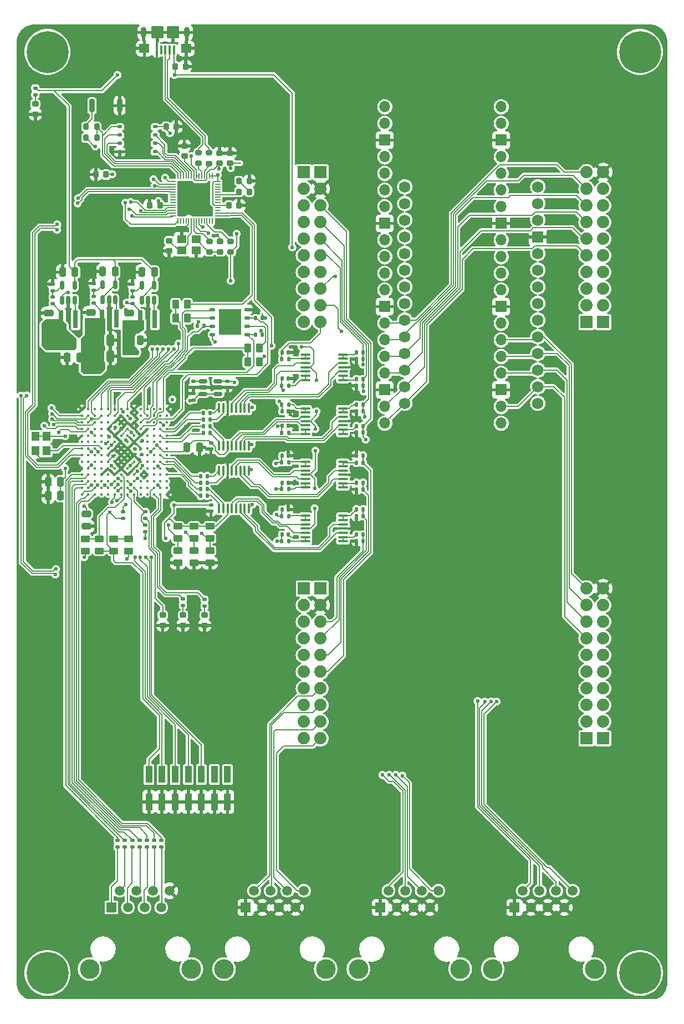
<source format=gbr>
%TF.GenerationSoftware,KiCad,Pcbnew,8.0.5-8.0.5-0~ubuntu22.04.1*%
%TF.CreationDate,2024-09-18T21:07:45+02:00*%
%TF.ProjectId,ohsim_launchpad,6f687369-6d5f-46c6-9175-6e6368706164,rev?*%
%TF.SameCoordinates,Original*%
%TF.FileFunction,Copper,L1,Top*%
%TF.FilePolarity,Positive*%
%FSLAX46Y46*%
G04 Gerber Fmt 4.6, Leading zero omitted, Abs format (unit mm)*
G04 Created by KiCad (PCBNEW 8.0.5-8.0.5-0~ubuntu22.04.1) date 2024-09-18 21:07:45*
%MOMM*%
%LPD*%
G01*
G04 APERTURE LIST*
G04 Aperture macros list*
%AMRoundRect*
0 Rectangle with rounded corners*
0 $1 Rounding radius*
0 $2 $3 $4 $5 $6 $7 $8 $9 X,Y pos of 4 corners*
0 Add a 4 corners polygon primitive as box body*
4,1,4,$2,$3,$4,$5,$6,$7,$8,$9,$2,$3,0*
0 Add four circle primitives for the rounded corners*
1,1,$1+$1,$2,$3*
1,1,$1+$1,$4,$5*
1,1,$1+$1,$6,$7*
1,1,$1+$1,$8,$9*
0 Add four rect primitives between the rounded corners*
20,1,$1+$1,$2,$3,$4,$5,0*
20,1,$1+$1,$4,$5,$6,$7,0*
20,1,$1+$1,$6,$7,$8,$9,0*
20,1,$1+$1,$8,$9,$2,$3,0*%
G04 Aperture macros list end*
%TA.AperFunction,SMDPad,CuDef*%
%ADD10RoundRect,0.135000X0.185000X-0.135000X0.185000X0.135000X-0.185000X0.135000X-0.185000X-0.135000X0*%
%TD*%
%TA.AperFunction,SMDPad,CuDef*%
%ADD11RoundRect,0.218750X0.256250X-0.218750X0.256250X0.218750X-0.256250X0.218750X-0.256250X-0.218750X0*%
%TD*%
%TA.AperFunction,SMDPad,CuDef*%
%ADD12RoundRect,0.150000X0.150000X-0.512500X0.150000X0.512500X-0.150000X0.512500X-0.150000X-0.512500X0*%
%TD*%
%TA.AperFunction,SMDPad,CuDef*%
%ADD13RoundRect,0.135000X0.135000X0.185000X-0.135000X0.185000X-0.135000X-0.185000X0.135000X-0.185000X0*%
%TD*%
%TA.AperFunction,SMDPad,CuDef*%
%ADD14RoundRect,0.135000X-0.185000X0.135000X-0.185000X-0.135000X0.185000X-0.135000X0.185000X0.135000X0*%
%TD*%
%TA.AperFunction,ComponentPad*%
%ADD15C,6.400000*%
%TD*%
%TA.AperFunction,SMDPad,CuDef*%
%ADD16RoundRect,0.250000X-0.475000X0.250000X-0.475000X-0.250000X0.475000X-0.250000X0.475000X0.250000X0*%
%TD*%
%TA.AperFunction,SMDPad,CuDef*%
%ADD17RoundRect,0.135000X-0.135000X-0.185000X0.135000X-0.185000X0.135000X0.185000X-0.135000X0.185000X0*%
%TD*%
%TA.AperFunction,SMDPad,CuDef*%
%ADD18RoundRect,0.250000X-0.325000X-0.650000X0.325000X-0.650000X0.325000X0.650000X-0.325000X0.650000X0*%
%TD*%
%TA.AperFunction,ComponentPad*%
%ADD19C,1.727200*%
%TD*%
%TA.AperFunction,ComponentPad*%
%ADD20R,1.727200X1.727200*%
%TD*%
%TA.AperFunction,SMDPad,CuDef*%
%ADD21RoundRect,0.225000X-0.225000X-0.250000X0.225000X-0.250000X0.225000X0.250000X-0.225000X0.250000X0*%
%TD*%
%TA.AperFunction,SMDPad,CuDef*%
%ADD22RoundRect,0.100000X0.100000X-0.637500X0.100000X0.637500X-0.100000X0.637500X-0.100000X-0.637500X0*%
%TD*%
%TA.AperFunction,SMDPad,CuDef*%
%ADD23RoundRect,0.140000X0.140000X0.170000X-0.140000X0.170000X-0.140000X-0.170000X0.140000X-0.170000X0*%
%TD*%
%TA.AperFunction,SMDPad,CuDef*%
%ADD24RoundRect,0.200000X-0.275000X0.200000X-0.275000X-0.200000X0.275000X-0.200000X0.275000X0.200000X0*%
%TD*%
%TA.AperFunction,SMDPad,CuDef*%
%ADD25RoundRect,0.200000X0.200000X0.275000X-0.200000X0.275000X-0.200000X-0.275000X0.200000X-0.275000X0*%
%TD*%
%TA.AperFunction,SMDPad,CuDef*%
%ADD26RoundRect,0.100000X-0.637500X-0.100000X0.637500X-0.100000X0.637500X0.100000X-0.637500X0.100000X0*%
%TD*%
%TA.AperFunction,SMDPad,CuDef*%
%ADD27R,1.400000X1.200000*%
%TD*%
%TA.AperFunction,SMDPad,CuDef*%
%ADD28RoundRect,0.140000X-0.170000X0.140000X-0.170000X-0.140000X0.170000X-0.140000X0.170000X0.140000X0*%
%TD*%
%TA.AperFunction,SMDPad,CuDef*%
%ADD29RoundRect,0.225000X-0.250000X0.225000X-0.250000X-0.225000X0.250000X-0.225000X0.250000X0.225000X0*%
%TD*%
%TA.AperFunction,SMDPad,CuDef*%
%ADD30RoundRect,0.250000X-0.450000X0.262500X-0.450000X-0.262500X0.450000X-0.262500X0.450000X0.262500X0*%
%TD*%
%TA.AperFunction,SMDPad,CuDef*%
%ADD31R,0.800000X2.700000*%
%TD*%
%TA.AperFunction,SMDPad,CuDef*%
%ADD32RoundRect,0.140000X-0.140000X-0.170000X0.140000X-0.170000X0.140000X0.170000X-0.140000X0.170000X0*%
%TD*%
%TA.AperFunction,SMDPad,CuDef*%
%ADD33RoundRect,0.200000X0.200000X0.800000X-0.200000X0.800000X-0.200000X-0.800000X0.200000X-0.800000X0*%
%TD*%
%TA.AperFunction,SMDPad,CuDef*%
%ADD34RoundRect,0.250000X0.475000X-0.250000X0.475000X0.250000X-0.475000X0.250000X-0.475000X-0.250000X0*%
%TD*%
%TA.AperFunction,SMDPad,CuDef*%
%ADD35RoundRect,0.225000X0.225000X0.250000X-0.225000X0.250000X-0.225000X-0.250000X0.225000X-0.250000X0*%
%TD*%
%TA.AperFunction,BGAPad,CuDef*%
%ADD36C,0.400000*%
%TD*%
%TA.AperFunction,SMDPad,CuDef*%
%ADD37R,1.000000X2.580000*%
%TD*%
%TA.AperFunction,SMDPad,CuDef*%
%ADD38RoundRect,0.225000X0.250000X-0.225000X0.250000X0.225000X-0.250000X0.225000X-0.250000X-0.225000X0*%
%TD*%
%TA.AperFunction,ComponentPad*%
%ADD39R,1.500000X1.500000*%
%TD*%
%TA.AperFunction,ComponentPad*%
%ADD40C,1.500000*%
%TD*%
%TA.AperFunction,ComponentPad*%
%ADD41C,3.000000*%
%TD*%
%TA.AperFunction,SMDPad,CuDef*%
%ADD42RoundRect,0.250000X-0.262500X-0.450000X0.262500X-0.450000X0.262500X0.450000X-0.262500X0.450000X0*%
%TD*%
%TA.AperFunction,SMDPad,CuDef*%
%ADD43R,1.200000X1.400000*%
%TD*%
%TA.AperFunction,SMDPad,CuDef*%
%ADD44RoundRect,0.125000X0.262500X0.125000X-0.262500X0.125000X-0.262500X-0.125000X0.262500X-0.125000X0*%
%TD*%
%TA.AperFunction,HeatsinkPad*%
%ADD45R,3.400000X4.000000*%
%TD*%
%TA.AperFunction,SMDPad,CuDef*%
%ADD46RoundRect,0.250000X-0.250000X-0.475000X0.250000X-0.475000X0.250000X0.475000X-0.250000X0.475000X0*%
%TD*%
%TA.AperFunction,SMDPad,CuDef*%
%ADD47RoundRect,0.150000X-0.512500X-0.150000X0.512500X-0.150000X0.512500X0.150000X-0.512500X0.150000X0*%
%TD*%
%TA.AperFunction,SMDPad,CuDef*%
%ADD48RoundRect,0.125000X-0.250000X-0.125000X0.250000X-0.125000X0.250000X0.125000X-0.250000X0.125000X0*%
%TD*%
%TA.AperFunction,HeatsinkPad*%
%ADD49R,3.400000X4.300000*%
%TD*%
%TA.AperFunction,SMDPad,CuDef*%
%ADD50RoundRect,0.250000X0.250000X0.475000X-0.250000X0.475000X-0.250000X-0.475000X0.250000X-0.475000X0*%
%TD*%
%TA.AperFunction,SMDPad,CuDef*%
%ADD51RoundRect,0.200000X0.275000X-0.200000X0.275000X0.200000X-0.275000X0.200000X-0.275000X-0.200000X0*%
%TD*%
%TA.AperFunction,ComponentPad*%
%ADD52R,1.879600X1.879600*%
%TD*%
%TA.AperFunction,ComponentPad*%
%ADD53C,1.879600*%
%TD*%
%TA.AperFunction,SMDPad,CuDef*%
%ADD54RoundRect,0.100000X0.100000X0.575000X-0.100000X0.575000X-0.100000X-0.575000X0.100000X-0.575000X0*%
%TD*%
%TA.AperFunction,ComponentPad*%
%ADD55O,0.900000X1.600000*%
%TD*%
%TA.AperFunction,SMDPad,CuDef*%
%ADD56RoundRect,0.250000X0.550000X0.450000X-0.550000X0.450000X-0.550000X-0.450000X0.550000X-0.450000X0*%
%TD*%
%TA.AperFunction,SMDPad,CuDef*%
%ADD57RoundRect,0.250000X0.700000X0.700000X-0.700000X0.700000X-0.700000X-0.700000X0.700000X-0.700000X0*%
%TD*%
%TA.AperFunction,ComponentPad*%
%ADD58O,1.700000X1.700000*%
%TD*%
%TA.AperFunction,ComponentPad*%
%ADD59R,1.700000X1.700000*%
%TD*%
%TA.AperFunction,SMDPad,CuDef*%
%ADD60RoundRect,0.218750X0.218750X0.256250X-0.218750X0.256250X-0.218750X-0.256250X0.218750X-0.256250X0*%
%TD*%
%TA.AperFunction,SMDPad,CuDef*%
%ADD61RoundRect,0.050000X-0.387500X-0.050000X0.387500X-0.050000X0.387500X0.050000X-0.387500X0.050000X0*%
%TD*%
%TA.AperFunction,SMDPad,CuDef*%
%ADD62RoundRect,0.050000X-0.050000X-0.387500X0.050000X-0.387500X0.050000X0.387500X-0.050000X0.387500X0*%
%TD*%
%TA.AperFunction,HeatsinkPad*%
%ADD63R,3.200000X3.200000*%
%TD*%
%TA.AperFunction,ViaPad*%
%ADD64C,0.600000*%
%TD*%
%TA.AperFunction,Conductor*%
%ADD65C,0.127000*%
%TD*%
%TA.AperFunction,Conductor*%
%ADD66C,0.200000*%
%TD*%
G04 APERTURE END LIST*
D10*
%TO.P,R67,1*%
%TO.N,Net-(D5-A)*%
X204000000Y-149010000D03*
%TO.P,R67,2*%
%TO.N,COMM_LED*%
X204000000Y-147990000D03*
%TD*%
%TO.P,R66,1*%
%TO.N,Net-(D4-A)*%
X200700000Y-148910000D03*
%TO.P,R66,2*%
%TO.N,MODEL_RUNNING*%
X200700000Y-147890000D03*
%TD*%
D11*
%TO.P,D5,1,K*%
%TO.N,GND*%
X204000000Y-151987500D03*
%TO.P,D5,2,A*%
%TO.N,Net-(D5-A)*%
X204000000Y-150412500D03*
%TD*%
%TO.P,D4,1,K*%
%TO.N,GND*%
X200700000Y-151987500D03*
%TO.P,D4,2,A*%
%TO.N,Net-(D4-A)*%
X200700000Y-150412500D03*
%TD*%
D12*
%TO.P,U7,1,EN*%
%TO.N,+1V8*%
X182250000Y-102400000D03*
%TO.P,U7,2,GND*%
%TO.N,GND*%
X183200000Y-102400000D03*
%TO.P,U7,3,SW*%
%TO.N,Net-(U7-SW)*%
X184150000Y-102400000D03*
%TO.P,U7,4,VIN*%
%TO.N,+5V*%
X184150000Y-100125000D03*
%TO.P,U7,5,FB*%
%TO.N,Net-(U7-FB)*%
X182250000Y-100125000D03*
%TD*%
D13*
%TO.P,R42,1*%
%TO.N,Net-(U4A--)*%
X216820000Y-111390000D03*
%TO.P,R42,2*%
%TO.N,AOUT7*%
X215800000Y-111390000D03*
%TD*%
D14*
%TO.P,R7,1*%
%TO.N,+5V*%
X178150000Y-70000000D03*
%TO.P,R7,2*%
%TO.N,Net-(D2-A)*%
X178150000Y-71020000D03*
%TD*%
D15*
%TO.P,H3,1,1*%
%TO.N,unconnected-(H3-Pad1)*%
X270500000Y-205000000D03*
%TD*%
D16*
%TO.P,C16,1*%
%TO.N,+3V3*%
X185950000Y-134950000D03*
%TO.P,C16,2*%
%TO.N,GND*%
X185950000Y-136850000D03*
%TD*%
D17*
%TO.P,R37,1*%
%TO.N,Net-(U6D--)*%
X227190000Y-118290000D03*
%TO.P,R37,2*%
%TO.N,AOUT2*%
X228210000Y-118290000D03*
%TD*%
D13*
%TO.P,R59,1*%
%TO.N,Net-(U5-~{SYNC})*%
X204800000Y-121600000D03*
%TO.P,R59,2*%
%TO.N,DAC0_SYNC*%
X203780000Y-121600000D03*
%TD*%
D18*
%TO.P,C9,1*%
%TO.N,+1V0*%
X186625000Y-108460000D03*
%TO.P,C9,2*%
%TO.N,GND*%
X189575000Y-108460000D03*
%TD*%
D19*
%TO.P,A1,3V3,3.3V*%
%TO.N,unconnected-(A1-3.3V-Pad3V3)*%
X254900000Y-90160000D03*
%TO.P,A1,5V,5V*%
%TO.N,unconnected-(A1-Pad5V)*%
X254900000Y-85080000D03*
%TO.P,A1,A0,A0/DAC*%
%TO.N,AOUT3*%
X234580000Y-87620000D03*
%TO.P,A1,A1,A1*%
%TO.N,AOUT2*%
X234580000Y-90160000D03*
%TO.P,A1,A2,A2*%
%TO.N,AOUT4*%
X234580000Y-92700000D03*
%TO.P,A1,A3,A3*%
%TO.N,AOUT5*%
X234580000Y-95240000D03*
%TO.P,A1,A4,A4*%
%TO.N,AOUT1*%
X234580000Y-97780000D03*
%TO.P,A1,A5,A5*%
%TO.N,AOUT0*%
X234580000Y-100320000D03*
%TO.P,A1,A6,A6*%
%TO.N,AOUT6*%
X234580000Y-102860000D03*
%TO.P,A1,AREF,AREF*%
%TO.N,unconnected-(A1-PadAREF)*%
X234580000Y-85080000D03*
%TO.P,A1,D0,D0*%
%TO.N,PWM1A*%
X234580000Y-105400000D03*
%TO.P,A1,D1,D1*%
%TO.N,PWM1B*%
X234580000Y-107940000D03*
%TO.P,A1,D2,D2*%
%TO.N,PWM2A*%
X234580000Y-110480000D03*
%TO.P,A1,D3,D3*%
%TO.N,PWM2B*%
X234580000Y-113020000D03*
%TO.P,A1,D4,D4*%
%TO.N,PWM3A*%
X234580000Y-115560000D03*
%TO.P,A1,D5,D5*%
%TO.N,PWM3B*%
X234580000Y-118100000D03*
%TO.P,A1,D6,D6*%
%TO.N,unconnected-(A1-PadD6)*%
X254900000Y-118100000D03*
%TO.P,A1,D7,D7*%
%TO.N,PWM5B*%
X254900000Y-115560000D03*
%TO.P,A1,D8,D8_MOSI*%
%TO.N,PWM5A*%
X254900000Y-113020000D03*
%TO.P,A1,D9,D9_SCK*%
%TO.N,PWM4B*%
X254900000Y-110480000D03*
%TO.P,A1,D10,D10_MISO*%
%TO.N,PWM4A*%
X254900000Y-107940000D03*
%TO.P,A1,D11,D11/SDA*%
%TO.N,unconnected-(A1-D11{slash}SDA-PadD11)*%
X254900000Y-105400000D03*
%TO.P,A1,D12,D12/SCL*%
%TO.N,unconnected-(A1-D12{slash}SCL-PadD12)*%
X254900000Y-102860000D03*
%TO.P,A1,D13,D13/RX*%
%TO.N,unconnected-(A1-D13{slash}RX-PadD13)*%
X254900000Y-100320000D03*
%TO.P,A1,D14,D14/TX*%
%TO.N,unconnected-(A1-D14{slash}TX-PadD14)*%
X254900000Y-97780000D03*
D20*
%TO.P,A1,GND,GND*%
%TO.N,GND*%
X254900000Y-92700000D03*
D19*
%TO.P,A1,RST,RESET*%
%TO.N,unconnected-(A1-RESET-PadRST)*%
X254900000Y-95240000D03*
%TO.P,A1,VIN,VIN*%
%TO.N,unconnected-(A1-PadVIN)*%
X254900000Y-87620000D03*
%TD*%
D17*
%TO.P,R50,1*%
%TO.N,Net-(U14D--)*%
X227190000Y-134280000D03*
%TO.P,R50,2*%
%TO.N,AOUT11*%
X228210000Y-134280000D03*
%TD*%
D13*
%TO.P,R5,1*%
%TO.N,+3V3*%
X212820000Y-105100000D03*
%TO.P,R5,2*%
%TO.N,Net-(U1B-IO_L2P_T0_D02_14)*%
X211800000Y-105100000D03*
%TD*%
D21*
%TO.P,C51,1*%
%TO.N,GND*%
X187400000Y-83200000D03*
%TO.P,C51,2*%
%TO.N,+3V3*%
X188950000Y-83200000D03*
%TD*%
D10*
%TO.P,R10,1*%
%TO.N,+1V8*%
X193000000Y-102910000D03*
%TO.P,R10,2*%
%TO.N,Net-(U8-FB)*%
X193000000Y-101890000D03*
%TD*%
D22*
%TO.P,U13,1,~{LDAC}*%
%TO.N,Net-(U13-~{LDAC})*%
X206214552Y-134125000D03*
%TO.P,U13,2,~{SYNC}*%
%TO.N,Net-(U13-~{SYNC})*%
X206864552Y-134125000D03*
%TO.P,U13,3,VDD*%
%TO.N,+3V3*%
X207514552Y-134125000D03*
%TO.P,U13,4,VOUT_A*%
%TO.N,Net-(U13-VOUT_A)*%
X208164552Y-134125000D03*
%TO.P,U13,5,VOUT_B*%
%TO.N,Net-(U13-VOUT_B)*%
X208814552Y-134125000D03*
%TO.P,U13,6,VOUT_C*%
%TO.N,Net-(U13-VOUT_C)*%
X209464552Y-134125000D03*
%TO.P,U13,7,VOUT_D*%
%TO.N,Net-(U13-VOUT_D)*%
X210114552Y-134125000D03*
%TO.P,U13,8,VREF_ABCD*%
%TO.N,VREF_DAC*%
X210764552Y-134125000D03*
%TO.P,U13,9,VREF_EFGH*%
X210764552Y-128400000D03*
%TO.P,U13,10,VOUT_E*%
%TO.N,Net-(U12D-+)*%
X210114552Y-128400000D03*
%TO.P,U13,11,VOUT_F*%
%TO.N,Net-(U12C-+)*%
X209464552Y-128400000D03*
%TO.P,U13,12,VOUT_G*%
%TO.N,Net-(U12B-+)*%
X208814552Y-128400000D03*
%TO.P,U13,13,VOUT_H*%
%TO.N,Net-(U12A-+)*%
X208164552Y-128400000D03*
%TO.P,U13,14,GND*%
%TO.N,GND*%
X207514552Y-128400000D03*
%TO.P,U13,15,DIN*%
%TO.N,Net-(U13-DIN)*%
X206864552Y-128400000D03*
%TO.P,U13,16,SCLK*%
%TO.N,Net-(U13-SCLK)*%
X206214552Y-128400000D03*
%TD*%
D11*
%TO.P,D2,1,K*%
%TO.N,GND*%
X178150000Y-74010000D03*
%TO.P,D2,2,A*%
%TO.N,Net-(D2-A)*%
X178150000Y-72435000D03*
%TD*%
D23*
%TO.P,C57,1*%
%TO.N,AOUT10*%
X228180000Y-139110000D03*
%TO.P,C57,2*%
%TO.N,GND*%
X227220000Y-139110000D03*
%TD*%
D24*
%TO.P,R18,1*%
%TO.N,Net-(U11-RUN)*%
X208000000Y-93375000D03*
%TO.P,R18,2*%
%TO.N,+3V3*%
X208000000Y-95025000D03*
%TD*%
D25*
%TO.P,R15,1*%
%TO.N,FLASH_CS*%
X187525000Y-77600000D03*
%TO.P,R15,2*%
%TO.N,+3V3*%
X185875000Y-77600000D03*
%TD*%
D17*
%TO.P,R44,1*%
%TO.N,Net-(U12C--)*%
X227190000Y-130210000D03*
%TO.P,R44,2*%
%TO.N,AOUT13*%
X228210000Y-130210000D03*
%TD*%
D15*
%TO.P,H4,1,1*%
%TO.N,unconnected-(H4-Pad1)*%
X180000000Y-205000000D03*
%TD*%
D26*
%TO.P,U14,1*%
%TO.N,Net-(U14A--)*%
X219402052Y-135250000D03*
%TO.P,U14,2,-*%
X219402052Y-135900000D03*
%TO.P,U14,3,+*%
%TO.N,Net-(U13-VOUT_A)*%
X219402052Y-136550000D03*
%TO.P,U14,4,V+*%
%TO.N,+5V*%
X219402052Y-137200000D03*
%TO.P,U14,5,+*%
%TO.N,Net-(U13-VOUT_B)*%
X219402052Y-137850000D03*
%TO.P,U14,6,-*%
%TO.N,Net-(U14B--)*%
X219402052Y-138500000D03*
%TO.P,U14,7*%
X219402052Y-139150000D03*
%TO.P,U14,8*%
%TO.N,Net-(U14C--)*%
X225127052Y-139150000D03*
%TO.P,U14,9,-*%
X225127052Y-138500000D03*
%TO.P,U14,10,+*%
%TO.N,Net-(U13-VOUT_C)*%
X225127052Y-137850000D03*
%TO.P,U14,11,V-*%
%TO.N,GND*%
X225127052Y-137200000D03*
%TO.P,U14,12,+*%
%TO.N,Net-(U13-VOUT_D)*%
X225127052Y-136550000D03*
%TO.P,U14,13,-*%
%TO.N,Net-(U14D--)*%
X225127052Y-135900000D03*
%TO.P,U14,14*%
X225127052Y-135250000D03*
%TD*%
D27*
%TO.P,Y1,1,1*%
%TO.N,Net-(C47-Pad2)*%
X202700000Y-93100000D03*
%TO.P,Y1,2,2*%
%TO.N,GND*%
X200500000Y-93100000D03*
%TO.P,Y1,3,3*%
%TO.N,Net-(U11-XIN)*%
X200500000Y-94800000D03*
%TO.P,Y1,4,4*%
%TO.N,GND*%
X202700000Y-94800000D03*
%TD*%
D28*
%TO.P,C1,1*%
%TO.N,+3V3*%
X204964552Y-133620000D03*
%TO.P,C1,2*%
%TO.N,GND*%
X204964552Y-134580000D03*
%TD*%
D29*
%TO.P,C50,1*%
%TO.N,GND*%
X206300000Y-79925000D03*
%TO.P,C50,2*%
%TO.N,+1V1*%
X206300000Y-81475000D03*
%TD*%
D30*
%TO.P,R33,1*%
%TO.N,FPGA_M1*%
X202400000Y-140575000D03*
%TO.P,R33,2*%
%TO.N,GND*%
X202400000Y-142400000D03*
%TD*%
D31*
%TO.P,L3,1*%
%TO.N,Net-(U9-SW)*%
X190550000Y-105210000D03*
%TO.P,L3,2*%
%TO.N,+1V0*%
X188350000Y-105210000D03*
%TD*%
D13*
%TO.P,R58,1*%
%TO.N,Net-(U5-SCLK)*%
X204810000Y-119600000D03*
%TO.P,R58,2*%
%TO.N,DAC0_SCLK*%
X203790000Y-119600000D03*
%TD*%
D14*
%TO.P,R3,1*%
%TO.N,Net-(U1A-CFGBVS_0)*%
X191550000Y-134640000D03*
%TO.P,R3,2*%
%TO.N,+3V3*%
X191550000Y-135660000D03*
%TD*%
D32*
%TO.P,C28,1*%
%TO.N,AOUT6*%
X215830000Y-114355000D03*
%TO.P,C28,2*%
%TO.N,GND*%
X216790000Y-114355000D03*
%TD*%
D30*
%TO.P,R34,1*%
%TO.N,FPGA_M0*%
X199900000Y-140587500D03*
%TO.P,R34,2*%
%TO.N,GND*%
X199900000Y-142412500D03*
%TD*%
D33*
%TO.P,SW1,1,1*%
%TO.N,GND*%
X191000000Y-72700000D03*
%TO.P,SW1,2,2*%
%TO.N,Net-(R14-Pad2)*%
X186800000Y-72700000D03*
%TD*%
D25*
%TO.P,R20,1*%
%TO.N,GND*%
X210875000Y-84150000D03*
%TO.P,R20,2*%
%TO.N,Net-(D3-K)*%
X209225000Y-84150000D03*
%TD*%
D34*
%TO.P,C6,1*%
%TO.N,+1V8*%
X192500000Y-106250000D03*
%TO.P,C6,2*%
%TO.N,GND*%
X192500000Y-104350000D03*
%TD*%
D32*
%TO.P,C18,1*%
%TO.N,AOUT1*%
X215830000Y-121520000D03*
%TO.P,C18,2*%
%TO.N,GND*%
X216790000Y-121520000D03*
%TD*%
D35*
%TO.P,C53,1*%
%TO.N,GND*%
X209275000Y-87900000D03*
%TO.P,C53,2*%
%TO.N,+3V3*%
X207725000Y-87900000D03*
%TD*%
D28*
%TO.P,C55,1*%
%TO.N,+3V3*%
X204964552Y-124120000D03*
%TO.P,C55,2*%
%TO.N,GND*%
X204964552Y-125080000D03*
%TD*%
D36*
%TO.P,U1,A1,GND[50]*%
%TO.N,GND*%
X185250000Y-119000000D03*
%TO.P,U1,A2,IO_L3N_T0_DQS_34*%
%TO.N,PWM1A*%
X186250000Y-119000000D03*
%TO.P,U1,A3,IO_L2N_T0_34*%
%TO.N,unconnected-(U1C-IO_L2N_T0_34-PadA3)*%
X187250000Y-119000000D03*
%TO.P,U1,A4,IO_L2P_T0_34*%
%TO.N,PWM2A*%
X188250000Y-119000000D03*
%TO.P,U1,A5,IO_L4N_T0_34*%
%TO.N,PWM2B*%
X189250000Y-119000000D03*
%TO.P,U1,A6,GND[50]*%
%TO.N,GND*%
X190250000Y-119000000D03*
%TO.P,U1,A7,TCK_0*%
%TO.N,JTAG_TCK*%
X191250000Y-119000000D03*
%TO.P,U1,A8,CCLK_0*%
%TO.N,FPGA_FLASH_SCLK*%
X192250000Y-119000000D03*
%TO.P,U1,A9,GND[50]*%
%TO.N,GND*%
X193250000Y-119000000D03*
%TO.P,U1,A10,IO_L3N_T0_DQS_EMCCLK_14*%
%TO.N,unconnected-(U1B-IO_L3N_T0_DQS_EMCCLK_14-PadA10)*%
X194250000Y-119000000D03*
%TO.P,U1,A11,GND[50]*%
%TO.N,GND*%
X195250000Y-119000000D03*
%TO.P,U1,A12,IO_L4P_T0_D04_14*%
%TO.N,unconnected-(U1B-IO_L4P_T0_D04_14-PadA12)*%
X196250000Y-119000000D03*
%TO.P,U1,A13,IO_L4N_T0_D05_14*%
%TO.N,unconnected-(U1B-IO_L4N_T0_D05_14-PadA13)*%
X197250000Y-119000000D03*
%TO.P,U1,A14,GND[50]*%
%TO.N,GND*%
X198250000Y-119000000D03*
%TO.P,U1,B1,IO_L5N_T0_34*%
%TO.N,PWM6B*%
X185250000Y-120000000D03*
%TO.P,U1,B2,IO_L5P_T0_34*%
%TO.N,PWM6A*%
X186250000Y-120000000D03*
%TO.P,U1,B3,IO_L3P_T0_DQS_34*%
%TO.N,PWM1B*%
X187250000Y-120000000D03*
%TO.P,U1,B4,GND[50]*%
%TO.N,GND*%
X188250000Y-120000000D03*
%TO.P,U1,B5,IO_L4P_T0_34*%
%TO.N,PWM3A*%
X189250000Y-120000000D03*
%TO.P,U1,B6,IO_0_34*%
%TO.N,PWM3B*%
X190250000Y-120000000D03*
%TO.P,U1,B7,GND[50]*%
%TO.N,GND*%
X191250000Y-120000000D03*
%TO.P,U1,B8,VCCBATT_0*%
%TO.N,+3V3*%
X192250000Y-120000000D03*
%TO.P,U1,B9,GND[50]*%
%TO.N,GND*%
X193250000Y-120000000D03*
%TO.P,U1,B10,IO_L3P_T0_DQS_PUDC_B_14*%
%TO.N,unconnected-(U1B-IO_L3P_T0_DQS_PUDC_B_14-PadB10)*%
X194250000Y-120000000D03*
%TO.P,U1,B11,IO_L1P_T0_D00_MOSI_14*%
%TO.N,Net-(U1B-IO_L1P_T0_D00_MOSI_14)*%
X195250000Y-120000000D03*
%TO.P,U1,B12,IO_L1N_T0_D01_DIN_14*%
%TO.N,Net-(U1B-IO_L1N_T0_D01_DIN_14)*%
X196250000Y-120000000D03*
%TO.P,U1,B13,IO_L5P_T0_D06_14*%
%TO.N,unconnected-(U1B-IO_L5P_T0_D06_14-PadB13)*%
X197250000Y-120000000D03*
%TO.P,U1,B14,IO_L5N_T0_D07_14*%
%TO.N,unconnected-(U1B-IO_L5N_T0_D07_14-PadB14)*%
X198250000Y-120000000D03*
%TO.P,U1,C1,IO_L11N_T1_SRCC_34*%
%TO.N,PWM5B*%
X185250000Y-121000000D03*
%TO.P,U1,C2,GND[50]*%
%TO.N,GND*%
X186250000Y-121000000D03*
%TO.P,U1,C3,IO_L1N_T0_34*%
%TO.N,PWM5A*%
X187250000Y-121000000D03*
%TO.P,U1,C4,IO_L6N_T0_VREF_34*%
%TO.N,unconnected-(U1C-IO_L6N_T0_VREF_34-PadC4)*%
X188250000Y-121000000D03*
%TO.P,U1,C5,IO_L6P_T0_34*%
%TO.N,unconnected-(U1C-IO_L6P_T0_34-PadC5)*%
X189250000Y-121000000D03*
%TO.P,U1,C6,GND[50]*%
%TO.N,GND*%
X190250000Y-121000000D03*
%TO.P,U1,C7,GND[50]*%
X191250000Y-121000000D03*
%TO.P,U1,C8,GND[50]*%
X192250000Y-121000000D03*
%TO.P,U1,C9,GND[50]*%
X193250000Y-121000000D03*
%TO.P,U1,C10,IO_L2N_T0_D03_14*%
%TO.N,Net-(U1B-IO_L2N_T0_D03_14)*%
X194250000Y-121000000D03*
%TO.P,U1,C11,IO_L6P_T0_FCS_B_14*%
%TO.N,Net-(U1B-IO_L6P_T0_FCS_B_14)*%
X195250000Y-121000000D03*
%TO.P,U1,C12,IO_L6N_T0_D08_VREF_14*%
%TO.N,unconnected-(U1B-IO_L6N_T0_D08_VREF_14-PadC12)*%
X196250000Y-121000000D03*
%TO.P,U1,C13,GND[50]*%
%TO.N,GND*%
X197250000Y-121000000D03*
%TO.P,U1,C14,IO_L11N_T1_SRCC_14*%
%TO.N,unconnected-(U1B-IO_L11N_T1_SRCC_14-PadC14)*%
X198250000Y-121000000D03*
%TO.P,U1,D1,IO_L11P_T1_SRCC_34*%
%TO.N,PWM4B*%
X185250000Y-122000000D03*
%TO.P,U1,D2,IO_L10N_T1_34*%
%TO.N,PWM4A*%
X186250000Y-122000000D03*
%TO.P,U1,D3,IO_L1P_T0_34*%
%TO.N,unconnected-(U1C-IO_L1P_T0_34-PadD3)*%
X187250000Y-122000000D03*
%TO.P,U1,D4,IO_L7N_T1_34*%
%TO.N,unconnected-(U1C-IO_L7N_T1_34-PadD4)*%
X188250000Y-122000000D03*
%TO.P,U1,D5,GND[50]*%
%TO.N,GND*%
X189250000Y-122000000D03*
%TO.P,U1,D6,VCCINT[10]*%
%TO.N,+1V0*%
X190250000Y-122000000D03*
%TO.P,U1,D7,GND[50]*%
%TO.N,GND*%
X191250000Y-122000000D03*
%TO.P,U1,D8,VCCINT[10]*%
%TO.N,+1V0*%
X192250000Y-122000000D03*
%TO.P,U1,D9,GND[50]*%
%TO.N,GND*%
X193250000Y-122000000D03*
%TO.P,U1,D10,IO_L2P_T0_D02_14*%
%TO.N,Net-(U1B-IO_L2P_T0_D02_14)*%
X194250000Y-122000000D03*
%TO.P,U1,D11,GND[50]*%
%TO.N,GND*%
X195250000Y-122000000D03*
%TO.P,U1,D12,IO_L8P_T1_D11_14*%
%TO.N,unconnected-(U1B-IO_L8P_T1_D11_14-PadD12)*%
X196250000Y-122000000D03*
%TO.P,U1,D13,IO_L8N_T1_D12_14*%
%TO.N,DAC0_DIN*%
X197250000Y-122000000D03*
%TO.P,U1,D14,IO_L11P_T1_SRCC_14*%
%TO.N,DAC0_SCLK*%
X198250000Y-122000000D03*
%TO.P,U1,E1,GND[50]*%
%TO.N,GND*%
X185250000Y-123000000D03*
%TO.P,U1,E2,IO_L10P_T1_34*%
%TO.N,unconnected-(U1C-IO_L10P_T1_34-PadE2)*%
X186250000Y-123000000D03*
%TO.P,U1,E3,GND[50]*%
%TO.N,GND*%
X187250000Y-123000000D03*
%TO.P,U1,E4,IO_L7P_T1_34*%
%TO.N,unconnected-(U1C-IO_L7P_T1_34-PadE4)*%
X188250000Y-123000000D03*
%TO.P,U1,E5,VCCBRAM[3]*%
%TO.N,+1V0*%
X189250000Y-123000000D03*
%TO.P,U1,E6,GND[50]*%
%TO.N,GND*%
X190250000Y-123000000D03*
%TO.P,U1,E7,VCCINT[10]*%
%TO.N,+1V0*%
X191250000Y-123000000D03*
%TO.P,U1,E8,GND[50]*%
%TO.N,GND*%
X192250000Y-123000000D03*
%TO.P,U1,E9,VCCINT[10]*%
%TO.N,+1V0*%
X193250000Y-123000000D03*
%TO.P,U1,E10,GND[50]*%
%TO.N,GND*%
X194250000Y-123000000D03*
%TO.P,U1,E11,IO_0_14*%
%TO.N,unconnected-(U1B-IO_0_14-PadE11)*%
X195250000Y-123000000D03*
%TO.P,U1,E12,IO_L7N_T1_D10_14*%
%TO.N,unconnected-(U1B-IO_L7N_T1_D10_14-PadE12)*%
X196250000Y-123000000D03*
%TO.P,U1,E13,IO_L10N_T1_D15_14*%
%TO.N,DAC0_SYNC*%
X197250000Y-123000000D03*
%TO.P,U1,E14,GND[50]*%
%TO.N,GND*%
X198250000Y-123000000D03*
%TO.P,U1,F1,IO_L9N_T1_DQS_34*%
%TO.N,unconnected-(U1C-IO_L9N_T1_DQS_34-PadF1)*%
X185250000Y-124000000D03*
%TO.P,U1,F2,IO_L8N_T1_34*%
%TO.N,unconnected-(U1C-IO_L8N_T1_34-PadF2)*%
X186250000Y-124000000D03*
%TO.P,U1,F3,IO_L8P_T1_34*%
%TO.N,unconnected-(U1C-IO_L8P_T1_34-PadF3)*%
X187250000Y-124000000D03*
%TO.P,U1,F4,IO_L12N_T1_MRCC_34*%
%TO.N,unconnected-(U1C-IO_L12N_T1_MRCC_34-PadF4)*%
X188250000Y-124000000D03*
%TO.P,U1,F5,GND[50]*%
%TO.N,GND*%
X189250000Y-124000000D03*
%TO.P,U1,F6,VCCINT[10]*%
%TO.N,+1V0*%
X190250000Y-124000000D03*
%TO.P,U1,F7,GNDADC_0*%
%TO.N,GND*%
X191250000Y-124000000D03*
%TO.P,U1,F8,VCCADC_0*%
%TO.N,+3V3*%
X192250000Y-124000000D03*
%TO.P,U1,F9,GND[50]*%
%TO.N,GND*%
X193250000Y-124000000D03*
%TO.P,U1,F10,VCCAUX[4]*%
%TO.N,+1V8*%
X194250000Y-124000000D03*
%TO.P,U1,F11,IO_L12N_T1_MRCC_14*%
%TO.N,unconnected-(U1B-IO_L12N_T1_MRCC_14-PadF11)*%
X195250000Y-124000000D03*
%TO.P,U1,F12,IO_L7P_T1_D09_14*%
%TO.N,unconnected-(U1B-IO_L7P_T1_D09_14-PadF12)*%
X196250000Y-124000000D03*
%TO.P,U1,F13,IO_L10P_T1_D14_14*%
%TO.N,unconnected-(U1B-IO_L10P_T1_D14_14-PadF13)*%
X197250000Y-124000000D03*
%TO.P,U1,F14,IO_L9N_T1_DQS_D13_14*%
%TO.N,DAC0_LDAC*%
X198250000Y-124000000D03*
%TO.P,U1,G1,IO_L9P_T1_DQS_34*%
%TO.N,RP2040_UART0_RX*%
X185250000Y-125000000D03*
%TO.P,U1,G2,VCCO_34[3]*%
%TO.N,+3V3*%
X186250000Y-125000000D03*
%TO.P,U1,G3,GND[50]*%
%TO.N,GND*%
X187250000Y-125000000D03*
%TO.P,U1,G4,IO_L12P_T1_MRCC_34*%
%TO.N,Net-(U1C-IO_L12P_T1_MRCC_34)*%
X188250000Y-125000000D03*
%TO.P,U1,G5,VCCBRAM[3]*%
%TO.N,+1V0*%
X189250000Y-125000000D03*
%TO.P,U1,G6,GND[50]*%
%TO.N,GND*%
X190250000Y-125000000D03*
%TO.P,U1,G7,VREFN_0*%
X191250000Y-125000000D03*
%TO.P,U1,G8,VP_0*%
X192250000Y-125000000D03*
%TO.P,U1,G9,VCCINT[10]*%
%TO.N,+1V0*%
X193250000Y-125000000D03*
%TO.P,U1,G10,GND[50]*%
%TO.N,GND*%
X194250000Y-125000000D03*
%TO.P,U1,G11,IO_L12P_T1_MRCC_14*%
%TO.N,unconnected-(U1B-IO_L12P_T1_MRCC_14-PadG11)*%
X195250000Y-125000000D03*
%TO.P,U1,G12,GND[50]*%
%TO.N,GND*%
X196250000Y-125000000D03*
%TO.P,U1,G13,VCCO_14[3]*%
%TO.N,+3V3*%
X197250000Y-125000000D03*
%TO.P,U1,G14,IO_L9P_T1_DQS_14*%
%TO.N,unconnected-(U1B-IO_L9P_T1_DQS_14-PadG14)*%
X198250000Y-125000000D03*
%TO.P,U1,H1,IO_L14N_T2_SRCC_34*%
%TO.N,RP2040_UART0_TX*%
X185250000Y-126000000D03*
%TO.P,U1,H2,IO_L14P_T2_SRCC_34*%
%TO.N,unconnected-(U1C-IO_L14P_T2_SRCC_34-PadH2)*%
X186250000Y-126000000D03*
%TO.P,U1,H3,IO_L13N_T2_MRCC_34*%
%TO.N,unconnected-(U1C-IO_L13N_T2_MRCC_34-PadH3)*%
X187250000Y-126000000D03*
%TO.P,U1,H4,IO_L13P_T2_MRCC_34*%
%TO.N,unconnected-(U1C-IO_L13P_T2_MRCC_34-PadH4)*%
X188250000Y-126000000D03*
%TO.P,U1,H5,GND[50]*%
%TO.N,GND*%
X189250000Y-126000000D03*
%TO.P,U1,H6,VCCINT[10]*%
%TO.N,+1V0*%
X190250000Y-126000000D03*
%TO.P,U1,H7,VN_0*%
%TO.N,GND*%
X191250000Y-126000000D03*
%TO.P,U1,H8,VREFP_0*%
X192250000Y-126000000D03*
%TO.P,U1,H9,GND[50]*%
X193250000Y-126000000D03*
%TO.P,U1,H10,VCCAUX[4]*%
%TO.N,+1V8*%
X194250000Y-126000000D03*
%TO.P,U1,H11,IO_L13P_T2_MRCC_14*%
%TO.N,unconnected-(U1B-IO_L13P_T2_MRCC_14-PadH11)*%
X195250000Y-126000000D03*
%TO.P,U1,H12,IO_L13N_T2_MRCC_14*%
%TO.N,unconnected-(U1B-IO_L13N_T2_MRCC_14-PadH12)*%
X196250000Y-126000000D03*
%TO.P,U1,H13,IO_L14P_T2_SRCC_14*%
%TO.N,DAC1_SCLK*%
X197250000Y-126000000D03*
%TO.P,U1,H14,IO_L14N_T2_SRCC_14*%
%TO.N,unconnected-(U1B-IO_L14N_T2_SRCC_14-PadH14)*%
X198250000Y-126000000D03*
%TO.P,U1,J1,IO_L15N_T2_DQS_34*%
%TO.N,unconnected-(U1C-IO_L15N_T2_DQS_34-PadJ1)*%
X185250000Y-127000000D03*
%TO.P,U1,J2,IO_L15P_T2_DQS_34*%
%TO.N,unconnected-(U1C-IO_L15P_T2_DQS_34-PadJ2)*%
X186250000Y-127000000D03*
%TO.P,U1,J3,IO_L17N_T2_34*%
%TO.N,unconnected-(U1C-IO_L17N_T2_34-PadJ3)*%
X187250000Y-127000000D03*
%TO.P,U1,J4,IO_L17P_T2_34*%
%TO.N,unconnected-(U1C-IO_L17P_T2_34-PadJ4)*%
X188250000Y-127000000D03*
%TO.P,U1,J5,VCCBRAM[3]*%
%TO.N,+1V0*%
X189250000Y-127000000D03*
%TO.P,U1,J6,GND[50]*%
%TO.N,GND*%
X190250000Y-127000000D03*
%TO.P,U1,J7,DXN_0*%
X191250000Y-127000000D03*
%TO.P,U1,J8,DXP_0*%
X192250000Y-127000000D03*
%TO.P,U1,J9,VCCINT[10]*%
%TO.N,+1V0*%
X193250000Y-127000000D03*
%TO.P,U1,J10,GND[50]*%
%TO.N,GND*%
X194250000Y-127000000D03*
%TO.P,U1,J11,IO_L17P_T2_D30_14*%
%TO.N,unconnected-(U1B-IO_L17P_T2_D30_14-PadJ11)*%
X195250000Y-127000000D03*
%TO.P,U1,J12,IO_L17N_T2_D29_14*%
%TO.N,unconnected-(U1B-IO_L17N_T2_D29_14-PadJ12)*%
X196250000Y-127000000D03*
%TO.P,U1,J13,IO_L18P_T2_D28_14*%
%TO.N,DAC1_SYNC*%
X197250000Y-127000000D03*
%TO.P,U1,J14,IO_L18N_T2_D27_14*%
%TO.N,DAC1_DIN*%
X198250000Y-127000000D03*
%TO.P,U1,K1,GND[50]*%
%TO.N,GND*%
X185250000Y-128000000D03*
%TO.P,U1,K2,VCCO_34[3]*%
%TO.N,+3V3*%
X186250000Y-128000000D03*
%TO.P,U1,K3,IO_L16N_T2_34*%
%TO.N,unconnected-(U1C-IO_L16N_T2_34-PadK3)*%
X187250000Y-128000000D03*
%TO.P,U1,K4,IO_L16P_T2_34*%
%TO.N,unconnected-(U1C-IO_L16P_T2_34-PadK4)*%
X188250000Y-128000000D03*
%TO.P,U1,K5,GND[50]*%
%TO.N,GND*%
X189250000Y-128000000D03*
%TO.P,U1,K6,VCCINT[10]*%
%TO.N,+1V0*%
X190250000Y-128000000D03*
%TO.P,U1,K7,GND[50]*%
%TO.N,GND*%
X191250000Y-128000000D03*
%TO.P,U1,K8,VCCINT[10]*%
%TO.N,+1V0*%
X192250000Y-128000000D03*
%TO.P,U1,K9,GND[50]*%
%TO.N,GND*%
X193250000Y-128000000D03*
%TO.P,U1,K10,VCCAUX[4]*%
%TO.N,+1V8*%
X194250000Y-128000000D03*
%TO.P,U1,K11,IO_L19P_T3_D26_14*%
%TO.N,unconnected-(U1B-IO_L19P_T3_D26_14-PadK11)*%
X195250000Y-128000000D03*
%TO.P,U1,K12,IO_L19N_T3_D25_VREF_14*%
%TO.N,unconnected-(U1B-IO_L19N_T3_D25_VREF_14-PadK12)*%
X196250000Y-128000000D03*
%TO.P,U1,K13,VCCO_14[3]*%
%TO.N,+3V3*%
X197250000Y-128000000D03*
%TO.P,U1,K14,GND[50]*%
%TO.N,GND*%
X198250000Y-128000000D03*
%TO.P,U1,L1,IO_L18N_T2_34*%
%TO.N,DIO_0*%
X185250000Y-129000000D03*
%TO.P,U1,L2,IO_L22N_T3_34*%
%TO.N,DIO_1*%
X186250000Y-129000000D03*
%TO.P,U1,L3,IO_L22P_T3_34*%
%TO.N,unconnected-(U1C-IO_L22P_T3_34-PadL3)*%
X187250000Y-129000000D03*
%TO.P,U1,L4,GND[50]*%
%TO.N,GND*%
X188250000Y-129000000D03*
%TO.P,U1,L5,IO_25_34*%
%TO.N,unconnected-(U1C-IO_25_34-PadL5)*%
X189250000Y-129000000D03*
%TO.P,U1,L6,GND[50]*%
%TO.N,GND*%
X190250000Y-129000000D03*
%TO.P,U1,L7,PROGRAM_B_0*%
%TO.N,PROGRAM_B*%
X191250000Y-129000000D03*
%TO.P,U1,L8,GND[50]*%
%TO.N,GND*%
X192250000Y-129000000D03*
%TO.P,U1,L9,VCCAUX[4]*%
%TO.N,+1V8*%
X193250000Y-129000000D03*
%TO.P,U1,L10,GND[50]*%
%TO.N,GND*%
X194250000Y-129000000D03*
%TO.P,U1,L11,GND[50]*%
X195250000Y-129000000D03*
%TO.P,U1,L12,IO_L16P_T2_CSI_B_14*%
%TO.N,unconnected-(U1B-IO_L16P_T2_CSI_B_14-PadL12)*%
X196250000Y-129000000D03*
%TO.P,U1,L13,IO_L16N_T2_D31_14*%
%TO.N,unconnected-(U1B-IO_L16N_T2_D31_14-PadL13)*%
X197250000Y-129000000D03*
%TO.P,U1,L14,IO_L15N_T2_DQS_DOUT_CSO_B_14*%
%TO.N,DAC1_LDAC*%
X198250000Y-129000000D03*
%TO.P,U1,M1,IO_L18P_T2_34*%
%TO.N,DIO_2*%
X185250000Y-130000000D03*
%TO.P,U1,M2,IO_L19N_T3_VREF_34*%
%TO.N,DIO_3*%
X186250000Y-130000000D03*
%TO.P,U1,M3,IO_L19P_T3_34*%
%TO.N,unconnected-(U1C-IO_L19P_T3_34-PadM3)*%
X187250000Y-130000000D03*
%TO.P,U1,M4,IO_L23N_T3_34*%
%TO.N,unconnected-(U1C-IO_L23N_T3_34-PadM4)*%
X188250000Y-130000000D03*
%TO.P,U1,M5,IO_L23P_T3_34*%
%TO.N,unconnected-(U1C-IO_L23P_T3_34-PadM5)*%
X189250000Y-130000000D03*
%TO.P,U1,M6,TMS_0*%
%TO.N,JTAG_TMS*%
X190250000Y-130000000D03*
%TO.P,U1,M7,M0_0*%
%TO.N,FPGA_M0*%
X191250000Y-130000000D03*
%TO.P,U1,M8,M1_0*%
%TO.N,FPGA_M1*%
X192250000Y-130000000D03*
%TO.P,U1,M9,M2_0*%
%TO.N,FPGA_M2*%
X193250000Y-130000000D03*
%TO.P,U1,M10,IO_25_14*%
%TO.N,unconnected-(U1B-IO_25_14-PadM10)*%
X194250000Y-130000000D03*
%TO.P,U1,M11,IO_L20P_T3_D24_14*%
%TO.N,unconnected-(U1B-IO_L20P_T3_D24_14-PadM11)*%
X195250000Y-130000000D03*
%TO.P,U1,M12,IO_L20N_T3_D23_14*%
%TO.N,unconnected-(U1B-IO_L20N_T3_D23_14-PadM12)*%
X196250000Y-130000000D03*
%TO.P,U1,M13,IO_L15P_T2_DQS_RDWR_B_14*%
%TO.N,unconnected-(U1B-IO_L15P_T2_DQS_RDWR_B_14-PadM13)*%
X197250000Y-130000000D03*
%TO.P,U1,M14,IO_L21N_T3_DQS_D22_14*%
%TO.N,unconnected-(U1B-IO_L21N_T3_DQS_D22_14-PadM14)*%
X198250000Y-130000000D03*
%TO.P,U1,N1,IO_L20N_T3_34*%
%TO.N,DIO_4*%
X185250000Y-131000000D03*
%TO.P,U1,N2,VCCO_34[3]*%
%TO.N,+3V3*%
X186250000Y-131000000D03*
%TO.P,U1,N3,GND[50]*%
%TO.N,GND*%
X187250000Y-131000000D03*
%TO.P,U1,N4,IO_L24N_T3_34*%
%TO.N,unconnected-(U1C-IO_L24N_T3_34-PadN4)*%
X188250000Y-131000000D03*
%TO.P,U1,N5,GND[50]*%
%TO.N,GND*%
X189250000Y-131000000D03*
%TO.P,U1,N6,VCCO_0[2]*%
%TO.N,+3V3*%
X190250000Y-131000000D03*
%TO.P,U1,N7,CFGBVS_0*%
%TO.N,Net-(U1A-CFGBVS_0)*%
X191250000Y-131000000D03*
%TO.P,U1,N8,VCCO_0[2]*%
%TO.N,+3V3*%
X192250000Y-131000000D03*
%TO.P,U1,N9,GND[50]*%
%TO.N,GND*%
X193250000Y-131000000D03*
%TO.P,U1,N10,IO_L23P_T3_D19_14*%
%TO.N,unconnected-(U1B-IO_L23P_T3_D19_14-PadN10)*%
X194250000Y-131000000D03*
%TO.P,U1,N11,IO_L23N_T3_D18_14*%
%TO.N,unconnected-(U1B-IO_L23N_T3_D18_14-PadN11)*%
X195250000Y-131000000D03*
%TO.P,U1,N12,GND[50]*%
%TO.N,GND*%
X196250000Y-131000000D03*
%TO.P,U1,N13,VCCO_14[3]*%
%TO.N,+3V3*%
X197250000Y-131000000D03*
%TO.P,U1,N14,IO_L21P_T3_DQS_14*%
%TO.N,unconnected-(U1B-IO_L21P_T3_DQS_14-PadN14)*%
X198250000Y-131000000D03*
%TO.P,U1,P1,GND[50]*%
%TO.N,GND*%
X185250000Y-132000000D03*
%TO.P,U1,P2,IO_L20P_T3_34*%
%TO.N,DIO_5*%
X186250000Y-132000000D03*
%TO.P,U1,P3,IO_L21N_T3_DQS_34*%
%TO.N,DIO_6*%
X187250000Y-132000000D03*
%TO.P,U1,P4,IO_L21P_T3_DQS_34*%
%TO.N,unconnected-(U1C-IO_L21P_T3_DQS_34-PadP4)*%
X188250000Y-132000000D03*
%TO.P,U1,P5,IO_L24P_T3_34*%
%TO.N,unconnected-(U1C-IO_L24P_T3_34-PadP5)*%
X189250000Y-132000000D03*
%TO.P,U1,P6,TDO_0*%
%TO.N,JTAG_TDO*%
X190250000Y-132000000D03*
%TO.P,U1,P7,TDI_0*%
%TO.N,JTAG_TDI*%
X191250000Y-132000000D03*
%TO.P,U1,P8,INIT_B_0*%
%TO.N,INIT_B*%
X192250000Y-132000000D03*
%TO.P,U1,P9,DONE_0*%
%TO.N,DONE_RP2040*%
X193250000Y-132000000D03*
%TO.P,U1,P10,IO_L24P_T3_D17_14*%
%TO.N,unconnected-(U1B-IO_L24P_T3_D17_14-PadP10)*%
X194250000Y-132000000D03*
%TO.P,U1,P11,IO_L24N_T3_D16_14*%
%TO.N,unconnected-(U1B-IO_L24N_T3_D16_14-PadP11)*%
X195250000Y-132000000D03*
%TO.P,U1,P12,IO_L22P_T3_D21_14*%
%TO.N,MODEL_RUNNING*%
X196250000Y-132000000D03*
%TO.P,U1,P13,IO_L22N_T3_D20_14*%
%TO.N,COMM_LED*%
X197250000Y-132000000D03*
%TO.P,U1,P14,GND[50]*%
%TO.N,GND*%
X198250000Y-132000000D03*
%TD*%
D29*
%TO.P,C49,1*%
%TO.N,GND*%
X200900000Y-78825000D03*
%TO.P,C49,2*%
%TO.N,+1V1*%
X200900000Y-80375000D03*
%TD*%
D13*
%TO.P,R60,1*%
%TO.N,Net-(U5-~{LDAC})*%
X204810000Y-122600000D03*
%TO.P,R60,2*%
%TO.N,DAC0_LDAC*%
X203790000Y-122600000D03*
%TD*%
D30*
%TO.P,R24,1*%
%TO.N,INIT_B*%
X192400000Y-138787500D03*
%TO.P,R24,2*%
%TO.N,INIT_B_RP2040*%
X192400000Y-140612500D03*
%TD*%
D37*
%TO.P,J6,1,Pin_1*%
%TO.N,GND*%
X195500000Y-178885000D03*
%TO.P,J6,2,Pin_2*%
%TO.N,+3V3*%
X195500000Y-174715000D03*
%TO.P,J6,3,Pin_3*%
%TO.N,GND*%
X197500000Y-178885000D03*
%TO.P,J6,4,Pin_4*%
%TO.N,JTAG_TMS*%
X197500000Y-174715000D03*
%TO.P,J6,5,Pin_5*%
%TO.N,GND*%
X199500000Y-178885000D03*
%TO.P,J6,6,Pin_6*%
%TO.N,JTAG_TCK*%
X199500000Y-174715000D03*
%TO.P,J6,7,Pin_7*%
%TO.N,GND*%
X201500000Y-178885000D03*
%TO.P,J6,8,Pin_8*%
%TO.N,JTAG_TDO*%
X201500000Y-174715000D03*
%TO.P,J6,9,Pin_9*%
%TO.N,GND*%
X203500000Y-178885000D03*
%TO.P,J6,10,Pin_10*%
%TO.N,JTAG_TDI*%
X203500000Y-174715000D03*
%TO.P,J6,11,Pin_11*%
%TO.N,GND*%
X205500000Y-178885000D03*
%TO.P,J6,12,Pin_12*%
%TO.N,unconnected-(J6-Pin_12-Pad12)*%
X205500000Y-174715000D03*
%TO.P,J6,13,Pin_13*%
%TO.N,GND*%
X207500000Y-178885000D03*
%TO.P,J6,14,Pin_14*%
%TO.N,unconnected-(J6-Pin_14-Pad14)*%
X207500000Y-174715000D03*
%TD*%
D22*
%TO.P,U5,1,~{LDAC}*%
%TO.N,Net-(U5-~{LDAC})*%
X206214552Y-124562500D03*
%TO.P,U5,2,~{SYNC}*%
%TO.N,Net-(U5-~{SYNC})*%
X206864552Y-124562500D03*
%TO.P,U5,3,VDD*%
%TO.N,+3V3*%
X207514552Y-124562500D03*
%TO.P,U5,4,VOUT_A*%
%TO.N,Net-(U5-VOUT_A)*%
X208164552Y-124562500D03*
%TO.P,U5,5,VOUT_B*%
%TO.N,Net-(U5-VOUT_B)*%
X208814552Y-124562500D03*
%TO.P,U5,6,VOUT_C*%
%TO.N,Net-(U5-VOUT_C)*%
X209464552Y-124562500D03*
%TO.P,U5,7,VOUT_D*%
%TO.N,Net-(U5-VOUT_D)*%
X210114552Y-124562500D03*
%TO.P,U5,8,VREF_ABCD*%
%TO.N,VREF_DAC*%
X210764552Y-124562500D03*
%TO.P,U5,9,VREF_EFGH*%
X210764552Y-118837500D03*
%TO.P,U5,10,VOUT_E*%
%TO.N,Net-(U4C-+)*%
X210114552Y-118837500D03*
%TO.P,U5,11,VOUT_F*%
%TO.N,Net-(U4D-+)*%
X209464552Y-118837500D03*
%TO.P,U5,12,VOUT_G*%
%TO.N,Net-(U4B-+)*%
X208814552Y-118837500D03*
%TO.P,U5,13,VOUT_H*%
%TO.N,Net-(U4A-+)*%
X208164552Y-118837500D03*
%TO.P,U5,14,GND*%
%TO.N,GND*%
X207514552Y-118837500D03*
%TO.P,U5,15,DIN*%
%TO.N,Net-(U5-DIN)*%
X206864552Y-118837500D03*
%TO.P,U5,16,SCLK*%
%TO.N,Net-(U5-SCLK)*%
X206214552Y-118837500D03*
%TD*%
D28*
%TO.P,C61,1*%
%TO.N,Net-(U16-Vbias)*%
X202300000Y-114720000D03*
%TO.P,C61,2*%
%TO.N,GND*%
X202300000Y-115680000D03*
%TD*%
D15*
%TO.P,H1,1,1*%
%TO.N,unconnected-(H1-Pad1)*%
X270500000Y-64500000D03*
%TD*%
D38*
%TO.P,C46,1*%
%TO.N,GND*%
X198600000Y-94875000D03*
%TO.P,C46,2*%
%TO.N,Net-(U11-XIN)*%
X198600000Y-93325000D03*
%TD*%
D17*
%TO.P,R43,1*%
%TO.N,Net-(U12D--)*%
X227190000Y-127170000D03*
%TO.P,R43,2*%
%TO.N,AOUT12*%
X228210000Y-127170000D03*
%TD*%
D13*
%TO.P,R41,1*%
%TO.N,Net-(U4B--)*%
X216820000Y-115425000D03*
%TO.P,R41,2*%
%TO.N,AOUT6*%
X215800000Y-115425000D03*
%TD*%
D10*
%TO.P,R9,1*%
%TO.N,Net-(U7-FB)*%
X180800000Y-100910000D03*
%TO.P,R9,2*%
%TO.N,GND*%
X180800000Y-99890000D03*
%TD*%
D30*
%TO.P,R30,1*%
%TO.N,+3V3*%
X202400000Y-136875000D03*
%TO.P,R30,2*%
%TO.N,FPGA_M1*%
X202400000Y-138700000D03*
%TD*%
D39*
%TO.P,J5,1*%
%TO.N,GND*%
X251347500Y-195000000D03*
D40*
%TO.P,J5,2*%
%TO.N,AOUT3*%
X252617500Y-192460000D03*
%TO.P,J5,3*%
%TO.N,GND*%
X253887500Y-195000000D03*
%TO.P,J5,4*%
%TO.N,AOUT2*%
X255157500Y-192460000D03*
%TO.P,J5,5*%
%TO.N,GND*%
X256427500Y-195000000D03*
%TO.P,J5,6*%
%TO.N,AOUT4*%
X257697500Y-192460000D03*
%TO.P,J5,7*%
%TO.N,GND*%
X258967500Y-195000000D03*
%TO.P,J5,8*%
%TO.N,AOUT5*%
X260237500Y-192460000D03*
D41*
%TO.P,J5,SH*%
%TO.N,N/C*%
X248022500Y-204400000D03*
X263562500Y-204400000D03*
%TD*%
D14*
%TO.P,R1,1*%
%TO.N,DONE_RP2040*%
X194950000Y-136640000D03*
%TO.P,R1,2*%
%TO.N,+3V3*%
X194950000Y-137660000D03*
%TD*%
D25*
%TO.P,R14,1*%
%TO.N,FLASH_CS*%
X187525000Y-75900000D03*
%TO.P,R14,2*%
%TO.N,Net-(R14-Pad2)*%
X185875000Y-75900000D03*
%TD*%
D13*
%TO.P,R6,1*%
%TO.N,+3V3*%
X212810000Y-107600000D03*
%TO.P,R6,2*%
%TO.N,Net-(U1B-IO_L6P_T0_FCS_B_14)*%
X211790000Y-107600000D03*
%TD*%
D30*
%TO.P,R31,1*%
%TO.N,+3V3*%
X199900000Y-136875000D03*
%TO.P,R31,2*%
%TO.N,FPGA_M0*%
X199900000Y-138700000D03*
%TD*%
D14*
%TO.P,R55,1*%
%TO.N,DIO_4*%
X195200000Y-184780000D03*
%TO.P,R55,2*%
%TO.N,Net-(J2-Pad5)*%
X195200000Y-185800000D03*
%TD*%
D28*
%TO.P,C60,1*%
%TO.N,VREF_DAC*%
X207500000Y-114720000D03*
%TO.P,C60,2*%
%TO.N,GND*%
X207500000Y-115680000D03*
%TD*%
D14*
%TO.P,R57,1*%
%TO.N,DIO_6*%
X197400000Y-184780000D03*
%TO.P,R57,2*%
%TO.N,Net-(J2-Pad7)*%
X197400000Y-185800000D03*
%TD*%
D21*
%TO.P,C52,1*%
%TO.N,GND*%
X195625000Y-87900000D03*
%TO.P,C52,2*%
%TO.N,+3V3*%
X197175000Y-87900000D03*
%TD*%
D42*
%TO.P,R22,1*%
%TO.N,FPGA_FLASH_SCLK*%
X199575000Y-105100000D03*
%TO.P,R22,2*%
%TO.N,FLASH_SCLK*%
X201400000Y-105100000D03*
%TD*%
D10*
%TO.P,R12,1*%
%TO.N,+1V0*%
X187050000Y-102820000D03*
%TO.P,R12,2*%
%TO.N,Net-(U9-FB)*%
X187050000Y-101800000D03*
%TD*%
D43*
%TO.P,X1,1,OE*%
%TO.N,+3V3*%
X178150000Y-123150000D03*
%TO.P,X1,2,GND*%
%TO.N,GND*%
X178150000Y-125350000D03*
%TO.P,X1,3,OUT*%
%TO.N,Net-(U1C-IO_L12P_T1_MRCC_34)*%
X179850000Y-125350000D03*
%TO.P,X1,4,Vcc*%
%TO.N,+3V3*%
X179850000Y-123150000D03*
%TD*%
D32*
%TO.P,C33,1*%
%TO.N,AOUT14*%
X215830000Y-130200000D03*
%TO.P,C33,2*%
%TO.N,GND*%
X216790000Y-130200000D03*
%TD*%
D44*
%TO.P,U2,1,~{CS}*%
%TO.N,Net-(U1B-IO_L6P_T0_FCS_B_14)*%
X210512500Y-107605000D03*
%TO.P,U2,2,SO/SIO1*%
%TO.N,Net-(U2-SO{slash}SIO1)*%
X210512500Y-106335000D03*
%TO.P,U2,3,~{WP}/SIO2*%
%TO.N,Net-(U1B-IO_L2P_T0_D02_14)*%
X210512500Y-105065000D03*
%TO.P,U2,4,GND*%
%TO.N,GND*%
X210512500Y-103795000D03*
%TO.P,U2,5,SI/SIO0*%
%TO.N,Net-(U1B-IO_L1P_T0_D00_MOSI_14)*%
X205187500Y-103795000D03*
%TO.P,U2,6,SCLK*%
%TO.N,FLASH_SCLK*%
X205187500Y-105065000D03*
%TO.P,U2,7,~{RESET}/SIO3*%
%TO.N,Net-(U1B-IO_L2N_T0_D03_14)*%
X205187500Y-106335000D03*
%TO.P,U2,8,VCC*%
%TO.N,+3V3*%
X205187500Y-107605000D03*
D45*
%TO.P,U2,9*%
%TO.N,N/C*%
X207850000Y-105700000D03*
%TD*%
D39*
%TO.P,J3,1*%
%TO.N,GND*%
X210290833Y-195000000D03*
D40*
%TO.P,J3,2*%
%TO.N,AOUT9*%
X211560833Y-192460000D03*
%TO.P,J3,3*%
%TO.N,GND*%
X212830833Y-195000000D03*
%TO.P,J3,4*%
%TO.N,AOUT8*%
X214100833Y-192460000D03*
%TO.P,J3,5*%
%TO.N,GND*%
X215370833Y-195000000D03*
%TO.P,J3,6*%
%TO.N,AOUT14*%
X216640833Y-192460000D03*
%TO.P,J3,7*%
%TO.N,GND*%
X217910833Y-195000000D03*
%TO.P,J3,8*%
%TO.N,AOUT15*%
X219180833Y-192460000D03*
D41*
%TO.P,J3,SH*%
%TO.N,N/C*%
X206965833Y-204400000D03*
X222505833Y-204400000D03*
%TD*%
D17*
%TO.P,R40,1*%
%TO.N,Net-(U4D--)*%
X227190000Y-110360000D03*
%TO.P,R40,2*%
%TO.N,AOUT5*%
X228210000Y-110360000D03*
%TD*%
D14*
%TO.P,R52,1*%
%TO.N,DIO_1*%
X191800000Y-184790000D03*
%TO.P,R52,2*%
%TO.N,Net-(J2-Pad2)*%
X191800000Y-185810000D03*
%TD*%
%TO.P,R54,1*%
%TO.N,DIO_3*%
X194100000Y-184780000D03*
%TO.P,R54,2*%
%TO.N,Net-(J2-Pad4)*%
X194100000Y-185800000D03*
%TD*%
D46*
%TO.P,C12,1*%
%TO.N,+3V3*%
X201300000Y-124850000D03*
%TO.P,C12,2*%
%TO.N,GND*%
X203200000Y-124850000D03*
%TD*%
D23*
%TO.P,C58,1*%
%TO.N,AOUT11*%
X228180000Y-135330000D03*
%TO.P,C58,2*%
%TO.N,GND*%
X227220000Y-135330000D03*
%TD*%
D30*
%TO.P,R26,1*%
%TO.N,PROGRAM_B*%
X187940000Y-138787500D03*
%TO.P,R26,2*%
%TO.N,+3V3*%
X187940000Y-140612500D03*
%TD*%
D47*
%TO.P,U16,1,Vbias*%
%TO.N,Net-(U16-Vbias)*%
X203762500Y-114750000D03*
%TO.P,U16,2,GND*%
%TO.N,GND*%
X203762500Y-115700000D03*
%TO.P,U16,3,EN*%
%TO.N,+3V3*%
X203762500Y-116650000D03*
%TO.P,U16,4,IN*%
X206037500Y-116650000D03*
%TO.P,U16,5,Vref*%
%TO.N,VREF_DAC*%
X206037500Y-114750000D03*
%TD*%
D24*
%TO.P,R16,1*%
%TO.N,Net-(J1-D+)*%
X203100000Y-79850000D03*
%TO.P,R16,2*%
%TO.N,Net-(U11-USB_DP)*%
X203100000Y-81500000D03*
%TD*%
D31*
%TO.P,L1,1*%
%TO.N,Net-(U7-SW)*%
X184300000Y-105300000D03*
%TO.P,L1,2*%
%TO.N,+3V3*%
X182100000Y-105300000D03*
%TD*%
D14*
%TO.P,R56,1*%
%TO.N,DIO_5*%
X196300000Y-184780000D03*
%TO.P,R56,2*%
%TO.N,Net-(J2-Pad6)*%
X196300000Y-185800000D03*
%TD*%
D26*
%TO.P,U12,1*%
%TO.N,Net-(U12A--)*%
X219402052Y-127050000D03*
%TO.P,U12,2,-*%
X219402052Y-127700000D03*
%TO.P,U12,3,+*%
%TO.N,Net-(U12A-+)*%
X219402052Y-128350000D03*
%TO.P,U12,4,V+*%
%TO.N,+5V*%
X219402052Y-129000000D03*
%TO.P,U12,5,+*%
%TO.N,Net-(U12B-+)*%
X219402052Y-129650000D03*
%TO.P,U12,6,-*%
%TO.N,Net-(U12B--)*%
X219402052Y-130300000D03*
%TO.P,U12,7*%
X219402052Y-130950000D03*
%TO.P,U12,8*%
%TO.N,Net-(U12C--)*%
X225127052Y-130950000D03*
%TO.P,U12,9,-*%
X225127052Y-130300000D03*
%TO.P,U12,10,+*%
%TO.N,Net-(U12C-+)*%
X225127052Y-129650000D03*
%TO.P,U12,11,V-*%
%TO.N,GND*%
X225127052Y-129000000D03*
%TO.P,U12,12,+*%
%TO.N,Net-(U12D-+)*%
X225127052Y-128350000D03*
%TO.P,U12,13,-*%
%TO.N,Net-(U12D--)*%
X225127052Y-127700000D03*
%TO.P,U12,14*%
X225127052Y-127050000D03*
%TD*%
D32*
%TO.P,C29,1*%
%TO.N,AOUT7*%
X215830000Y-110340000D03*
%TO.P,C29,2*%
%TO.N,GND*%
X216790000Y-110340000D03*
%TD*%
D48*
%TO.P,U10,1,~{CS}*%
%TO.N,FLASH_CS*%
X191050000Y-75920000D03*
%TO.P,U10,2,DO(IO1)*%
%TO.N,FLASH_SD1*%
X191050000Y-77190000D03*
%TO.P,U10,3,IO2*%
%TO.N,FLASH_SD2*%
X191050000Y-78460000D03*
%TO.P,U10,4,GND*%
%TO.N,GND*%
X191050000Y-79730000D03*
%TO.P,U10,5,DI(IO0)*%
%TO.N,FLASH_SD0*%
X196450000Y-79730000D03*
%TO.P,U10,6,CLK*%
%TO.N,FLASH_RP2040_SCLK*%
X196450000Y-78460000D03*
%TO.P,U10,7,IO3*%
%TO.N,FLASH_SD3*%
X196450000Y-77190000D03*
%TO.P,U10,8,VCC*%
%TO.N,+3V3*%
X196450000Y-75920000D03*
D49*
%TO.P,U10,9,EP*%
%TO.N,GND*%
X193750000Y-77825000D03*
%TD*%
D29*
%TO.P,C54,1*%
%TO.N,GND*%
X207900000Y-79925000D03*
%TO.P,C54,2*%
%TO.N,+3V3*%
X207900000Y-81475000D03*
%TD*%
D50*
%TO.P,C2,1*%
%TO.N,+5V*%
X184200000Y-98100000D03*
%TO.P,C2,2*%
%TO.N,GND*%
X182300000Y-98100000D03*
%TD*%
D23*
%TO.P,C25,1*%
%TO.N,AOUT4*%
X228180000Y-115400000D03*
%TO.P,C25,2*%
%TO.N,GND*%
X227220000Y-115400000D03*
%TD*%
D50*
%TO.P,C26,1*%
%TO.N,+1V0*%
X184900000Y-111100000D03*
%TO.P,C26,2*%
%TO.N,GND*%
X183000000Y-111100000D03*
%TD*%
D21*
%TO.P,C48,1*%
%TO.N,+3V3*%
X198125000Y-75900000D03*
%TO.P,C48,2*%
%TO.N,GND*%
X199675000Y-75900000D03*
%TD*%
D12*
%TO.P,U9,1,EN*%
%TO.N,+5V*%
X188450000Y-102310000D03*
%TO.P,U9,2,GND*%
%TO.N,GND*%
X189400000Y-102310000D03*
%TO.P,U9,3,SW*%
%TO.N,Net-(U9-SW)*%
X190350000Y-102310000D03*
%TO.P,U9,4,VIN*%
%TO.N,+5V*%
X190350000Y-100035000D03*
%TO.P,U9,5,FB*%
%TO.N,Net-(U9-FB)*%
X188450000Y-100035000D03*
%TD*%
D39*
%TO.P,J4,1*%
%TO.N,GND*%
X230819166Y-195000000D03*
D40*
%TO.P,J4,2*%
%TO.N,AOUT12*%
X232089166Y-192460000D03*
%TO.P,J4,3*%
%TO.N,GND*%
X233359166Y-195000000D03*
%TO.P,J4,4*%
%TO.N,AOUT13*%
X234629166Y-192460000D03*
%TO.P,J4,5*%
%TO.N,GND*%
X235899166Y-195000000D03*
%TO.P,J4,6*%
%TO.N,AOUT11*%
X237169166Y-192460000D03*
%TO.P,J4,7*%
%TO.N,GND*%
X238439166Y-195000000D03*
%TO.P,J4,8*%
%TO.N,AOUT10*%
X239709166Y-192460000D03*
D41*
%TO.P,J4,SH*%
%TO.N,N/C*%
X227494166Y-204400000D03*
X243034166Y-204400000D03*
%TD*%
D50*
%TO.P,C10,1*%
%TO.N,+3V3*%
X182000000Y-130100000D03*
%TO.P,C10,2*%
%TO.N,GND*%
X180100000Y-130100000D03*
%TD*%
D17*
%TO.P,R38,1*%
%TO.N,Net-(U6C--)*%
X227190000Y-121565000D03*
%TO.P,R38,2*%
%TO.N,AOUT3*%
X228210000Y-121565000D03*
%TD*%
D14*
%TO.P,R51,1*%
%TO.N,DIO_0*%
X190700000Y-184790000D03*
%TO.P,R51,2*%
%TO.N,Net-(J2-Pad1)*%
X190700000Y-185810000D03*
%TD*%
D13*
%TO.P,R47,1*%
%TO.N,Net-(U14A--)*%
X216820000Y-135300000D03*
%TO.P,R47,2*%
%TO.N,AOUT8*%
X215800000Y-135300000D03*
%TD*%
D26*
%TO.P,U6,1*%
%TO.N,Net-(U6A--)*%
X219402052Y-118850000D03*
%TO.P,U6,2,-*%
X219402052Y-119500000D03*
%TO.P,U6,3,+*%
%TO.N,Net-(U5-VOUT_A)*%
X219402052Y-120150000D03*
%TO.P,U6,4,V+*%
%TO.N,+5V*%
X219402052Y-120800000D03*
%TO.P,U6,5,+*%
%TO.N,Net-(U5-VOUT_B)*%
X219402052Y-121450000D03*
%TO.P,U6,6,-*%
%TO.N,Net-(U6B--)*%
X219402052Y-122100000D03*
%TO.P,U6,7*%
X219402052Y-122750000D03*
%TO.P,U6,8*%
%TO.N,Net-(U6C--)*%
X225127052Y-122750000D03*
%TO.P,U6,9,-*%
X225127052Y-122100000D03*
%TO.P,U6,10,+*%
%TO.N,Net-(U5-VOUT_D)*%
X225127052Y-121450000D03*
%TO.P,U6,11,V-*%
%TO.N,GND*%
X225127052Y-120800000D03*
%TO.P,U6,12,+*%
%TO.N,Net-(U5-VOUT_C)*%
X225127052Y-120150000D03*
%TO.P,U6,13,-*%
%TO.N,Net-(U6D--)*%
X225127052Y-119500000D03*
%TO.P,U6,14*%
X225127052Y-118850000D03*
%TD*%
D15*
%TO.P,H2,1,1*%
%TO.N,unconnected-(H2-Pad1)*%
X180000000Y-64500000D03*
%TD*%
D32*
%TO.P,C40,1*%
%TO.N,AOUT8*%
X215830000Y-134290000D03*
%TO.P,C40,2*%
%TO.N,GND*%
X216790000Y-134290000D03*
%TD*%
D46*
%TO.P,C14,1*%
%TO.N,+1V8*%
X192250000Y-108450000D03*
%TO.P,C14,2*%
%TO.N,GND*%
X194150000Y-108450000D03*
%TD*%
D51*
%TO.P,R19,1*%
%TO.N,Net-(C47-Pad2)*%
X204750000Y-95025000D03*
%TO.P,R19,2*%
%TO.N,Net-(U11-XOUT)*%
X204750000Y-93375000D03*
%TD*%
D13*
%TO.P,R61,1*%
%TO.N,Net-(U5-DIN)*%
X204810000Y-120600000D03*
%TO.P,R61,2*%
%TO.N,DAC0_DIN*%
X203790000Y-120600000D03*
%TD*%
D23*
%TO.P,C32,1*%
%TO.N,AOUT13*%
X228180000Y-131210000D03*
%TO.P,C32,2*%
%TO.N,GND*%
X227220000Y-131210000D03*
%TD*%
D10*
%TO.P,R8,1*%
%TO.N,+3V3*%
X180800000Y-102910000D03*
%TO.P,R8,2*%
%TO.N,Net-(U7-FB)*%
X180800000Y-101890000D03*
%TD*%
D50*
%TO.P,C3,1*%
%TO.N,+5V*%
X196350000Y-98100000D03*
%TO.P,C3,2*%
%TO.N,GND*%
X194450000Y-98100000D03*
%TD*%
D42*
%TO.P,R28,1*%
%TO.N,Net-(U1B-IO_L1N_T0_D01_DIN_14)*%
X210587500Y-111800000D03*
%TO.P,R28,2*%
%TO.N,FLASH_DIN_RP2040*%
X212412500Y-111800000D03*
%TD*%
D14*
%TO.P,R53,1*%
%TO.N,DIO_2*%
X192950000Y-184790000D03*
%TO.P,R53,2*%
%TO.N,Net-(J2-Pad3)*%
X192950000Y-185810000D03*
%TD*%
D42*
%TO.P,R27,1*%
%TO.N,FPGA_FLASH_SCLK*%
X199575000Y-103000000D03*
%TO.P,R27,2*%
%TO.N,FLASH_SCLK_RP2040*%
X201400000Y-103000000D03*
%TD*%
D13*
%TO.P,R62,1*%
%TO.N,Net-(U13-SCLK)*%
X204410000Y-129200000D03*
%TO.P,R62,2*%
%TO.N,DAC1_SCLK*%
X203390000Y-129200000D03*
%TD*%
D52*
%TO.P,U3,J1_1,3.3V_J1*%
%TO.N,unconnected-(U3A-3.3V_J1-PadJ1_1)*%
X219160000Y-82840000D03*
D53*
%TO.P,U3,J1_2,GPIO32*%
%TO.N,unconnected-(U3A-GPIO32-PadJ1_2)*%
X219160000Y-85380000D03*
%TO.P,U3,J1_3,GPIO19/SCIRXDB*%
%TO.N,unconnected-(U3A-GPIO19{slash}SCIRXDB-PadJ1_3)*%
X219160000Y-87920000D03*
%TO.P,U3,J1_4,GPIO18/SCITXDB*%
%TO.N,unconnected-(U3A-GPIO18{slash}SCITXDB-PadJ1_4)*%
X219160000Y-90460000D03*
%TO.P,U3,J1_5,GPIO67*%
%TO.N,unconnected-(U3A-GPIO67-PadJ1_5)*%
X219160000Y-93000000D03*
%TO.P,U3,J1_6,GPIO111*%
%TO.N,unconnected-(U3A-GPIO111-PadJ1_6)*%
X219160000Y-95540000D03*
%TO.P,U3,J1_7,GPIO60/SPICLKA*%
%TO.N,unconnected-(U3A-GPIO60{slash}SPICLKA-PadJ1_7)*%
X219160000Y-98080000D03*
%TO.P,U3,J1_8,GPIO22*%
%TO.N,unconnected-(U3A-GPIO22-PadJ1_8)*%
X219160000Y-100620000D03*
%TO.P,U3,J1_9,GPIO105/I2CSCLA*%
%TO.N,unconnected-(U3A-GPIO105{slash}I2CSCLA-PadJ1_9)*%
X219160000Y-103160000D03*
%TO.P,U3,J1_10,GPIO104/I2CSDAA*%
%TO.N,unconnected-(U3A-GPIO104{slash}I2CSDAA-PadJ1_10)*%
X219160000Y-105700000D03*
D52*
%TO.P,U3,J2_1,GPIO29/OPXBAR6*%
%TO.N,unconnected-(U3B-GPIO29{slash}OPXBAR6-PadJ2_1)*%
X264880000Y-105700000D03*
D53*
%TO.P,U3,J2_2,GPIO125/SD1CLK2*%
%TO.N,unconnected-(U3B-GPIO125{slash}SD1CLK2-PadJ2_2)*%
X264880000Y-103160000D03*
%TO.P,U3,J2_3,GPIO124/SD1D2*%
%TO.N,unconnected-(U3B-GPIO124{slash}SD1D2-PadJ2_3)*%
X264880000Y-100620000D03*
%TO.P,U3,J2_4,GPIO59/SPIAMISO*%
%TO.N,unconnected-(U3B-GPIO59{slash}SPIAMISO-PadJ2_4)*%
X264880000Y-98080000D03*
%TO.P,U3,J2_5,GPIO58/SPIAMOSI*%
%TO.N,unconnected-(U3B-GPIO58{slash}SPIAMOSI-PadJ2_5)*%
X264880000Y-95540000D03*
%TO.P,U3,J2_6,~{RESET_J2}*%
%TO.N,unconnected-(U3B-~{RESET_J2}-PadJ2_6)*%
X264880000Y-93000000D03*
%TO.P,U3,J2_7,GPIO122/SD1D1*%
%TO.N,unconnected-(U3B-GPIO122{slash}SD1D1-PadJ2_7)*%
X264880000Y-90460000D03*
%TO.P,U3,J2_8,GPIO123/SD1CLK1*%
%TO.N,unconnected-(U3B-GPIO123{slash}SD1CLK1-PadJ2_8)*%
X264880000Y-87920000D03*
%TO.P,U3,J2_9,GPIO61/SPIACS*%
%TO.N,unconnected-(U3B-GPIO61{slash}SPIACS-PadJ2_9)*%
X264880000Y-85380000D03*
%TO.P,U3,J2_10,GND_J2*%
%TO.N,GND*%
X264880000Y-82840000D03*
D52*
%TO.P,U3,J3_1,+5V_J3*%
%TO.N,unconnected-(U3C-+5V_J3-PadJ3_1)*%
X221700000Y-82840000D03*
D53*
%TO.P,U3,J3_2,GND_J3*%
%TO.N,GND*%
X221700000Y-85380000D03*
%TO.P,U3,J3_3,ADCIN14/ANALOGIN*%
%TO.N,AOUT3*%
X221700000Y-87920000D03*
%TO.P,U3,J3_4,ADCINC3/ANALOGIN*%
%TO.N,AOUT2*%
X221700000Y-90460000D03*
%TO.P,U3,J3_5,ADCINB3/ANALOGIN*%
%TO.N,AOUT4*%
X221700000Y-93000000D03*
%TO.P,U3,J3_6,ADCINA3/ANALOGIN*%
%TO.N,AOUT5*%
X221700000Y-95540000D03*
%TO.P,U3,J3_7,ADCINC2/ANALOGIN*%
%TO.N,AOUT1*%
X221700000Y-98080000D03*
%TO.P,U3,J3_8,ADCINB2/ANALOGIN*%
%TO.N,AOUT0*%
X221700000Y-100620000D03*
%TO.P,U3,J3_9,ADCINA2/ANALOGIN*%
%TO.N,AOUT6*%
X221700000Y-103160000D03*
%TO.P,U3,J3_10,ADCINA0/ANALOGIN(DACA)*%
%TO.N,AOUT7*%
X221700000Y-105700000D03*
D52*
%TO.P,U3,J4_1,PWM/BASED/DAC2*%
%TO.N,unconnected-(U3D-PWM{slash}BASED{slash}DAC2-PadJ4_1)*%
X262340000Y-105700000D03*
D53*
%TO.P,U3,J4_2,PWM/BASED/DAC1*%
%TO.N,unconnected-(U3D-PWM{slash}BASED{slash}DAC1-PadJ4_2)*%
X262340000Y-103160000D03*
%TO.P,U3,J4_3,GPIO16/OPXBAR7*%
%TO.N,unconnected-(U3D-GPIO16{slash}OPXBAR7-PadJ4_3)*%
X262340000Y-100620000D03*
%TO.P,U3,J4_4,GPIO24/OPXBAR1*%
%TO.N,unconnected-(U3D-GPIO24{slash}OPXBAR1-PadJ4_4)*%
X262340000Y-98080000D03*
%TO.P,U3,J4_5,GPIO5/PWMOUT3B*%
%TO.N,PWM3B*%
X262340000Y-95540000D03*
%TO.P,U3,J4_6,GPIO4/PWMOUT3A*%
%TO.N,PWM3A*%
X262340000Y-93000000D03*
%TO.P,U3,J4_7,GPIO3/PWMOUT2B*%
%TO.N,PWM2B*%
X262340000Y-90460000D03*
%TO.P,U3,J4_8,GPIO2//PWMOUT2A*%
%TO.N,PWM2A*%
X262340000Y-87920000D03*
%TO.P,U3,J4_9,GPIO1/PWMOUT1B*%
%TO.N,PWM1B*%
X262340000Y-85380000D03*
%TO.P,U3,J4_10,GPIO0/PWMOUT1A*%
%TO.N,PWM1A*%
X262340000Y-82840000D03*
D52*
%TO.P,U3,J5_1,3.3V_J5*%
%TO.N,unconnected-(U3E-3.3V_J5-PadJ5_1)*%
X219160000Y-146340000D03*
D53*
%TO.P,U3,J5_2,GPIO95*%
%TO.N,unconnected-(U3E-GPIO95-PadJ5_2)*%
X219160000Y-148880000D03*
%TO.P,U3,J5_3,GPIO139/SCICRX*%
%TO.N,unconnected-(U3E-GPIO139{slash}SCICRX-PadJ5_3)*%
X219160000Y-151420000D03*
%TO.P,U3,J5_4,GPIO56/SCICIX*%
%TO.N,unconnected-(U3E-GPIO56{slash}SCICIX-PadJ5_4)*%
X219160000Y-153960000D03*
%TO.P,U3,J5_5,GPIO97*%
%TO.N,unconnected-(U3E-GPIO97-PadJ5_5)*%
X219160000Y-156500000D03*
%TO.P,U3,J5_6,GPIO94*%
%TO.N,unconnected-(U3E-GPIO94-PadJ5_6)*%
X219160000Y-159040000D03*
%TO.P,U3,J5_7,GPIO65/SPIBCLK*%
%TO.N,unconnected-(U3E-GPIO65{slash}SPIBCLK-PadJ5_7)*%
X219160000Y-161580000D03*
%TO.P,U3,J5_8,GPIO52*%
%TO.N,unconnected-(U3E-GPIO52-PadJ5_8)*%
X219160000Y-164120000D03*
%TO.P,U3,J5_9,GPIO41/I2CSCLB/J5*%
%TO.N,unconnected-(U3E-GPIO41{slash}I2CSCLB{slash}J5-PadJ5_9)*%
X219160000Y-166660000D03*
%TO.P,U3,J5_10,GPIO40/I2CSDAB/J5*%
%TO.N,unconnected-(U3E-GPIO40{slash}I2CSDAB{slash}J5-PadJ5_10)*%
X219160000Y-169200000D03*
D52*
%TO.P,U3,J6_1,GPIO25/OPXBAR2*%
%TO.N,unconnected-(U3F-GPIO25{slash}OPXBAR2-PadJ6_1)*%
X264880000Y-169200000D03*
D53*
%TO.P,U3,J6_2,GPIO27/SD2CLK2*%
%TO.N,unconnected-(U3F-GPIO27{slash}SD2CLK2-PadJ6_2)*%
X264880000Y-166660000D03*
%TO.P,U3,J6_3,GPIO26/SD2D2*%
%TO.N,unconnected-(U3F-GPIO26{slash}SD2D2-PadJ6_3)*%
X264880000Y-164120000D03*
%TO.P,U3,J6_4,GPIO64/SPIBMISO*%
%TO.N,unconnected-(U3F-GPIO64{slash}SPIBMISO-PadJ6_4)*%
X264880000Y-161580000D03*
%TO.P,U3,J6_5,GPIO63/SPIBMOSI*%
%TO.N,unconnected-(U3F-GPIO63{slash}SPIBMOSI-PadJ6_5)*%
X264880000Y-159040000D03*
%TO.P,U3,J6_6,~{RESET_J6}*%
%TO.N,unconnected-(U3F-~{RESET_J6}-PadJ6_6)*%
X264880000Y-156500000D03*
%TO.P,U3,J6_7,GPIO130/SD2D1*%
%TO.N,unconnected-(U3F-GPIO130{slash}SD2D1-PadJ6_7)*%
X264880000Y-153960000D03*
%TO.P,U3,J6_8,GPIO131/SD2CLK1*%
%TO.N,unconnected-(U3F-GPIO131{slash}SD2CLK1-PadJ6_8)*%
X264880000Y-151420000D03*
%TO.P,U3,J6_9,GPIO66/SPIBCS*%
%TO.N,unconnected-(U3F-GPIO66{slash}SPIBCS-PadJ6_9)*%
X264880000Y-148880000D03*
%TO.P,U3,J6_10,GND_J6*%
%TO.N,GND*%
X264880000Y-146340000D03*
D52*
%TO.P,U3,J7_1,+5V_J7*%
%TO.N,unconnected-(U3G-+5V_J7-PadJ7_1)*%
X221700000Y-146340000D03*
D53*
%TO.P,U3,J7_2,GND_J7*%
%TO.N,GND*%
X221700000Y-148880000D03*
%TO.P,U3,J7_3,ADCIN15/ANALOGIN*%
%TO.N,AOUT10*%
X221700000Y-151420000D03*
%TO.P,U3,J7_4,ADCINC5/ANALOGIN*%
%TO.N,AOUT11*%
X221700000Y-153960000D03*
%TO.P,U3,J7_5,ADCINB5/ANALOGIN*%
%TO.N,AOUT13*%
X221700000Y-156500000D03*
%TO.P,U3,J7_6,ADCINA5/ANALOGIN*%
%TO.N,AOUT12*%
X221700000Y-159040000D03*
%TO.P,U3,J7_7,ADCINC4/ANALOGIN*%
%TO.N,AOUT9*%
X221700000Y-161580000D03*
%TO.P,U3,J7_8,ADCINB4/ANALOGIN*%
%TO.N,AOUT8*%
X221700000Y-164120000D03*
%TO.P,U3,J7_9,ADCINA4/ANALOGIN*%
%TO.N,AOUT14*%
X221700000Y-166660000D03*
%TO.P,U3,J7_10,ADCINA1/ANALOGIN(DACB)*%
%TO.N,AOUT15*%
X221700000Y-169200000D03*
D52*
%TO.P,U3,J8_1,PWM/BASED/DAC4*%
%TO.N,unconnected-(U3H-PWM{slash}BASED{slash}DAC4-PadJ8_1)*%
X262340000Y-169200000D03*
D53*
%TO.P,U3,J8_2,PWM/BASED/DAC3*%
%TO.N,unconnected-(U3H-PWM{slash}BASED{slash}DAC3-PadJ8_2)*%
X262340000Y-166660000D03*
%TO.P,U3,J8_3,GPIO15/OPXBAR4*%
%TO.N,unconnected-(U3H-GPIO15{slash}OPXBAR4-PadJ8_3)*%
X262340000Y-164120000D03*
%TO.P,U3,J8_4,GPIO14/OPXBAR3*%
%TO.N,unconnected-(U3H-GPIO14{slash}OPXBAR3-PadJ8_4)*%
X262340000Y-161580000D03*
%TO.P,U3,J8_5,GPIO11/PWMOUT6B*%
%TO.N,PWM6B*%
X262340000Y-159040000D03*
%TO.P,U3,J8_6,GPIO10/PWMOUT6A*%
%TO.N,PWM6A*%
X262340000Y-156500000D03*
%TO.P,U3,J8_7,GPIO9/PWMOUT5B*%
%TO.N,PWM5B*%
X262340000Y-153960000D03*
%TO.P,U3,J8_8,GPIO8/PWMOUT5A*%
%TO.N,PWM5A*%
X262340000Y-151420000D03*
%TO.P,U3,J8_9,GPIO7/PWMOUT4B*%
%TO.N,PWM4B*%
X262340000Y-148880000D03*
%TO.P,U3,J8_10,GPIO6/PWMOUT4A*%
%TO.N,PWM4A*%
X262340000Y-146340000D03*
%TD*%
D30*
%TO.P,R25,1*%
%TO.N,PROGRAM_B*%
X185800000Y-138787500D03*
%TO.P,R25,2*%
%TO.N,PROGRAM_B_RP2040*%
X185800000Y-140612500D03*
%TD*%
D50*
%TO.P,C4,1*%
%TO.N,+5V*%
X190350000Y-98010000D03*
%TO.P,C4,2*%
%TO.N,GND*%
X188450000Y-98010000D03*
%TD*%
D12*
%TO.P,U8,1,EN*%
%TO.N,+5V*%
X194425000Y-102400000D03*
%TO.P,U8,2,GND*%
%TO.N,GND*%
X195375000Y-102400000D03*
%TO.P,U8,3,SW*%
%TO.N,Net-(U8-SW)*%
X196325000Y-102400000D03*
%TO.P,U8,4,VIN*%
%TO.N,+5V*%
X196325000Y-100125000D03*
%TO.P,U8,5,FB*%
%TO.N,Net-(U8-FB)*%
X194425000Y-100125000D03*
%TD*%
D54*
%TO.P,J1,1,VBUS*%
%TO.N,+5V*%
X199300000Y-64200000D03*
%TO.P,J1,2,D-*%
%TO.N,Net-(J1-D-)*%
X198650000Y-64200000D03*
%TO.P,J1,3,D+*%
%TO.N,Net-(J1-D+)*%
X198000000Y-64200000D03*
%TO.P,J1,4,ID*%
%TO.N,unconnected-(J1-ID-Pad4)*%
X197350000Y-64200000D03*
%TO.P,J1,5,GND*%
%TO.N,GND*%
X196700000Y-64200000D03*
D55*
%TO.P,J1,6,Shield*%
X201300000Y-61525000D03*
D56*
X201200000Y-63975000D03*
D57*
X199200000Y-61525000D03*
X196800000Y-61525000D03*
D56*
X194800000Y-63975000D03*
D55*
X194700000Y-61525000D03*
%TD*%
D13*
%TO.P,R64,1*%
%TO.N,Net-(U13-~{LDAC})*%
X204410000Y-132200000D03*
%TO.P,R64,2*%
%TO.N,DAC1_LDAC*%
X203390000Y-132200000D03*
%TD*%
D23*
%TO.P,C23,1*%
%TO.N,AOUT2*%
X228180000Y-119340000D03*
%TO.P,C23,2*%
%TO.N,GND*%
X227220000Y-119340000D03*
%TD*%
%TO.P,C30,1*%
%TO.N,AOUT12*%
X228180000Y-126050000D03*
%TO.P,C30,2*%
%TO.N,GND*%
X227220000Y-126050000D03*
%TD*%
D58*
%TO.P,U15,1,GPIO0*%
%TO.N,unconnected-(U15-GPIO0-Pad1)*%
X231520000Y-72870000D03*
%TO.P,U15,2,GPIO1*%
%TO.N,unconnected-(U15-GPIO1-Pad2)*%
X231520000Y-75410000D03*
D59*
%TO.P,U15,3,GND*%
%TO.N,GND*%
X231520000Y-77950000D03*
D58*
%TO.P,U15,4,GPIO2*%
%TO.N,unconnected-(U15-GPIO2-Pad4)*%
X231520000Y-80490000D03*
%TO.P,U15,5,GPIO3*%
%TO.N,unconnected-(U15-GPIO3-Pad5)*%
X231520000Y-83030000D03*
%TO.P,U15,6,GPIO4*%
%TO.N,unconnected-(U15-GPIO4-Pad6)*%
X231520000Y-85570000D03*
%TO.P,U15,7,GPIO5*%
%TO.N,unconnected-(U15-GPIO5-Pad7)*%
X231520000Y-88110000D03*
D59*
%TO.P,U15,8,GND*%
%TO.N,GND*%
X231520000Y-90650000D03*
D58*
%TO.P,U15,9,GPIO6*%
%TO.N,unconnected-(U15-GPIO6-Pad9)*%
X231520000Y-93190000D03*
%TO.P,U15,10,GPIO7*%
%TO.N,unconnected-(U15-GPIO7-Pad10)*%
X231520000Y-95730000D03*
%TO.P,U15,11,GPIO8*%
%TO.N,unconnected-(U15-GPIO8-Pad11)*%
X231520000Y-98270000D03*
%TO.P,U15,12,GPIO9*%
%TO.N,unconnected-(U15-GPIO9-Pad12)*%
X231520000Y-100810000D03*
D59*
%TO.P,U15,13,GND*%
%TO.N,GND*%
X231520000Y-103350000D03*
D58*
%TO.P,U15,14,GPIO10*%
%TO.N,PWM1A*%
X231520000Y-105890000D03*
%TO.P,U15,15,GPIO11*%
%TO.N,PWM1B*%
X231520000Y-108430000D03*
%TO.P,U15,16,GPIO12*%
%TO.N,PWM2A*%
X231520000Y-110970000D03*
%TO.P,U15,17,GPIO13*%
%TO.N,PWM2B*%
X231520000Y-113510000D03*
D59*
%TO.P,U15,18,GND*%
%TO.N,GND*%
X231520000Y-116050000D03*
D58*
%TO.P,U15,19,GPIO14*%
%TO.N,PWM3A*%
X231520000Y-118590000D03*
%TO.P,U15,20,GPIO15*%
%TO.N,PWM3B*%
X231520000Y-121130000D03*
%TO.P,U15,21,GPIO16*%
%TO.N,unconnected-(U15-GPIO16-Pad21)*%
X249300000Y-121130000D03*
%TO.P,U15,22,GPIO17*%
%TO.N,PWM5B*%
X249300000Y-118590000D03*
D59*
%TO.P,U15,23,GND*%
%TO.N,GND*%
X249300000Y-116050000D03*
D58*
%TO.P,U15,24,GPIO18*%
%TO.N,PWM5A*%
X249300000Y-113510000D03*
%TO.P,U15,25,GPIO19*%
%TO.N,PWM4B*%
X249300000Y-110970000D03*
%TO.P,U15,26,GPIO20*%
%TO.N,PWM4A*%
X249300000Y-108430000D03*
%TO.P,U15,27,GPIO21*%
%TO.N,unconnected-(U15-GPIO21-Pad27)*%
X249300000Y-105890000D03*
D59*
%TO.P,U15,28,GND*%
%TO.N,GND*%
X249300000Y-103350000D03*
D58*
%TO.P,U15,29,GPIO22*%
%TO.N,unconnected-(U15-GPIO22-Pad29)*%
X249300000Y-100810000D03*
%TO.P,U15,30,RUN*%
%TO.N,unconnected-(U15-RUN-Pad30)*%
X249300000Y-98270000D03*
%TO.P,U15,31,GPIO26_ADC0*%
%TO.N,AOUT4*%
X249300000Y-95730000D03*
%TO.P,U15,32,GPIO27_ADC1*%
%TO.N,AOUT2*%
X249300000Y-93190000D03*
D59*
%TO.P,U15,33,AGND*%
%TO.N,GND*%
X249300000Y-90650000D03*
D58*
%TO.P,U15,34,GPIO28_ADC2*%
%TO.N,AOUT3*%
X249300000Y-88110000D03*
%TO.P,U15,35,ADC_VREF*%
%TO.N,unconnected-(U15-ADC_VREF-Pad35)*%
X249300000Y-85570000D03*
%TO.P,U15,36,3V3*%
%TO.N,unconnected-(U15-3V3-Pad36)*%
X249300000Y-83030000D03*
%TO.P,U15,37,3V3_EN*%
%TO.N,unconnected-(U15-3V3_EN-Pad37)*%
X249300000Y-80490000D03*
D59*
%TO.P,U15,38,GND*%
%TO.N,GND*%
X249300000Y-77950000D03*
D58*
%TO.P,U15,39,VSYS*%
%TO.N,unconnected-(U15-VSYS-Pad39)*%
X249300000Y-75410000D03*
%TO.P,U15,40,VBUS*%
%TO.N,unconnected-(U15-VBUS-Pad40)*%
X249300000Y-72870000D03*
%TD*%
D13*
%TO.P,R63,1*%
%TO.N,Net-(U13-~{SYNC})*%
X204420000Y-131200000D03*
%TO.P,R63,2*%
%TO.N,DAC1_SYNC*%
X203400000Y-131200000D03*
%TD*%
D30*
%TO.P,R23,1*%
%TO.N,INIT_B*%
X190100000Y-138787500D03*
%TO.P,R23,2*%
%TO.N,+3V3*%
X190100000Y-140612500D03*
%TD*%
D13*
%TO.P,R48,1*%
%TO.N,Net-(U14B--)*%
X216820000Y-139095000D03*
%TO.P,R48,2*%
%TO.N,AOUT9*%
X215800000Y-139095000D03*
%TD*%
D35*
%TO.P,C45,1*%
%TO.N,GND*%
X201075000Y-66700000D03*
%TO.P,C45,2*%
%TO.N,+5V*%
X199525000Y-66700000D03*
%TD*%
D10*
%TO.P,R13,1*%
%TO.N,Net-(U9-FB)*%
X187050000Y-100820000D03*
%TO.P,R13,2*%
%TO.N,GND*%
X187050000Y-99800000D03*
%TD*%
D13*
%TO.P,R45,1*%
%TO.N,Net-(U12B--)*%
X216820000Y-131200000D03*
%TO.P,R45,2*%
%TO.N,AOUT14*%
X215800000Y-131200000D03*
%TD*%
D10*
%TO.P,R2,1*%
%TO.N,Net-(D1-A)*%
X194950000Y-135660000D03*
%TO.P,R2,2*%
%TO.N,DONE_RP2040*%
X194950000Y-134640000D03*
%TD*%
D29*
%TO.P,C47,1*%
%TO.N,GND*%
X206400000Y-93425000D03*
%TO.P,C47,2*%
%TO.N,Net-(C47-Pad2)*%
X206400000Y-94975000D03*
%TD*%
D17*
%TO.P,R4,1*%
%TO.N,+3V3*%
X202890000Y-106300000D03*
%TO.P,R4,2*%
%TO.N,Net-(U1B-IO_L2N_T0_D03_14)*%
X203910000Y-106300000D03*
%TD*%
D50*
%TO.P,C20,1*%
%TO.N,+3V3*%
X182000000Y-132200000D03*
%TO.P,C20,2*%
%TO.N,GND*%
X180100000Y-132200000D03*
%TD*%
D39*
%TO.P,J2,1*%
%TO.N,Net-(J2-Pad1)*%
X189762500Y-195000000D03*
D40*
%TO.P,J2,2*%
%TO.N,Net-(J2-Pad2)*%
X191032500Y-192460000D03*
%TO.P,J2,3*%
%TO.N,Net-(J2-Pad3)*%
X192302500Y-195000000D03*
%TO.P,J2,4*%
%TO.N,Net-(J2-Pad4)*%
X193572500Y-192460000D03*
%TO.P,J2,5*%
%TO.N,Net-(J2-Pad5)*%
X194842500Y-195000000D03*
%TO.P,J2,6*%
%TO.N,Net-(J2-Pad6)*%
X196112500Y-192460000D03*
%TO.P,J2,7*%
%TO.N,Net-(J2-Pad7)*%
X197382500Y-195000000D03*
%TO.P,J2,8*%
%TO.N,GND*%
X198652500Y-192460000D03*
D41*
%TO.P,J2,SH*%
%TO.N,N/C*%
X186437500Y-204400000D03*
X201977500Y-204400000D03*
%TD*%
D30*
%TO.P,R29,1*%
%TO.N,+3V3*%
X204800000Y-136862500D03*
%TO.P,R29,2*%
%TO.N,FPGA_M2*%
X204800000Y-138687500D03*
%TD*%
D18*
%TO.P,C15,1*%
%TO.N,+1V0*%
X186625000Y-110910000D03*
%TO.P,C15,2*%
%TO.N,GND*%
X189575000Y-110910000D03*
%TD*%
D13*
%TO.P,R36,1*%
%TO.N,Net-(U6B--)*%
X216820000Y-122590000D03*
%TO.P,R36,2*%
%TO.N,AOUT1*%
X215800000Y-122590000D03*
%TD*%
D24*
%TO.P,R17,1*%
%TO.N,Net-(J1-D-)*%
X204700000Y-79875000D03*
%TO.P,R17,2*%
%TO.N,Net-(U11-USB_DM)*%
X204700000Y-81525000D03*
%TD*%
D32*
%TO.P,C37,1*%
%TO.N,AOUT15*%
X215830000Y-126100000D03*
%TO.P,C37,2*%
%TO.N,GND*%
X216790000Y-126100000D03*
%TD*%
D10*
%TO.P,R11,1*%
%TO.N,Net-(U8-FB)*%
X193000000Y-100910000D03*
%TO.P,R11,2*%
%TO.N,GND*%
X193000000Y-99890000D03*
%TD*%
D17*
%TO.P,R49,1*%
%TO.N,Net-(U14C--)*%
X227190000Y-138110000D03*
%TO.P,R49,2*%
%TO.N,AOUT10*%
X228210000Y-138110000D03*
%TD*%
D30*
%TO.P,R32,1*%
%TO.N,FPGA_M2*%
X204800000Y-140575000D03*
%TO.P,R32,2*%
%TO.N,GND*%
X204800000Y-142400000D03*
%TD*%
D34*
%TO.P,C7,1*%
%TO.N,+1V0*%
X186600000Y-106160000D03*
%TO.P,C7,2*%
%TO.N,GND*%
X186600000Y-104260000D03*
%TD*%
D28*
%TO.P,C59,1*%
%TO.N,GND*%
X202300000Y-116620000D03*
%TO.P,C59,2*%
%TO.N,+3V3*%
X202300000Y-117580000D03*
%TD*%
D26*
%TO.P,U4,1*%
%TO.N,Net-(U4A--)*%
X219402052Y-110650000D03*
%TO.P,U4,2,-*%
X219402052Y-111300000D03*
%TO.P,U4,3,+*%
%TO.N,Net-(U4A-+)*%
X219402052Y-111950000D03*
%TO.P,U4,4,V+*%
%TO.N,+5V*%
X219402052Y-112600000D03*
%TO.P,U4,5,+*%
%TO.N,Net-(U4B-+)*%
X219402052Y-113250000D03*
%TO.P,U4,6,-*%
%TO.N,Net-(U4B--)*%
X219402052Y-113900000D03*
%TO.P,U4,7*%
X219402052Y-114550000D03*
%TO.P,U4,8*%
%TO.N,Net-(U4C--)*%
X225127052Y-114550000D03*
%TO.P,U4,9,-*%
X225127052Y-113900000D03*
%TO.P,U4,10,+*%
%TO.N,Net-(U4C-+)*%
X225127052Y-113250000D03*
%TO.P,U4,11,V-*%
%TO.N,GND*%
X225127052Y-112600000D03*
%TO.P,U4,12,+*%
%TO.N,Net-(U4D-+)*%
X225127052Y-111950000D03*
%TO.P,U4,13,-*%
%TO.N,Net-(U4D--)*%
X225127052Y-111300000D03*
%TO.P,U4,14*%
X225127052Y-110650000D03*
%TD*%
D23*
%TO.P,C24,1*%
%TO.N,AOUT3*%
X228180000Y-122565000D03*
%TO.P,C24,2*%
%TO.N,GND*%
X227220000Y-122565000D03*
%TD*%
D60*
%TO.P,D3,1,K*%
%TO.N,Net-(D3-K)*%
X210837500Y-85850000D03*
%TO.P,D3,2,A*%
%TO.N,Net-(D3-A)*%
X209262500Y-85850000D03*
%TD*%
D11*
%TO.P,D1,2,A*%
%TO.N,Net-(D1-A)*%
X197600000Y-150412500D03*
%TO.P,D1,1,K*%
%TO.N,GND*%
X197600000Y-151987500D03*
%TD*%
D61*
%TO.P,U11,1,IOVDD*%
%TO.N,+3V3*%
X199122500Y-84270000D03*
%TO.P,U11,2,GPIO0*%
%TO.N,RP2040_UART0_TX*%
X199122500Y-84670000D03*
%TO.P,U11,3,GPIO1*%
%TO.N,RP2040_UART0_RX*%
X199122500Y-85070000D03*
%TO.P,U11,4,GPIO2*%
%TO.N,INIT_B_RP2040*%
X199122500Y-85470000D03*
%TO.P,U11,5,GPIO3*%
%TO.N,PROGRAM_B_RP2040*%
X199122500Y-85870000D03*
%TO.P,U11,6,GPIO4*%
%TO.N,RP2040_UART1_TX*%
X199122500Y-86270000D03*
%TO.P,U11,7,GPIO5*%
%TO.N,RP2040_UART1_RX*%
X199122500Y-86670000D03*
%TO.P,U11,8,GPIO6*%
%TO.N,unconnected-(U11-GPIO6-Pad8)*%
X199122500Y-87070000D03*
%TO.P,U11,9,GPIO7*%
%TO.N,unconnected-(U11-GPIO7-Pad9)*%
X199122500Y-87470000D03*
%TO.P,U11,10,IOVDD*%
%TO.N,+3V3*%
X199122500Y-87870000D03*
%TO.P,U11,11,GPIO8*%
%TO.N,sdcard_miso*%
X199122500Y-88270000D03*
%TO.P,U11,12,GPIO9*%
%TO.N,sdcard_cs*%
X199122500Y-88670000D03*
%TO.P,U11,13,GPIO10*%
%TO.N,sdcard_sclk*%
X199122500Y-89070000D03*
%TO.P,U11,14,GPIO11*%
%TO.N,sdcard_mosi*%
X199122500Y-89470000D03*
D62*
%TO.P,U11,15,GPIO12*%
%TO.N,sdcard_detection*%
X199960000Y-90307500D03*
%TO.P,U11,16,GPIO13*%
%TO.N,unconnected-(U11-GPIO13-Pad16)*%
X200360000Y-90307500D03*
%TO.P,U11,17,GPIO14*%
%TO.N,unconnected-(U11-GPIO14-Pad17)*%
X200760000Y-90307500D03*
%TO.P,U11,18,GPIO15*%
%TO.N,unconnected-(U11-GPIO15-Pad18)*%
X201160000Y-90307500D03*
%TO.P,U11,19,TESTEN*%
%TO.N,GND*%
X201560000Y-90307500D03*
%TO.P,U11,20,XIN*%
%TO.N,Net-(U11-XIN)*%
X201960000Y-90307500D03*
%TO.P,U11,21,XOUT*%
%TO.N,Net-(U11-XOUT)*%
X202360000Y-90307500D03*
%TO.P,U11,22,IOVDD*%
%TO.N,+3V3*%
X202760000Y-90307500D03*
%TO.P,U11,23,DVDD*%
%TO.N,+1V1*%
X203160000Y-90307500D03*
%TO.P,U11,24,SWCLK*%
%TO.N,unconnected-(U11-SWCLK-Pad24)*%
X203560000Y-90307500D03*
%TO.P,U11,25,SWD*%
%TO.N,unconnected-(U11-SWD-Pad25)*%
X203960000Y-90307500D03*
%TO.P,U11,26,RUN*%
%TO.N,Net-(U11-RUN)*%
X204360000Y-90307500D03*
%TO.P,U11,27,GPIO16*%
%TO.N,unconnected-(U11-GPIO16-Pad27)*%
X204760000Y-90307500D03*
%TO.P,U11,28,GPIO17*%
%TO.N,unconnected-(U11-GPIO17-Pad28)*%
X205160000Y-90307500D03*
D61*
%TO.P,U11,29,GPIO18*%
%TO.N,FLASH_SCLK_RP2040*%
X205997500Y-89470000D03*
%TO.P,U11,30,GPIO19*%
%TO.N,FLASH_DIN_RP2040*%
X205997500Y-89070000D03*
%TO.P,U11,31,GPIO20*%
%TO.N,unconnected-(U11-GPIO20-Pad31)*%
X205997500Y-88670000D03*
%TO.P,U11,32,GPIO21*%
%TO.N,unconnected-(U11-GPIO21-Pad32)*%
X205997500Y-88270000D03*
%TO.P,U11,33,IOVDD*%
%TO.N,+3V3*%
X205997500Y-87870000D03*
%TO.P,U11,34,GPIO22*%
%TO.N,unconnected-(U11-GPIO22-Pad34)*%
X205997500Y-87470000D03*
%TO.P,U11,35,GPIO23*%
%TO.N,unconnected-(U11-GPIO23-Pad35)*%
X205997500Y-87070000D03*
%TO.P,U11,36,GPIO24*%
%TO.N,unconnected-(U11-GPIO24-Pad36)*%
X205997500Y-86670000D03*
%TO.P,U11,37,GPIO25*%
%TO.N,Net-(D3-A)*%
X205997500Y-86270000D03*
%TO.P,U11,38,GPIO26_ADC0*%
%TO.N,unconnected-(U11-GPIO26_ADC0-Pad38)*%
X205997500Y-85870000D03*
%TO.P,U11,39,GPIO27_ADC1*%
%TO.N,unconnected-(U11-GPIO27_ADC1-Pad39)*%
X205997500Y-85470000D03*
%TO.P,U11,40,GPIO28_ADC2*%
%TO.N,unconnected-(U11-GPIO28_ADC2-Pad40)*%
X205997500Y-85070000D03*
%TO.P,U11,41,GPIO29_ADC3*%
%TO.N,unconnected-(U11-GPIO29_ADC3-Pad41)*%
X205997500Y-84670000D03*
%TO.P,U11,42,IOVDD*%
%TO.N,+3V3*%
X205997500Y-84270000D03*
D62*
%TO.P,U11,43,ADC_AVDD*%
X205160000Y-83432500D03*
%TO.P,U11,44,VREG_IN*%
X204760000Y-83432500D03*
%TO.P,U11,45,VREG_VOUT*%
%TO.N,+1V1*%
X204360000Y-83432500D03*
%TO.P,U11,46,USB_DM*%
%TO.N,Net-(U11-USB_DM)*%
X203960000Y-83432500D03*
%TO.P,U11,47,USB_DP*%
%TO.N,Net-(U11-USB_DP)*%
X203560000Y-83432500D03*
%TO.P,U11,48,USB_VDD*%
%TO.N,+3V3*%
X203160000Y-83432500D03*
%TO.P,U11,49,IOVDD*%
X202760000Y-83432500D03*
%TO.P,U11,50,DVDD*%
%TO.N,+1V1*%
X202360000Y-83432500D03*
%TO.P,U11,51,QSPI_SD3*%
%TO.N,FLASH_SD3*%
X201960000Y-83432500D03*
%TO.P,U11,52,QSPI_SCLK*%
%TO.N,FLASH_RP2040_SCLK*%
X201560000Y-83432500D03*
%TO.P,U11,53,QSPI_SD0*%
%TO.N,FLASH_SD0*%
X201160000Y-83432500D03*
%TO.P,U11,54,QSPI_SD2*%
%TO.N,FLASH_SD2*%
X200760000Y-83432500D03*
%TO.P,U11,55,QSPI_SD1*%
%TO.N,FLASH_SD1*%
X200360000Y-83432500D03*
%TO.P,U11,56,QSPI_SS*%
%TO.N,FLASH_CS*%
X199960000Y-83432500D03*
D63*
%TO.P,U11,57,GND*%
%TO.N,GND*%
X202560000Y-86870000D03*
%TD*%
D23*
%TO.P,C27,1*%
%TO.N,AOUT5*%
X228180000Y-111390000D03*
%TO.P,C27,2*%
%TO.N,GND*%
X227220000Y-111390000D03*
%TD*%
D34*
%TO.P,C5,1*%
%TO.N,+3V3*%
X180200000Y-106250000D03*
%TO.P,C5,2*%
%TO.N,GND*%
X180200000Y-104350000D03*
%TD*%
D13*
%TO.P,R65,1*%
%TO.N,Net-(U13-DIN)*%
X204410000Y-130200000D03*
%TO.P,R65,2*%
%TO.N,DAC1_DIN*%
X203390000Y-130200000D03*
%TD*%
D42*
%TO.P,R21,1*%
%TO.N,Net-(U1B-IO_L1N_T0_D01_DIN_14)*%
X210587500Y-109650000D03*
%TO.P,R21,2*%
%TO.N,Net-(U2-SO{slash}SIO1)*%
X212412500Y-109650000D03*
%TD*%
D32*
%TO.P,C56,1*%
%TO.N,AOUT9*%
X215830000Y-138105000D03*
%TO.P,C56,2*%
%TO.N,GND*%
X216790000Y-138105000D03*
%TD*%
D13*
%TO.P,R46,1*%
%TO.N,Net-(U12A--)*%
X216820000Y-127100000D03*
%TO.P,R46,2*%
%TO.N,AOUT15*%
X215800000Y-127100000D03*
%TD*%
D17*
%TO.P,R39,1*%
%TO.N,Net-(U4C--)*%
X227190000Y-114400000D03*
%TO.P,R39,2*%
%TO.N,AOUT4*%
X228210000Y-114400000D03*
%TD*%
D31*
%TO.P,L2,1*%
%TO.N,Net-(U8-SW)*%
X196400000Y-105300000D03*
%TO.P,L2,2*%
%TO.N,+1V8*%
X194200000Y-105300000D03*
%TD*%
D32*
%TO.P,C8,1*%
%TO.N,AOUT0*%
X215830000Y-119310000D03*
%TO.P,C8,2*%
%TO.N,GND*%
X216790000Y-119310000D03*
%TD*%
D13*
%TO.P,R35,1*%
%TO.N,Net-(U6A--)*%
X216820000Y-118300000D03*
%TO.P,R35,2*%
%TO.N,AOUT0*%
X215800000Y-118300000D03*
%TD*%
D64*
%TO.N,GND*%
X179000000Y-126600000D03*
%TO.N,RP2040_UART0_TX*%
X196200000Y-83900000D03*
X181500000Y-90800000D03*
%TO.N,RP2040_UART0_RX*%
X196400000Y-84900000D03*
X181448455Y-91648455D03*
%TO.N,GND*%
X193750000Y-77825000D03*
X187600000Y-80300000D03*
%TO.N,sdcard_sclk*%
X192473000Y-88511687D03*
%TO.N,sdcard_mosi*%
X192893993Y-89497083D03*
%TO.N,sdcard_cs*%
X194236500Y-88763500D03*
%TO.N,sdcard_miso*%
X192700000Y-87400000D03*
%TO.N,sdcard_detection*%
X191900000Y-87500000D03*
%TO.N,GND*%
X211500000Y-104100000D03*
%TO.N,+3V3*%
X208000000Y-99400000D03*
%TO.N,PROGRAM_B_RP2040*%
X176800000Y-116900000D03*
X184600000Y-87600000D03*
X181300000Y-143400000D03*
X185600000Y-141600000D03*
%TO.N,INIT_B_RP2040*%
X192100000Y-141800000D03*
X181200000Y-144200000D03*
X176000000Y-116900000D03*
X184700000Y-86800000D03*
%TO.N,FLASH_DIN_RP2040*%
X214234000Y-109300000D03*
X213100000Y-110900000D03*
%TO.N,+5V*%
X218800000Y-109463500D03*
X220900000Y-125300000D03*
X220900000Y-122000000D03*
X220800000Y-131100000D03*
X221100000Y-114600000D03*
X221100000Y-119300000D03*
X199400000Y-68000000D03*
X190700000Y-68000000D03*
X220800000Y-134100000D03*
X217400000Y-94300000D03*
%TO.N,GND*%
X183200000Y-103900000D03*
X204900000Y-110900000D03*
X208000000Y-110900000D03*
X184200000Y-123600000D03*
X229000000Y-93000000D03*
X227400000Y-112900000D03*
X186750000Y-122500000D03*
X202300000Y-108500000D03*
X188773189Y-130534943D03*
X203150000Y-86000000D03*
X190651425Y-125426535D03*
X245300000Y-93800000D03*
X205900000Y-92500000D03*
X227000000Y-92000000D03*
X246000000Y-90800000D03*
X252200000Y-112200000D03*
X203200000Y-87650000D03*
X260100000Y-89600000D03*
X189400000Y-103800000D03*
X204900000Y-112600000D03*
X191800000Y-97000000D03*
X195300000Y-103800000D03*
X217100000Y-119800000D03*
X252000000Y-82500000D03*
X198900000Y-128200000D03*
X202000000Y-135000000D03*
X243700000Y-92800000D03*
X227000000Y-93000000D03*
X260300000Y-87200000D03*
X218000000Y-114200000D03*
X198500000Y-115500000D03*
X203500000Y-108500000D03*
X193000000Y-125900000D03*
X186000000Y-97000000D03*
X192000000Y-99000000D03*
X194000000Y-126700000D03*
X199500000Y-115500000D03*
X224200000Y-115800000D03*
X212264552Y-135500000D03*
X208000000Y-112600000D03*
X194780000Y-128550000D03*
X256500000Y-109600000D03*
X201100000Y-121700000D03*
X193000000Y-97000000D03*
X246000000Y-88000000D03*
X192000000Y-103800000D03*
X187000000Y-97000000D03*
X186000000Y-99000000D03*
X188500000Y-133600000D03*
X217700000Y-130300000D03*
X184800000Y-128000000D03*
X188907858Y-124239221D03*
X198550000Y-91650000D03*
X217764552Y-138500000D03*
X193763500Y-132600000D03*
X201800000Y-112600000D03*
X256500000Y-114600000D03*
X228000000Y-93000000D03*
X227400000Y-140100000D03*
X252100000Y-109600000D03*
X201200000Y-115100000D03*
X260600000Y-84900000D03*
X227700000Y-128500000D03*
X217600000Y-121600000D03*
X256000000Y-82500000D03*
X202400000Y-122200000D03*
X217100000Y-109500000D03*
X226800000Y-120400000D03*
X187750000Y-125510099D03*
X260300000Y-92300000D03*
X197683883Y-121411722D03*
X186900000Y-133600000D03*
X201500000Y-106500000D03*
X196400000Y-134000000D03*
X247000000Y-85400000D03*
X204000000Y-135000000D03*
X199500000Y-114400000D03*
X195536500Y-117400000D03*
X196800000Y-61525000D03*
X244000000Y-88800000D03*
X190800000Y-116600000D03*
X201550000Y-87700000D03*
X186750001Y-120489901D03*
X227300000Y-136900000D03*
X201600000Y-85950000D03*
X200000000Y-135000000D03*
X199200000Y-61525000D03*
X256500000Y-112000000D03*
X187663956Y-130564485D03*
X201800000Y-110900000D03*
X195739901Y-125500000D03*
%TO.N,+3V3*%
X197950000Y-83700000D03*
X196749999Y-124489901D03*
X194970000Y-138700000D03*
X205600000Y-108700000D03*
X201800000Y-117700000D03*
X199300000Y-133620000D03*
X185600000Y-133800000D03*
X180100000Y-109200000D03*
X208000000Y-82200000D03*
X213300000Y-105100000D03*
X181600000Y-109200000D03*
X192000000Y-123700000D03*
X192674841Y-120443661D03*
X182700000Y-128000000D03*
X212600000Y-107000000D03*
X202000000Y-80400000D03*
X186694575Y-130540700D03*
X208900000Y-92250000D03*
X186700236Y-127535995D03*
X183100000Y-109200000D03*
X198700000Y-76900000D03*
X182700000Y-123100000D03*
X196950000Y-87250000D03*
X189900000Y-83150000D03*
X203100000Y-105663500D03*
X180100000Y-107800000D03*
X190750000Y-130489901D03*
X189500000Y-134700000D03*
X192760099Y-131500000D03*
X183100000Y-107800000D03*
X186749999Y-125510099D03*
X181600000Y-107800000D03*
X198100000Y-138700000D03*
X204550000Y-92150000D03*
X196879000Y-130593601D03*
X206000000Y-83250000D03*
X199100000Y-117500000D03*
X196900000Y-127700000D03*
X187300000Y-78900000D03*
%TO.N,+1V8*%
X192000000Y-109800000D03*
X194500000Y-123800000D03*
X193766398Y-128493905D03*
X192000000Y-107400000D03*
X192800000Y-109800000D03*
X183200000Y-101200000D03*
X193400000Y-110400000D03*
X192100000Y-102700000D03*
X194519232Y-127646157D03*
X194400000Y-125900000D03*
X193200000Y-107400000D03*
%TO.N,+1V0*%
X185700000Y-112600000D03*
X188100000Y-107400000D03*
X190000000Y-126200000D03*
X189804839Y-127573201D03*
X188100000Y-110900000D03*
X188100000Y-109733332D03*
X192793571Y-122530732D03*
X193400000Y-125100000D03*
X188100000Y-108566666D03*
X192627339Y-127589592D03*
X188400000Y-112600000D03*
X189765226Y-124495027D03*
X190400000Y-121800000D03*
X189400000Y-123200000D03*
X187050000Y-112600000D03*
%TO.N,+1V1*%
X203765053Y-91226109D03*
X206150000Y-82350000D03*
%TO.N,Net-(U1A-CFGBVS_0)*%
X190816117Y-131411722D03*
X192000000Y-133500000D03*
%TO.N,JTAG_TCK*%
X194200000Y-141600000D03*
X191563051Y-119373898D03*
%TO.N,JTAG_TDO*%
X195000000Y-141600000D03*
X189879036Y-133159475D03*
%TO.N,JTAG_TMS*%
X193400000Y-141600000D03*
X189739901Y-130500000D03*
%TO.N,JTAG_TDI*%
X195900000Y-141600000D03*
X190651545Y-132951545D03*
%TO.N,FPGA_M2*%
X193718277Y-129520308D03*
X203600000Y-137900000D03*
%TO.N,FPGA_M1*%
X201100000Y-137800000D03*
X192760099Y-130500001D03*
%TO.N,FPGA_M0*%
X190781723Y-129520308D03*
X198500000Y-136700000D03*
%TO.N,AOUT0*%
X215400000Y-117800000D03*
X224000000Y-98700000D03*
%TO.N,AOUT1*%
X215200000Y-121600000D03*
%TO.N,AOUT3*%
X228600000Y-123600000D03*
X245700000Y-163500000D03*
%TO.N,AOUT4*%
X247800000Y-163600000D03*
X228300000Y-116300000D03*
%TO.N,AOUT5*%
X248600000Y-163600000D03*
X228180000Y-112200000D03*
%TO.N,AOUT6*%
X216000000Y-116100000D03*
X224900000Y-107100000D03*
%TO.N,AOUT12*%
X231200000Y-174800000D03*
%TO.N,AOUT13*%
X232200000Y-174800000D03*
%TO.N,AOUT14*%
X214900000Y-131200000D03*
%TO.N,AOUT15*%
X214900000Y-127300000D03*
%TO.N,AOUT8*%
X215000000Y-135100000D03*
%TO.N,AOUT9*%
X215100000Y-139100000D03*
%TO.N,AOUT10*%
X234200000Y-174900000D03*
%TO.N,AOUT11*%
X233200000Y-174800000D03*
%TO.N,VREF_DAC*%
X211200000Y-124400000D03*
X211100000Y-128200000D03*
X211300000Y-118700000D03*
X211300000Y-133563500D03*
X208600000Y-114900000D03*
%TO.N,PWM1A*%
X196000000Y-109800000D03*
%TO.N,PWM5B*%
X180734051Y-120508366D03*
%TO.N,PWM4A*%
X181700000Y-122490500D03*
%TO.N,PWM3A*%
X199300000Y-109800000D03*
%TO.N,PWM1B*%
X196800000Y-109800000D03*
%TO.N,PWM5A*%
X180973000Y-121363500D03*
%TO.N,PWM3B*%
X200000000Y-109000000D03*
%TO.N,PWM2A*%
X197600000Y-109800000D03*
%TO.N,PWM6A*%
X180700000Y-119700000D03*
%TO.N,PWM4B*%
X179500000Y-121500000D03*
%TO.N,PWM6B*%
X180600000Y-118800000D03*
%TO.N,PWM2B*%
X198500000Y-109800000D03*
%TO.N,AOUT2*%
X246800000Y-163600000D03*
X228500000Y-120200000D03*
%TD*%
D65*
%TO.N,GND*%
X178150000Y-125750000D02*
X179000000Y-126600000D01*
X178150000Y-125350000D02*
X178150000Y-125750000D01*
%TO.N,RP2040_UART0_TX*%
X181500000Y-90800000D02*
X181227000Y-91073000D01*
X177773000Y-118318552D02*
X176654000Y-119437552D01*
X176654000Y-126116448D02*
X178364552Y-127827000D01*
X181227000Y-91073000D02*
X178764552Y-91073000D01*
X178764552Y-91073000D02*
X177773000Y-92064552D01*
X181635448Y-127827000D02*
X183462448Y-126000000D01*
X177773000Y-92064552D02*
X177773000Y-118318552D01*
X183462448Y-126000000D02*
X185250000Y-126000000D01*
X176654000Y-119437552D02*
X176654000Y-126116448D01*
X178364552Y-127827000D02*
X181635448Y-127827000D01*
%TO.N,RP2040_UART0_RX*%
X181448455Y-91648455D02*
X181300000Y-91500000D01*
X181300000Y-91500000D02*
X181262448Y-91500000D01*
X181262448Y-91500000D02*
X181162448Y-91400000D01*
X181162448Y-91400000D02*
X178900000Y-91400000D01*
X178100000Y-118454000D02*
X176981000Y-119573000D01*
X184000000Y-125000000D02*
X185250000Y-125000000D01*
X178900000Y-91400000D02*
X178100000Y-92200000D01*
X178100000Y-92200000D02*
X178100000Y-118454000D01*
X176981000Y-119573000D02*
X176981000Y-125981000D01*
X176981000Y-125981000D02*
X178500000Y-127500000D01*
X178500000Y-127500000D02*
X181500000Y-127500000D01*
X181500000Y-127500000D02*
X184000000Y-125000000D01*
%TO.N,RP2040_UART0_TX*%
X199122500Y-84670000D02*
X197032448Y-84670000D01*
X197032448Y-84670000D02*
X196262448Y-83900000D01*
X196262448Y-83900000D02*
X196200000Y-83900000D01*
D66*
%TO.N,+3V3*%
X197950000Y-83700000D02*
X198520000Y-84270000D01*
X198520000Y-84270000D02*
X199122500Y-84270000D01*
D65*
%TO.N,RP2040_UART0_RX*%
X196400000Y-84900000D02*
X196800000Y-84900000D01*
X196970000Y-85070000D02*
X199122500Y-85070000D01*
X196800000Y-84900000D02*
X196970000Y-85070000D01*
D66*
%TO.N,+3V3*%
X187300000Y-78900000D02*
X187175000Y-78900000D01*
X187175000Y-78900000D02*
X185875000Y-77600000D01*
D65*
%TO.N,Net-(D5-A)*%
X204000000Y-149010000D02*
X204000000Y-150412500D01*
%TO.N,Net-(D4-A)*%
X200700000Y-148910000D02*
X200700000Y-150412500D01*
%TO.N,COMM_LED*%
X197250000Y-132000000D02*
X197300000Y-132050000D01*
X196227000Y-139964552D02*
X197117500Y-140855052D01*
X197300000Y-132050000D02*
X197300000Y-134362448D01*
X197300000Y-134362448D02*
X196227000Y-135435448D01*
X196227000Y-135435448D02*
X196227000Y-139964552D01*
X197117500Y-140855052D02*
X197117500Y-145955052D01*
X197117500Y-145955052D02*
X198135448Y-146973000D01*
X198135448Y-146973000D02*
X202983000Y-146973000D01*
X202983000Y-146973000D02*
X204000000Y-147990000D01*
%TO.N,MODEL_RUNNING*%
X196250000Y-132000000D02*
X196963500Y-132713500D01*
X196963500Y-132713500D02*
X196963500Y-134236500D01*
X196963500Y-134236500D02*
X195900000Y-135300000D01*
X195900000Y-135300000D02*
X195900000Y-140100000D01*
X195900000Y-140100000D02*
X196790500Y-140990500D01*
X196790500Y-140990500D02*
X196790500Y-146090500D01*
X196790500Y-146090500D02*
X198000000Y-147300000D01*
X198000000Y-147300000D02*
X200110000Y-147300000D01*
X200110000Y-147300000D02*
X200700000Y-147890000D01*
%TO.N,Net-(D1-A)*%
X194950000Y-135660000D02*
X195060000Y-135660000D01*
X195060000Y-135660000D02*
X195533500Y-136133500D01*
X195533500Y-136133500D02*
X195533500Y-140233500D01*
X195533500Y-140233500D02*
X196463500Y-141163500D01*
X196463500Y-141163500D02*
X196463500Y-147863500D01*
X196463500Y-147863500D02*
X197600000Y-149000000D01*
X197600000Y-149000000D02*
X197600000Y-150412500D01*
D66*
%TO.N,+3V3*%
X199300000Y-133620000D02*
X204964552Y-133620000D01*
X199300000Y-133620000D02*
X199300000Y-134900000D01*
X199300000Y-134900000D02*
X198300000Y-135900000D01*
X198100000Y-138700000D02*
X197900000Y-138500000D01*
X197900000Y-138500000D02*
X197900000Y-136300000D01*
X197900000Y-136300000D02*
X198300000Y-135900000D01*
D65*
%TO.N,sdcard_mosi*%
X192893993Y-89497083D02*
X193077910Y-89681000D01*
X193077910Y-89681000D02*
X198911500Y-89681000D01*
X198911500Y-89681000D02*
X199122500Y-89470000D01*
%TO.N,sdcard_sclk*%
X199122500Y-89070000D02*
X198410025Y-89070000D01*
X198410025Y-89070000D02*
X198126025Y-89354000D01*
X198126025Y-89354000D02*
X193547820Y-89354000D01*
X193547820Y-89354000D02*
X192705507Y-88511687D01*
X192705507Y-88511687D02*
X192473000Y-88511687D01*
%TO.N,sdcard_miso*%
X197855129Y-88700000D02*
X198285129Y-88270000D01*
X192700000Y-87400000D02*
X193669910Y-87400000D01*
X194969910Y-88700000D02*
X197855129Y-88700000D01*
X193669910Y-87400000D02*
X194969910Y-88700000D01*
X198285129Y-88270000D02*
X199122500Y-88270000D01*
%TO.N,sdcard_detection*%
X191900000Y-87500000D02*
X191900000Y-90000000D01*
X191900000Y-90000000D02*
X192700000Y-90800000D01*
X192700000Y-90800000D02*
X199467500Y-90800000D01*
X199467500Y-90800000D02*
X199960000Y-90307500D01*
%TO.N,sdcard_cs*%
X194236500Y-88763500D02*
X194500000Y-89027000D01*
X194500000Y-89027000D02*
X197990577Y-89027000D01*
X197990577Y-89027000D02*
X198347577Y-88670000D01*
X198347577Y-88670000D02*
X199122500Y-88670000D01*
%TO.N,FLASH_SCLK_RP2040*%
X201400000Y-103000000D02*
X209873000Y-103000000D01*
X209873000Y-103000000D02*
X211273000Y-101600000D01*
X211273000Y-101600000D02*
X211273000Y-91035448D01*
X211273000Y-91035448D02*
X209634552Y-89397000D01*
X209634552Y-89397000D02*
X207900000Y-89397000D01*
X207900000Y-89397000D02*
X207827000Y-89470000D01*
X207827000Y-89470000D02*
X205997500Y-89470000D01*
D66*
%TO.N,+3V3*%
X208000000Y-95025000D02*
X208000000Y-99500000D01*
D65*
%TO.N,PROGRAM_B_RP2040*%
X181300000Y-143400000D02*
X181150000Y-143400000D01*
X176327000Y-117373000D02*
X176800000Y-116900000D01*
X181150000Y-143400000D02*
X180850000Y-143700000D01*
X180850000Y-143700000D02*
X177762448Y-143700000D01*
X177762448Y-143700000D02*
X176327000Y-142264552D01*
X176327000Y-142264552D02*
X176327000Y-117373000D01*
%TO.N,INIT_B_RP2040*%
X176000000Y-116900000D02*
X176000000Y-142400000D01*
X176000000Y-142400000D02*
X177627000Y-144027000D01*
X177627000Y-144027000D02*
X181027000Y-144027000D01*
X181027000Y-144027000D02*
X181200000Y-144200000D01*
%TO.N,PROGRAM_B_RP2040*%
X184600000Y-87600000D02*
X184696910Y-87600000D01*
X184696910Y-87600000D02*
X185263500Y-87033410D01*
X185263500Y-87033410D02*
X185263500Y-86736500D01*
X185263500Y-86736500D02*
X186203000Y-85797000D01*
X186203000Y-85797000D02*
X198567258Y-85797000D01*
X198567258Y-85797000D02*
X198640258Y-85870000D01*
X198640258Y-85870000D02*
X199122500Y-85870000D01*
X185800000Y-141400000D02*
X185600000Y-141600000D01*
X185800000Y-140612500D02*
X185800000Y-141400000D01*
%TO.N,INIT_B_RP2040*%
X192400000Y-140612500D02*
X192400000Y-141500000D01*
X192400000Y-141500000D02*
X192100000Y-141800000D01*
X186030000Y-85470000D02*
X184700000Y-86800000D01*
X199122500Y-85470000D02*
X186030000Y-85470000D01*
%TO.N,FLASH_DIN_RP2040*%
X214234000Y-109300000D02*
X214234000Y-105034000D01*
X211600000Y-102400000D02*
X211600000Y-90900000D01*
X214234000Y-105034000D02*
X211600000Y-102400000D01*
X211600000Y-90900000D02*
X209770000Y-89070000D01*
X209770000Y-89070000D02*
X205997500Y-89070000D01*
X212412500Y-111800000D02*
X212412500Y-111587500D01*
X212412500Y-111587500D02*
X213100000Y-110900000D01*
D66*
%TO.N,+5V*%
X220900000Y-128158008D02*
X220058008Y-129000000D01*
X184200000Y-96600000D02*
X184200000Y-98100000D01*
X220900000Y-125300000D02*
X220900000Y-128158008D01*
X199300000Y-66475000D02*
X199525000Y-66700000D01*
X219402052Y-137200000D02*
X220139551Y-137200000D01*
X184200000Y-98100000D02*
X183300000Y-97200000D01*
X220139551Y-137200000D02*
X220800000Y-136539551D01*
X178550000Y-70400000D02*
X178150000Y-70000000D01*
X184150000Y-100125000D02*
X184150000Y-98150000D01*
X188450000Y-101935000D02*
X190350000Y-100035000D01*
X188300000Y-70400000D02*
X181000000Y-70400000D01*
X220900000Y-121560449D02*
X220900000Y-122000000D01*
X196325000Y-98125000D02*
X196350000Y-98100000D01*
X217400000Y-94300000D02*
X217400000Y-70800000D01*
X194425000Y-102400000D02*
X194425000Y-102025000D01*
X221100000Y-119839551D02*
X221100000Y-119300000D01*
X199525000Y-66700000D02*
X199525000Y-67875000D01*
X220139551Y-112600000D02*
X221100000Y-113560449D01*
X183300000Y-72700000D02*
X181000000Y-70400000D01*
X181000000Y-70400000D02*
X178550000Y-70400000D01*
X220700000Y-110000000D02*
X220163500Y-109463500D01*
X188450000Y-102310000D02*
X188450000Y-101935000D01*
X199300000Y-64200000D02*
X199300000Y-66475000D01*
X220800000Y-136539551D02*
X220800000Y-134100000D01*
X194450000Y-96200000D02*
X189100000Y-96200000D01*
X190350000Y-100035000D02*
X190350000Y-98010000D01*
X196350000Y-98100000D02*
X194450000Y-96200000D01*
X184150000Y-98150000D02*
X184200000Y-98100000D01*
X199525000Y-67875000D02*
X199400000Y-68000000D01*
X190000000Y-96200000D02*
X189100000Y-96200000D01*
X221100000Y-113560449D02*
X221100000Y-114600000D01*
X220058008Y-129000000D02*
X219402052Y-129000000D01*
X194425000Y-102025000D02*
X196325000Y-100125000D01*
X219402052Y-120800000D02*
X220139551Y-120800000D01*
X220800000Y-129660449D02*
X220139551Y-129000000D01*
X196325000Y-100125000D02*
X196325000Y-98125000D01*
X184600000Y-96200000D02*
X184200000Y-96600000D01*
X190350000Y-98010000D02*
X190350000Y-96550000D01*
X190700000Y-68000000D02*
X188300000Y-70400000D01*
X217400000Y-70800000D02*
X214600000Y-68000000D01*
X220139551Y-112600000D02*
X220700000Y-112039551D01*
X219402052Y-112600000D02*
X220139551Y-112600000D01*
X220163500Y-109463500D02*
X218800000Y-109463500D01*
X189100000Y-96200000D02*
X184600000Y-96200000D01*
X220700000Y-112039551D02*
X220700000Y-110000000D01*
X220800000Y-131100000D02*
X220800000Y-129660449D01*
X220139551Y-129000000D02*
X219402052Y-129000000D01*
X190350000Y-96550000D02*
X190000000Y-96200000D01*
X214600000Y-68000000D02*
X199400000Y-68000000D01*
X183300000Y-97200000D02*
X183300000Y-72700000D01*
X220139551Y-120800000D02*
X220900000Y-121560449D01*
X220139551Y-120800000D02*
X221100000Y-119839551D01*
D65*
%TO.N,GND*%
X187250000Y-125000000D02*
X187250000Y-125010099D01*
X196250000Y-131000000D02*
X195713500Y-131536500D01*
X198700000Y-128000000D02*
X198900000Y-128200000D01*
X194250000Y-127000000D02*
X194250000Y-126950000D01*
X190250000Y-117150000D02*
X190800000Y-116600000D01*
X185250000Y-132000000D02*
X185713500Y-131536500D01*
X187250000Y-125010099D02*
X187750000Y-125510099D01*
X192250000Y-123000000D02*
X193250000Y-124000000D01*
X186713500Y-131536500D02*
X187250000Y-131000000D01*
X196250000Y-125000000D02*
X196239901Y-125000000D01*
X187760099Y-120489901D02*
X186750001Y-120489901D01*
X206400000Y-93425000D02*
X206400000Y-93000000D01*
X197272161Y-121000000D02*
X197250000Y-121000000D01*
X189250000Y-124000000D02*
X189147079Y-124000000D01*
X187250000Y-123000000D02*
X186750000Y-122500000D01*
X194250000Y-126950000D02*
X194000000Y-126700000D01*
X187250000Y-131000000D02*
X187250000Y-130978441D01*
X188250000Y-120000000D02*
X187760099Y-120489901D01*
X187250000Y-130978441D02*
X187663956Y-130564485D01*
X195713500Y-131536500D02*
X195713500Y-133313500D01*
X193713500Y-132550000D02*
X193763500Y-132600000D01*
X217185000Y-138500000D02*
X216790000Y-138105000D01*
X189147079Y-124000000D02*
X188907858Y-124239221D01*
X186250000Y-120989902D02*
X186750001Y-120489901D01*
X190250000Y-125025110D02*
X190651425Y-125426535D01*
X193250000Y-126000000D02*
X193100000Y-126000000D01*
X197683883Y-121411722D02*
X197272161Y-121000000D01*
X217764552Y-138500000D02*
X217185000Y-138500000D01*
X200699742Y-91650000D02*
X198550000Y-91650000D01*
X201560000Y-90307500D02*
X201560000Y-90789742D01*
X193713500Y-131463500D02*
X193713500Y-132550000D01*
X193250000Y-131000000D02*
X193713500Y-131463500D01*
X195250000Y-117686500D02*
X195250000Y-119000000D01*
X198250000Y-128000000D02*
X198700000Y-128000000D01*
X195713500Y-133313500D02*
X196400000Y-134000000D01*
X195250000Y-129000000D02*
X195230000Y-129000000D01*
X196239901Y-125000000D02*
X195739901Y-125500000D01*
X190250000Y-125000000D02*
X190250000Y-125025110D01*
X186250000Y-121000000D02*
X186250000Y-120989902D01*
X190250000Y-119000000D02*
X190250000Y-117150000D01*
X189250000Y-131000000D02*
X189238246Y-131000000D01*
X199800000Y-123000000D02*
X198250000Y-123000000D01*
X201100000Y-121700000D02*
X199800000Y-123000000D01*
X201560000Y-90789742D02*
X200699742Y-91650000D01*
X193100000Y-126000000D02*
X193000000Y-125900000D01*
X185713500Y-131536500D02*
X186713500Y-131536500D01*
X195536500Y-117400000D02*
X195250000Y-117686500D01*
X206400000Y-93000000D02*
X205900000Y-92500000D01*
X189238246Y-131000000D02*
X188773189Y-130534943D01*
X195230000Y-129000000D02*
X194780000Y-128550000D01*
X185250000Y-128000000D02*
X184800000Y-128000000D01*
D66*
%TO.N,+3V3*%
X197250000Y-125000000D02*
X197750000Y-125500000D01*
X205997500Y-84270000D02*
X205463640Y-84270000D01*
X204273000Y-91873000D02*
X204550000Y-92150000D01*
X202300000Y-117580000D02*
X201920000Y-117580000D01*
X197100000Y-170800000D02*
X197100000Y-165714066D01*
X204760000Y-83432500D02*
X205160000Y-83432500D01*
X206246096Y-125900000D02*
X205600000Y-125253904D01*
X197175000Y-87475000D02*
X196950000Y-87250000D01*
X207695000Y-87870000D02*
X205997500Y-87870000D01*
X208000000Y-95025000D02*
X208900000Y-94125000D01*
X197250000Y-128000000D02*
X197200000Y-128000000D01*
X204669552Y-123825000D02*
X202325000Y-123825000D01*
X188950000Y-83200000D02*
X189850000Y-83200000D01*
X198825000Y-135800000D02*
X198400000Y-135800000D01*
X185950000Y-134150000D02*
X185600000Y-133800000D01*
X202890000Y-106300000D02*
X202890000Y-105873500D01*
X197205000Y-87870000D02*
X197175000Y-87900000D01*
X190100000Y-142100000D02*
X190100000Y-140612500D01*
X189100000Y-139612500D02*
X189100000Y-135100000D01*
X194555500Y-163169567D02*
X194555500Y-143969566D01*
X204964552Y-124120000D02*
X204669552Y-123825000D01*
X205463640Y-84270000D02*
X205260000Y-84473640D01*
X192250000Y-124000000D02*
X192250000Y-123950000D01*
X198125000Y-75900000D02*
X196470000Y-75900000D01*
X182400000Y-130500000D02*
X182000000Y-130100000D01*
X197100000Y-165714066D02*
X195742967Y-164357033D01*
X178150000Y-123150000D02*
X179850000Y-123150000D01*
X198400000Y-135800000D02*
X198300000Y-135900000D01*
X194970000Y-138700000D02*
X194970000Y-137680000D01*
X212810000Y-107600000D02*
X212810000Y-107210000D01*
X197200000Y-128000000D02*
X196900000Y-127700000D01*
X192260099Y-131000000D02*
X192250000Y-131000000D01*
X205463640Y-87870000D02*
X205997500Y-87870000D01*
X190760099Y-130500000D02*
X190750000Y-130489901D01*
X202890000Y-105873500D02*
X203100000Y-105663500D01*
X192250000Y-120018820D02*
X192674841Y-120443661D01*
X203160000Y-83432500D02*
X202760000Y-83432500D01*
X186250000Y-131000000D02*
X186250000Y-130985275D01*
X191550000Y-135660000D02*
X190460000Y-135660000D01*
X212820000Y-104320000D02*
X212820000Y-105100000D01*
X194970000Y-137680000D02*
X194950000Y-137660000D01*
X202000000Y-81761246D02*
X202000000Y-80400000D01*
X192760099Y-131500000D02*
X192260099Y-131000000D01*
X187940000Y-140612500D02*
X190100000Y-140612500D01*
X186250000Y-127986231D02*
X186700236Y-127535995D01*
X182100000Y-104210000D02*
X182100000Y-105300000D01*
X205817500Y-83432500D02*
X206000000Y-83250000D01*
X209475000Y-81475000D02*
X209500000Y-81450000D01*
X198125000Y-76325000D02*
X198700000Y-76900000D01*
X190400000Y-142400000D02*
X190100000Y-142100000D01*
X202325000Y-123825000D02*
X201300000Y-124850000D01*
X186250000Y-128000000D02*
X186250000Y-127986231D01*
X207514552Y-124562500D02*
X207514552Y-125299999D01*
X203762500Y-116650000D02*
X203230000Y-116650000D01*
X182000000Y-132200000D02*
X182000000Y-130100000D01*
X199122500Y-87870000D02*
X197205000Y-87870000D01*
X212820000Y-104620000D02*
X213300000Y-105100000D01*
X190460000Y-135660000D02*
X189500000Y-134700000D01*
X190250000Y-131000000D02*
X190250000Y-130989901D01*
X189100000Y-135100000D02*
X189500000Y-134700000D01*
X185950000Y-134950000D02*
X185950000Y-134150000D01*
X182650000Y-123150000D02*
X182700000Y-123100000D01*
X207900000Y-82100000D02*
X208000000Y-82200000D01*
X196879000Y-130629000D02*
X197250000Y-131000000D01*
X186250000Y-125010100D02*
X186749999Y-125510099D01*
X212810000Y-107210000D02*
X212600000Y-107000000D01*
X207900000Y-81475000D02*
X207900000Y-82100000D01*
X205187500Y-107605000D02*
X205187500Y-108287500D01*
X207514552Y-135085448D02*
X205737500Y-136862500D01*
X197750000Y-125500000D02*
X200650000Y-125500000D01*
X205600000Y-124755448D02*
X204964552Y-124120000D01*
X207514552Y-125299999D02*
X206914551Y-125900000D01*
X180800000Y-102910000D02*
X182100000Y-104210000D01*
X196470000Y-75900000D02*
X196450000Y-75920000D01*
X182700000Y-129400000D02*
X182000000Y-130100000D01*
X202760000Y-91210000D02*
X203423000Y-91873000D01*
X186250000Y-130985275D02*
X186694575Y-130540700D01*
X197250000Y-124989902D02*
X196749999Y-124489901D01*
X205997500Y-83252500D02*
X206000000Y-83250000D01*
X196879000Y-130593601D02*
X196879000Y-130629000D01*
X205187500Y-108287500D02*
X205600000Y-108700000D01*
X198125000Y-75900000D02*
X198125000Y-76325000D01*
X202760000Y-82521246D02*
X202019377Y-81780623D01*
X179850000Y-123150000D02*
X182650000Y-123150000D01*
X207514552Y-134125000D02*
X207514552Y-135085448D01*
X200650000Y-125500000D02*
X201300000Y-124850000D01*
X186250000Y-125000000D02*
X186250000Y-125010100D01*
X192250000Y-123950000D02*
X192000000Y-123700000D01*
X205260000Y-87666360D02*
X205463640Y-87870000D01*
X207900000Y-81475000D02*
X209475000Y-81475000D01*
X208900000Y-94125000D02*
X208900000Y-92250000D01*
X204800000Y-136862500D02*
X199912500Y-136862500D01*
X205160000Y-83432500D02*
X205817500Y-83432500D01*
X190100000Y-140612500D02*
X189100000Y-139612500D01*
X203230000Y-116650000D02*
X202300000Y-117580000D01*
X192250000Y-120000000D02*
X192250000Y-120018820D01*
X199900000Y-136875000D02*
X198825000Y-135800000D01*
X205737500Y-136862500D02*
X204800000Y-136862500D01*
X182700000Y-128000000D02*
X182700000Y-129400000D01*
X197175000Y-87900000D02*
X197175000Y-87475000D01*
X205600000Y-125253904D02*
X205600000Y-124755448D01*
X203762500Y-116650000D02*
X206037500Y-116650000D01*
X202760000Y-83432500D02*
X202760000Y-82521246D01*
X189850000Y-83200000D02*
X189900000Y-83150000D01*
X195742966Y-164357033D02*
X194555500Y-163169567D01*
X195500000Y-172400000D02*
X197100000Y-170800000D01*
X190250000Y-130989901D02*
X190750000Y-130489901D01*
X212820000Y-104320000D02*
X212820000Y-104620000D01*
X195742967Y-164357033D02*
X195742966Y-164357033D01*
X202019377Y-81780623D02*
X202000000Y-81761246D01*
X202760000Y-90307500D02*
X202760000Y-91210000D01*
X197250000Y-125000000D02*
X197250000Y-124989902D01*
X206914551Y-125900000D02*
X206246096Y-125900000D01*
X205260000Y-84473640D02*
X205260000Y-87666360D01*
X199912500Y-136862500D02*
X199900000Y-136875000D01*
X201920000Y-117580000D02*
X201800000Y-117700000D01*
X194555500Y-143969566D02*
X192985934Y-142400000D01*
X195500000Y-174715000D02*
X195500000Y-172400000D01*
X207725000Y-87900000D02*
X207695000Y-87870000D01*
X205997500Y-84270000D02*
X205997500Y-83252500D01*
X203423000Y-91873000D02*
X204273000Y-91873000D01*
X192985934Y-142400000D02*
X190400000Y-142400000D01*
%TO.N,+1V8*%
X193260303Y-129000000D02*
X193766398Y-128493905D01*
X194250000Y-124000000D02*
X194300000Y-124000000D01*
X194250000Y-127915389D02*
X194519232Y-127646157D01*
X194250000Y-126000000D02*
X194300000Y-126000000D01*
X182787501Y-101200000D02*
X183200000Y-101200000D01*
X194250000Y-128000000D02*
X194250000Y-127915389D01*
X193000000Y-102910000D02*
X192310000Y-102910000D01*
X194300000Y-126000000D02*
X194400000Y-125900000D01*
X182250000Y-101737501D02*
X182787501Y-101200000D01*
X194300000Y-124000000D02*
X194500000Y-123800000D01*
X192310000Y-102910000D02*
X192100000Y-102700000D01*
X193000000Y-102910000D02*
X194200000Y-104110000D01*
X182250000Y-102400000D02*
X182250000Y-101737501D01*
X193250000Y-129000000D02*
X193260303Y-129000000D01*
X194200000Y-104110000D02*
X194200000Y-105300000D01*
%TO.N,+1V0*%
X193300000Y-125000000D02*
X193400000Y-125100000D01*
X189260253Y-125000000D02*
X189765226Y-124495027D01*
X193250000Y-127000000D02*
X193216931Y-127000000D01*
X190200000Y-126000000D02*
X190000000Y-126200000D01*
X190250000Y-122000000D02*
X190250000Y-121950000D01*
X193250000Y-122987161D02*
X192793571Y-122530732D01*
X190250000Y-126000000D02*
X190200000Y-126000000D01*
X189250000Y-126950000D02*
X190000000Y-126200000D01*
X190250000Y-124010253D02*
X189765226Y-124495027D01*
X190250000Y-124000000D02*
X190250000Y-124010253D01*
X188350000Y-104120000D02*
X188350000Y-105210000D01*
X193216931Y-127000000D02*
X192627339Y-127589592D01*
X192250000Y-122000000D02*
X192262839Y-122000000D01*
X192250000Y-128000000D02*
X192250000Y-127966931D01*
X189250000Y-125000000D02*
X189260253Y-125000000D01*
X192262839Y-122000000D02*
X192793571Y-122530732D01*
X189250000Y-123000000D02*
X189250000Y-123050000D01*
X190231638Y-128000000D02*
X189804839Y-127573201D01*
X190250000Y-128000000D02*
X190231638Y-128000000D01*
X192250000Y-127966931D02*
X192627339Y-127589592D01*
X187050000Y-102820000D02*
X188350000Y-104120000D01*
X189250000Y-127000000D02*
X189250000Y-126950000D01*
X190250000Y-121950000D02*
X190400000Y-121800000D01*
X189250000Y-123050000D02*
X189400000Y-123200000D01*
X193250000Y-125000000D02*
X193300000Y-125000000D01*
X193250000Y-123000000D02*
X193250000Y-122987161D01*
X191250000Y-123000000D02*
X192250000Y-122000000D01*
D65*
%TO.N,Net-(U11-XIN)*%
X201463500Y-92636500D02*
X201960000Y-92140000D01*
X200500000Y-94800000D02*
X200075000Y-94800000D01*
X201960000Y-92140000D02*
X201960000Y-90307500D01*
X200075000Y-94800000D02*
X198600000Y-93325000D01*
X201463500Y-93836500D02*
X201463500Y-92636500D01*
X200500000Y-94800000D02*
X201463500Y-93836500D01*
%TO.N,Net-(C47-Pad2)*%
X204800000Y-94975000D02*
X204750000Y-95025000D01*
X204625000Y-95025000D02*
X202700000Y-93100000D01*
X206400000Y-94975000D02*
X204800000Y-94975000D01*
X204750000Y-95025000D02*
X204625000Y-95025000D01*
%TO.N,+1V1*%
X204360000Y-82950258D02*
X204910258Y-82400000D01*
X203765053Y-91226109D02*
X203547444Y-91008500D01*
X204910258Y-82400000D02*
X205450000Y-82400000D01*
X206150000Y-82350000D02*
X206150000Y-81625000D01*
X203378758Y-91008500D02*
X203160000Y-90789742D01*
X204141242Y-84133500D02*
X204360000Y-83914742D01*
X202360000Y-83914742D02*
X202578758Y-84133500D01*
X202578758Y-84133500D02*
X204141242Y-84133500D01*
X205450000Y-82400000D02*
X206300000Y-81550000D01*
X206150000Y-81625000D02*
X206300000Y-81475000D01*
X206300000Y-81550000D02*
X206300000Y-81475000D01*
X203547444Y-91008500D02*
X203378758Y-91008500D01*
X200900000Y-81175312D02*
X200900000Y-80375000D01*
X202360000Y-82635312D02*
X200900000Y-81175312D01*
X202360000Y-83432500D02*
X202360000Y-83914742D01*
X203160000Y-90789742D02*
X203160000Y-90307500D01*
X204360000Y-83914742D02*
X204360000Y-83432500D01*
X204360000Y-83432500D02*
X204360000Y-82950258D01*
X202360000Y-83432500D02*
X202360000Y-82635312D01*
%TO.N,Net-(D2-A)*%
X178150000Y-71020000D02*
X178150000Y-72435000D01*
%TO.N,Net-(J1-D+)*%
X198000000Y-71700000D02*
X203773000Y-77473000D01*
X203100000Y-79300000D02*
X203100000Y-79850000D01*
X198000000Y-64200000D02*
X198000000Y-71700000D01*
X203773000Y-77473000D02*
X203773000Y-78627000D01*
X203773000Y-78627000D02*
X203100000Y-79300000D01*
%TO.N,Net-(J1-D-)*%
X204100000Y-77337552D02*
X198327000Y-71564552D01*
X198327000Y-65773000D02*
X198650000Y-65450000D01*
X204700000Y-79875000D02*
X204700000Y-79200000D01*
X204700000Y-79200000D02*
X204100000Y-78600000D01*
X204100000Y-78600000D02*
X204100000Y-77337552D01*
X198327000Y-71564552D02*
X198327000Y-65773000D01*
X198650000Y-65450000D02*
X198650000Y-64200000D01*
%TO.N,FLASH_CS*%
X187525000Y-77600000D02*
X187525000Y-75900000D01*
X188400000Y-76800000D02*
X188400000Y-77500000D01*
X189780000Y-75920000D02*
X191050000Y-75920000D01*
X198850000Y-81900000D02*
X190100000Y-81900000D01*
X190100000Y-81900000D02*
X188400000Y-80200000D01*
X188400000Y-80200000D02*
X188400000Y-77500000D01*
X199960000Y-83010000D02*
X198850000Y-81900000D01*
X187525000Y-75925000D02*
X188400000Y-76800000D01*
X188400000Y-77500000D02*
X188400000Y-77300000D01*
X188400000Y-77300000D02*
X189780000Y-75920000D01*
X199960000Y-83432500D02*
X199960000Y-83010000D01*
X187525000Y-75900000D02*
X187525000Y-75925000D01*
%TO.N,FLASH_SD0*%
X201160000Y-83432500D02*
X201160000Y-82822656D01*
X196830000Y-79730000D02*
X196450000Y-79730000D01*
X201160000Y-82822656D02*
X199256344Y-80919000D01*
X198019000Y-80919000D02*
X196830000Y-79730000D01*
X199256344Y-80919000D02*
X198019000Y-80919000D01*
%TO.N,FLASH_SD1*%
X190235448Y-81573000D02*
X188727000Y-80064552D01*
X188727000Y-77773000D02*
X189310000Y-77190000D01*
X188727000Y-80064552D02*
X188727000Y-77773000D01*
X200360000Y-83432500D02*
X200360000Y-82947552D01*
X189310000Y-77190000D02*
X191050000Y-77190000D01*
X200360000Y-82947552D02*
X198985448Y-81573000D01*
X198985448Y-81573000D02*
X190235448Y-81573000D01*
%TO.N,FLASH_SD2*%
X189054000Y-78746000D02*
X189340000Y-78460000D01*
X190370896Y-81246000D02*
X189054000Y-79929104D01*
X189340000Y-78460000D02*
X191050000Y-78460000D01*
X200760000Y-82885104D02*
X199120896Y-81246000D01*
X199120896Y-81246000D02*
X190370896Y-81246000D01*
X189054000Y-79929104D02*
X189054000Y-78746000D01*
X200760000Y-83432500D02*
X200760000Y-82885104D01*
%TO.N,FLASH_SCLK*%
X201400000Y-105100000D02*
X205152500Y-105100000D01*
X205152500Y-105100000D02*
X205187500Y-105065000D01*
%TO.N,FLASH_SD3*%
X201960000Y-83432500D02*
X201960000Y-82697760D01*
X201960000Y-82697760D02*
X199527240Y-80265000D01*
X199527240Y-80265000D02*
X198289896Y-80265000D01*
X197927000Y-78667000D02*
X196450000Y-77190000D01*
X197927000Y-79902104D02*
X197927000Y-78667000D01*
X198289896Y-80265000D02*
X197927000Y-79902104D01*
%TO.N,Net-(U1A-CFGBVS_0)*%
X191250000Y-131000000D02*
X191227839Y-131000000D01*
X191550000Y-134640000D02*
X191550000Y-133950000D01*
X191550000Y-133950000D02*
X192000000Y-133500000D01*
X191227839Y-131000000D02*
X190816117Y-131411722D01*
%TO.N,Net-(U1B-IO_L6P_T0_FCS_B_14)*%
X211790000Y-107600000D02*
X210517500Y-107600000D01*
X196786500Y-119777000D02*
X197100000Y-119463500D01*
X197713500Y-119191988D02*
X197713500Y-114248948D01*
X198562448Y-113400000D02*
X210433126Y-113400000D01*
X197100000Y-119463500D02*
X197441988Y-119463500D01*
X196441988Y-120463500D02*
X196786500Y-120118988D01*
X211500000Y-112333126D02*
X211500000Y-108592500D01*
X197713500Y-114248948D02*
X198562448Y-113400000D01*
X210517500Y-107600000D02*
X210512500Y-107605000D01*
X196131012Y-120463500D02*
X196441988Y-120463500D01*
X195250000Y-121000000D02*
X195594512Y-121000000D01*
X211500000Y-108592500D02*
X210512500Y-107605000D01*
X196786500Y-120118988D02*
X196786500Y-119777000D01*
X197441988Y-119463500D02*
X197713500Y-119191988D01*
X195594512Y-121000000D02*
X196131012Y-120463500D01*
X210433126Y-113400000D02*
X211500000Y-112333126D01*
%TO.N,Net-(U1B-IO_L2P_T0_D02_14)*%
X194713500Y-121536500D02*
X194250000Y-122000000D01*
X200600000Y-119000000D02*
X199136500Y-120463500D01*
X196904436Y-120463500D02*
X196713500Y-120654436D01*
X212983500Y-105683500D02*
X213670500Y-106370500D01*
X212516194Y-105683500D02*
X212983500Y-105683500D01*
X211931126Y-113727000D02*
X201473000Y-113727000D01*
X199136500Y-120463500D02*
X196904436Y-120463500D01*
X200600000Y-114600000D02*
X200600000Y-119000000D01*
X210512500Y-105065000D02*
X211897694Y-105065000D01*
X196713500Y-121191988D02*
X196368988Y-121536500D01*
X196368988Y-121536500D02*
X194713500Y-121536500D01*
X211897694Y-105065000D02*
X212516194Y-105683500D01*
X213670500Y-111987626D02*
X211931126Y-113727000D01*
X213670500Y-106370500D02*
X213670500Y-111987626D01*
X196713500Y-120654436D02*
X196713500Y-121191988D01*
X201473000Y-113727000D02*
X200600000Y-114600000D01*
%TO.N,Net-(U1B-IO_L2N_T0_D03_14)*%
X194786500Y-120463500D02*
X195441988Y-120463500D01*
X202200000Y-107200000D02*
X203010000Y-107200000D01*
X201400000Y-110040642D02*
X201400000Y-108000000D01*
X200700000Y-110740642D02*
X201400000Y-110040642D01*
X205187500Y-106335000D02*
X203945000Y-106335000D01*
X195786500Y-120118988D02*
X195786500Y-118808012D01*
X195786500Y-118808012D02*
X196100000Y-118494512D01*
X200700000Y-110900000D02*
X200700000Y-110740642D01*
X198291552Y-112746000D02*
X198854000Y-112746000D01*
X194250000Y-121000000D02*
X194786500Y-120463500D01*
X203945000Y-106335000D02*
X203910000Y-106300000D01*
X203010000Y-107200000D02*
X203910000Y-106300000D01*
X195441988Y-120463500D02*
X195786500Y-120118988D01*
X198854000Y-112746000D02*
X200700000Y-110900000D01*
X201400000Y-108000000D02*
X202200000Y-107200000D01*
X196100000Y-114937552D02*
X198291552Y-112746000D01*
X196100000Y-118494512D02*
X196100000Y-114937552D01*
%TO.N,DONE_RP2040*%
X194950000Y-134640000D02*
X194740000Y-134640000D01*
X194950000Y-136640000D02*
X194366500Y-136056500D01*
X193200000Y-133100000D02*
X193200000Y-132050000D01*
X194366500Y-135223500D02*
X194950000Y-134640000D01*
X194366500Y-136056500D02*
X194366500Y-135223500D01*
X193200000Y-132050000D02*
X193250000Y-132000000D01*
X194740000Y-134640000D02*
X193200000Y-133100000D01*
%TO.N,Net-(U1B-IO_L1N_T0_D01_DIN_14)*%
X202253090Y-109650000D02*
X210587500Y-109650000D01*
X196436500Y-119463500D02*
X196441988Y-119463500D01*
X210587500Y-111800000D02*
X210587500Y-109650000D01*
X196441988Y-119463500D02*
X196713500Y-119191988D01*
X199127000Y-113073000D02*
X201027000Y-111173000D01*
X196713500Y-119191988D02*
X196713500Y-114786500D01*
X201027000Y-110876090D02*
X202253090Y-109650000D01*
X196250000Y-119650000D02*
X196436500Y-119463500D01*
X196250000Y-120000000D02*
X196250000Y-119650000D01*
X196713500Y-114786500D02*
X198427000Y-113073000D01*
X198427000Y-113073000D02*
X199127000Y-113073000D01*
X201027000Y-111173000D02*
X201027000Y-110876090D01*
%TO.N,Net-(U1B-IO_L1P_T0_D00_MOSI_14)*%
X195250000Y-120000000D02*
X194786500Y-119536500D01*
X194786500Y-119536500D02*
X194786500Y-115788604D01*
X201054374Y-104000000D02*
X204982500Y-104000000D01*
X200624000Y-104430374D02*
X201054374Y-104000000D01*
X200624000Y-106420910D02*
X200624000Y-104430374D01*
X200373000Y-110764552D02*
X200373000Y-110605194D01*
X194786500Y-115788604D02*
X198156104Y-112419000D01*
X201000000Y-106796910D02*
X200624000Y-106420910D01*
X198718552Y-112419000D02*
X200373000Y-110764552D01*
X204982500Y-104000000D02*
X205187500Y-103795000D01*
X200373000Y-110605194D02*
X201000000Y-109978194D01*
X201000000Y-109978194D02*
X201000000Y-106796910D01*
X198156104Y-112419000D02*
X198718552Y-112419000D01*
%TO.N,Net-(U1C-IO_L12P_T1_MRCC_34)*%
X188250000Y-125000000D02*
X187786500Y-124536500D01*
X187786500Y-124536500D02*
X182363500Y-124536500D01*
X181550000Y-125350000D02*
X179850000Y-125350000D01*
X182363500Y-124536500D02*
X181550000Y-125350000D01*
%TO.N,Net-(D3-A)*%
X208842500Y-86270000D02*
X209262500Y-85850000D01*
X205997500Y-86270000D02*
X208842500Y-86270000D01*
%TO.N,Net-(D3-K)*%
X210837500Y-85850000D02*
X210837500Y-85762500D01*
X210837500Y-85762500D02*
X209225000Y-84150000D01*
%TO.N,Net-(R14-Pad2)*%
X185875000Y-75625000D02*
X186800000Y-74700000D01*
X186800000Y-74700000D02*
X186800000Y-72700000D01*
X185875000Y-75900000D02*
X185875000Y-75625000D01*
X186500000Y-73000000D02*
X186800000Y-72700000D01*
%TO.N,Net-(J2-Pad5)*%
X194800000Y-194957500D02*
X194842500Y-195000000D01*
X195200000Y-185800000D02*
X195300000Y-185900000D01*
X195300000Y-191839194D02*
X194800000Y-192339194D01*
X194700000Y-194857500D02*
X194842500Y-195000000D01*
X195300000Y-185900000D02*
X195300000Y-191839194D01*
X194800000Y-192339194D02*
X194800000Y-194957500D01*
%TO.N,Net-(J2-Pad4)*%
X194200000Y-185900000D02*
X194200000Y-191832500D01*
X194200000Y-191832500D02*
X193572500Y-192460000D01*
X194100000Y-185800000D02*
X194200000Y-185900000D01*
%TO.N,Net-(J2-Pad1)*%
X189762500Y-191837500D02*
X189762500Y-195000000D01*
X190700000Y-185810000D02*
X190700000Y-190900000D01*
X190700000Y-190900000D02*
X189762500Y-191837500D01*
%TO.N,Net-(J2-Pad2)*%
X191800000Y-191692500D02*
X191032500Y-192460000D01*
X191800000Y-185810000D02*
X191800000Y-191692500D01*
%TO.N,Net-(J2-Pad3)*%
X192200000Y-194897500D02*
X192302500Y-195000000D01*
X192950000Y-185810000D02*
X192900000Y-185860000D01*
X192900000Y-185860000D02*
X192900000Y-191300000D01*
X192200000Y-192000000D02*
X192200000Y-194897500D01*
X192900000Y-191300000D02*
X192200000Y-192000000D01*
%TO.N,Net-(J2-Pad7)*%
X197500000Y-194882500D02*
X197382500Y-195000000D01*
X197500000Y-185900000D02*
X197500000Y-194882500D01*
X197400000Y-185800000D02*
X197500000Y-185900000D01*
%TO.N,Net-(J2-Pad6)*%
X196300000Y-185800000D02*
X196400000Y-185900000D01*
X196400000Y-192172500D02*
X196112500Y-192460000D01*
X196400000Y-185900000D02*
X196400000Y-192172500D01*
X195800000Y-192147500D02*
X196112500Y-192460000D01*
%TO.N,DIO_0*%
X182800000Y-129900000D02*
X182800000Y-176400000D01*
X190700000Y-184300000D02*
X190700000Y-184790000D01*
X182800000Y-176400000D02*
X190700000Y-184300000D01*
X185250000Y-129000000D02*
X183700000Y-129000000D01*
X183700000Y-129000000D02*
X182800000Y-129900000D01*
%TO.N,DIO_1*%
X183127000Y-176227000D02*
X183127000Y-130035448D01*
X191690000Y-184790000D02*
X183127000Y-176227000D01*
X185713500Y-129536500D02*
X186250000Y-129000000D01*
X191800000Y-184790000D02*
X191690000Y-184790000D01*
X183127000Y-130035448D02*
X183625948Y-129536500D01*
X183625948Y-129536500D02*
X185713500Y-129536500D01*
%TO.N,DIO_2*%
X183454000Y-176091552D02*
X190862448Y-183500000D01*
X190862448Y-183500000D02*
X191660000Y-183500000D01*
X191660000Y-183500000D02*
X192950000Y-184790000D01*
X183700000Y-130000000D02*
X183454000Y-130246000D01*
X185250000Y-130000000D02*
X183700000Y-130000000D01*
X183454000Y-130246000D02*
X183454000Y-176091552D01*
%TO.N,DIO_3*%
X190997896Y-183173000D02*
X183781000Y-175956104D01*
X184136500Y-130463500D02*
X185786500Y-130463500D01*
X194100000Y-184780000D02*
X192493000Y-183173000D01*
X183781000Y-130819000D02*
X184136500Y-130463500D01*
X183781000Y-175956104D02*
X183781000Y-130819000D01*
X192493000Y-183173000D02*
X190997896Y-183173000D01*
X185786500Y-130463500D02*
X186250000Y-130000000D01*
%TO.N,Net-(U7-SW)*%
X184300000Y-102550000D02*
X184150000Y-102400000D01*
X184300000Y-105300000D02*
X184300000Y-102550000D01*
%TO.N,Net-(U8-SW)*%
X196325000Y-102400000D02*
X196325000Y-105225000D01*
X196325000Y-105225000D02*
X196400000Y-105300000D01*
%TO.N,Net-(U9-SW)*%
X190550000Y-105210000D02*
X190550000Y-102510000D01*
X190550000Y-102510000D02*
X190350000Y-102310000D01*
%TO.N,Net-(U7-FB)*%
X180800000Y-101890000D02*
X180800000Y-100910000D01*
X180800000Y-100910000D02*
X181465000Y-100910000D01*
X181465000Y-100910000D02*
X182250000Y-100125000D01*
%TO.N,Net-(U8-FB)*%
X193640000Y-100910000D02*
X194425000Y-100125000D01*
X193000000Y-101890000D02*
X193000000Y-100910000D01*
X193000000Y-100910000D02*
X193640000Y-100910000D01*
%TO.N,Net-(U9-FB)*%
X187050000Y-101800000D02*
X187050000Y-100820000D01*
X187665000Y-100820000D02*
X188450000Y-100035000D01*
X187050000Y-100820000D02*
X187665000Y-100820000D01*
%TO.N,Net-(U11-USB_DP)*%
X203100000Y-82300000D02*
X203100000Y-81500000D01*
X203560000Y-82760000D02*
X203100000Y-82300000D01*
X203560000Y-83432500D02*
X203560000Y-82760000D01*
%TO.N,Net-(U11-USB_DM)*%
X203960000Y-83432500D02*
X203960000Y-82640000D01*
X203960000Y-82640000D02*
X204700000Y-81900000D01*
X204700000Y-81900000D02*
X204700000Y-81525000D01*
%TO.N,Net-(U11-RUN)*%
X205506758Y-91936500D02*
X206561500Y-91936500D01*
X204360000Y-90789742D02*
X205506758Y-91936500D01*
X206561500Y-91936500D02*
X208000000Y-93375000D01*
X204360000Y-90307500D02*
X204360000Y-90789742D01*
%TO.N,Net-(U11-XOUT)*%
X202360000Y-90307500D02*
X202360000Y-91810000D01*
X203736500Y-92236500D02*
X204750000Y-93250000D01*
X204750000Y-93200000D02*
X204750000Y-93375000D01*
X204750000Y-93250000D02*
X204750000Y-93375000D01*
X202786500Y-92236500D02*
X203736500Y-92236500D01*
X202360000Y-91810000D02*
X202786500Y-92236500D01*
%TO.N,Net-(U4D--)*%
X226900000Y-110650000D02*
X227190000Y-110360000D01*
X225127052Y-111300000D02*
X225127052Y-110650000D01*
X225127052Y-110650000D02*
X226900000Y-110650000D01*
%TO.N,Net-(U4A--)*%
X219402052Y-110650000D02*
X219402052Y-111300000D01*
X216910000Y-111300000D02*
X216820000Y-111390000D01*
X219402052Y-111300000D02*
X216910000Y-111300000D01*
%TO.N,Net-(U4B--)*%
X217775000Y-115425000D02*
X216820000Y-115425000D01*
X218650000Y-114550000D02*
X217775000Y-115425000D01*
X219402052Y-114550000D02*
X218650000Y-114550000D01*
X219402052Y-113900000D02*
X219402052Y-114550000D01*
%TO.N,Net-(U4C--)*%
X225127052Y-114550000D02*
X227040000Y-114550000D01*
X225127052Y-114550000D02*
X225127052Y-113900000D01*
X227040000Y-114550000D02*
X227190000Y-114400000D01*
%TO.N,JTAG_TCK*%
X194150000Y-141650000D02*
X194150000Y-141950000D01*
X195246000Y-158400000D02*
X195246000Y-144200000D01*
X194150000Y-141950000D02*
X194100000Y-141900000D01*
X195246000Y-143046000D02*
X194200000Y-142000000D01*
X191563051Y-119373898D02*
X191563051Y-119313051D01*
X195246000Y-162870896D02*
X195246000Y-158400000D01*
X194200000Y-141600000D02*
X194150000Y-141650000D01*
X194200000Y-142000000D02*
X194150000Y-141950000D01*
X195246000Y-144200000D02*
X195246000Y-143046000D01*
X199500000Y-174715000D02*
X199500000Y-167124896D01*
X191563051Y-119313051D02*
X191250000Y-119000000D01*
X199500000Y-167124896D02*
X195246000Y-162870896D01*
%TO.N,Net-(U2-SO{slash}SIO1)*%
X212412500Y-109650000D02*
X213343500Y-108719000D01*
X213035000Y-106335000D02*
X210512500Y-106335000D01*
X213343500Y-108719000D02*
X213343500Y-106643500D01*
X213343500Y-106643500D02*
X213035000Y-106335000D01*
%TO.N,FPGA_FLASH_SCLK*%
X200046000Y-110469746D02*
X200673000Y-109842746D01*
X192250000Y-117862656D02*
X198020656Y-112092000D01*
X192250000Y-119000000D02*
X192250000Y-117862656D01*
X198020656Y-112092000D02*
X198583104Y-112092000D01*
X199575000Y-103000000D02*
X199575000Y-105100000D01*
X200673000Y-109842746D02*
X200673000Y-106932358D01*
X200046000Y-110629104D02*
X200046000Y-110469746D01*
X200297000Y-105822000D02*
X199575000Y-105100000D01*
X200297000Y-106556358D02*
X200297000Y-105822000D01*
X200673000Y-106932358D02*
X200297000Y-106556358D01*
X198583104Y-112092000D02*
X200046000Y-110629104D01*
%TO.N,JTAG_TDO*%
X195573000Y-142173000D02*
X195573000Y-162735448D01*
X201500000Y-168662448D02*
X201500000Y-174715000D01*
X190100000Y-132600000D02*
X189879036Y-132820964D01*
X190250000Y-132000000D02*
X190250000Y-132450000D01*
X190250000Y-132450000D02*
X190100000Y-132600000D01*
X195573000Y-162735448D02*
X201500000Y-168662448D01*
X189879036Y-132820964D02*
X189879036Y-133159475D01*
X195000000Y-141600000D02*
X195573000Y-142173000D01*
%TO.N,INIT_B*%
X192400000Y-138787500D02*
X192800000Y-138387500D01*
X192800000Y-132800000D02*
X192250000Y-132250000D01*
X192250000Y-132250000D02*
X192250000Y-132000000D01*
X192400000Y-138787500D02*
X190100000Y-138787500D01*
X192800000Y-138387500D02*
X192800000Y-132800000D01*
%TO.N,JTAG_TMS*%
X196700000Y-164800000D02*
X194919000Y-163019000D01*
X193300000Y-141700000D02*
X193400000Y-141600000D01*
X197500000Y-165600000D02*
X196700000Y-164800000D01*
X194919000Y-163019000D02*
X194919000Y-162735448D01*
X189750000Y-130500000D02*
X190250000Y-130000000D01*
X194919000Y-162735448D02*
X194919000Y-144100000D01*
X189739901Y-130500000D02*
X189750000Y-130500000D01*
X194919000Y-143819000D02*
X193300000Y-142200000D01*
X194919000Y-144100000D02*
X194919000Y-143819000D01*
X193300000Y-142200000D02*
X193300000Y-141700000D01*
X197500000Y-174715000D02*
X197500000Y-165600000D01*
%TO.N,JTAG_TDI*%
X191250000Y-132450000D02*
X191250000Y-132000000D01*
X191200000Y-132500000D02*
X191250000Y-132450000D01*
X191103090Y-132500000D02*
X191200000Y-132500000D01*
X203500000Y-170200000D02*
X195900000Y-162600000D01*
X190651545Y-132951545D02*
X191103090Y-132500000D01*
X203500000Y-174715000D02*
X203500000Y-170200000D01*
X195900000Y-162600000D02*
X195900000Y-141600000D01*
%TO.N,PROGRAM_B*%
X189300000Y-134000000D02*
X190400000Y-134000000D01*
X187940000Y-138787500D02*
X187940000Y-135360000D01*
X191713500Y-129463500D02*
X191250000Y-129000000D01*
X191713500Y-132686500D02*
X191713500Y-129463500D01*
X190400000Y-134000000D02*
X191713500Y-132686500D01*
X185800000Y-138787500D02*
X187940000Y-138787500D01*
X187940000Y-135360000D02*
X189300000Y-134000000D01*
%TO.N,Net-(U5-VOUT_B)*%
X208814552Y-123825001D02*
X209732053Y-122907500D01*
X208814552Y-124562500D02*
X208814552Y-123825001D01*
X209732053Y-122907500D02*
X213054948Y-122907500D01*
X215062448Y-120900000D02*
X218247714Y-120900000D01*
X213054948Y-122907500D02*
X215062448Y-120900000D01*
X218247714Y-120900000D02*
X218797714Y-121450000D01*
X218797714Y-121450000D02*
X219402052Y-121450000D01*
%TO.N,Net-(U5-VOUT_D)*%
X210378053Y-123561500D02*
X216426052Y-123561500D01*
X224522714Y-121450000D02*
X225127052Y-121450000D01*
X210114552Y-123825001D02*
X210378053Y-123561500D01*
X216426052Y-123561500D02*
X216664552Y-123800000D01*
X216664552Y-123800000D02*
X222172714Y-123800000D01*
X210114552Y-124562500D02*
X210114552Y-123825001D01*
X222172714Y-123800000D02*
X224522714Y-121450000D01*
%TO.N,Net-(U5-VOUT_C)*%
X209464552Y-124562500D02*
X209464552Y-123958162D01*
X216864552Y-123473000D02*
X222037266Y-123473000D01*
X222037266Y-123473000D02*
X223464552Y-122045714D01*
X216626052Y-123234500D02*
X216864552Y-123473000D01*
X224389553Y-120150000D02*
X225127052Y-120150000D01*
X223464552Y-121075001D02*
X224389553Y-120150000D01*
X209464552Y-123958162D02*
X210188214Y-123234500D01*
X210188214Y-123234500D02*
X216626052Y-123234500D01*
X223464552Y-122045714D02*
X223464552Y-121075001D01*
%TO.N,DAC0_DIN*%
X199436500Y-122463500D02*
X201300000Y-120600000D01*
X201300000Y-120600000D02*
X203790000Y-120600000D01*
X197250000Y-122000000D02*
X197713500Y-122463500D01*
X197713500Y-122463500D02*
X199436500Y-122463500D01*
%TO.N,Net-(U5-VOUT_A)*%
X208164552Y-124562500D02*
X208164552Y-123825001D01*
X218374714Y-120573000D02*
X218797714Y-120150000D01*
X209409053Y-122580500D02*
X212919500Y-122580500D01*
X218797714Y-120150000D02*
X219402052Y-120150000D01*
X214927000Y-120573000D02*
X218374714Y-120573000D01*
X212919500Y-122580500D02*
X214927000Y-120573000D01*
X208164552Y-123825001D02*
X209409053Y-122580500D01*
%TO.N,DAC1_DIN*%
X199337552Y-127000000D02*
X202537552Y-130200000D01*
X202537552Y-130200000D02*
X203390000Y-130200000D01*
X198250000Y-127000000D02*
X199337552Y-127000000D01*
%TO.N,Net-(U6B--)*%
X219402052Y-122750000D02*
X219402052Y-122100000D01*
X216980000Y-122750000D02*
X216820000Y-122590000D01*
X219402052Y-122750000D02*
X216980000Y-122750000D01*
%TO.N,Net-(U6C--)*%
X225127052Y-122100000D02*
X226655000Y-122100000D01*
X225127052Y-122750000D02*
X225127052Y-122100000D01*
X226655000Y-122100000D02*
X227190000Y-121565000D01*
%TO.N,Net-(U4A-+)*%
X217950000Y-111950000D02*
X219402052Y-111950000D01*
X208164552Y-118837500D02*
X208164552Y-118100001D01*
X214700000Y-112900000D02*
X215200000Y-112400000D01*
X217500000Y-112400000D02*
X217950000Y-111950000D01*
X215200000Y-112400000D02*
X217500000Y-112400000D01*
X210164553Y-116100000D02*
X213600000Y-116100000D01*
X208164552Y-118100001D02*
X210164553Y-116100000D01*
X213600000Y-116100000D02*
X214700000Y-115000000D01*
X214700000Y-115000000D02*
X214700000Y-112900000D01*
%TO.N,Net-(U6A--)*%
X217500000Y-118300000D02*
X216820000Y-118300000D01*
X218050000Y-118850000D02*
X217500000Y-118300000D01*
X219402052Y-119500000D02*
X219402052Y-118850000D01*
X219402052Y-118850000D02*
X218050000Y-118850000D01*
%TO.N,Net-(U4C-+)*%
X223264552Y-114500000D02*
X224514552Y-113250000D01*
X223264552Y-115300000D02*
X223264552Y-114500000D01*
X210114552Y-117850000D02*
X210864552Y-117100000D01*
X221464552Y-117100000D02*
X223264552Y-115300000D01*
X210114552Y-118837500D02*
X210114552Y-117850000D01*
X210864552Y-117100000D02*
X221464552Y-117100000D01*
%TO.N,Net-(U6D--)*%
X225127052Y-119500000D02*
X225127052Y-118850000D01*
X225127052Y-118850000D02*
X226050000Y-118850000D01*
X226910000Y-118290000D02*
X227190000Y-118290000D01*
X226400000Y-118500000D02*
X226700000Y-118500000D01*
X226700000Y-118500000D02*
X226910000Y-118290000D01*
X226050000Y-118850000D02*
X226400000Y-118500000D01*
%TO.N,Net-(U4B-+)*%
X215027000Y-113773000D02*
X215550000Y-113250000D01*
X208814552Y-118837500D02*
X208814552Y-118100001D01*
X208814552Y-118100001D02*
X210468553Y-116446000D01*
X215550000Y-113250000D02*
X219402052Y-113250000D01*
X215027000Y-115135448D02*
X215027000Y-113773000D01*
X210468553Y-116446000D02*
X213716448Y-116446000D01*
X213716448Y-116446000D02*
X215027000Y-115135448D01*
%TO.N,Net-(U12D--)*%
X225127052Y-127700000D02*
X225127052Y-127050000D01*
X227190000Y-127170000D02*
X225247052Y-127170000D01*
X225247052Y-127170000D02*
X225127052Y-127050000D01*
%TO.N,Net-(U12C--)*%
X225127052Y-130300000D02*
X227100000Y-130300000D01*
X225127052Y-130950000D02*
X225127052Y-130300000D01*
X227100000Y-130300000D02*
X227190000Y-130210000D01*
%TO.N,Net-(U12B--)*%
X219402052Y-130950000D02*
X217950000Y-130950000D01*
X219402052Y-130950000D02*
X219402052Y-130300000D01*
X217950000Y-130950000D02*
X217700000Y-131200000D01*
X217700000Y-131200000D02*
X216820000Y-131200000D01*
%TO.N,Net-(U12A--)*%
X216870000Y-127050000D02*
X216820000Y-127100000D01*
X219402052Y-127050000D02*
X216870000Y-127050000D01*
X219402052Y-127700000D02*
X219402052Y-127050000D01*
%TO.N,FLASH_RP2040_SCLK*%
X199391792Y-80592000D02*
X198154448Y-80592000D01*
X198154448Y-80592000D02*
X197600000Y-80037552D01*
X197600000Y-79100000D02*
X196960000Y-78460000D01*
X196960000Y-78460000D02*
X196450000Y-78460000D01*
X201560000Y-82760208D02*
X199391792Y-80592000D01*
X197600000Y-80037552D02*
X197600000Y-79100000D01*
X201560000Y-83432500D02*
X201560000Y-82760208D01*
%TO.N,FPGA_M2*%
X193718277Y-129520308D02*
X193718277Y-129531723D01*
X204800000Y-140575000D02*
X204800000Y-138687500D01*
X204387500Y-138687500D02*
X203600000Y-137900000D01*
X204800000Y-138687500D02*
X204387500Y-138687500D01*
X193718277Y-129531723D02*
X193250000Y-130000000D01*
%TO.N,FPGA_M1*%
X202000000Y-138700000D02*
X201100000Y-137800000D01*
X192260098Y-130000000D02*
X192760099Y-130500001D01*
X202400000Y-138700000D02*
X202000000Y-138700000D01*
X202400000Y-140575000D02*
X202400000Y-138700000D01*
X192250000Y-130000000D02*
X192260098Y-130000000D01*
%TO.N,FPGA_M0*%
X198500000Y-136700000D02*
X198500000Y-137300000D01*
X190781723Y-129520308D02*
X190781723Y-129531723D01*
X198500000Y-137300000D02*
X199900000Y-138700000D01*
X199900000Y-140587500D02*
X199900000Y-138700000D01*
X190781723Y-129531723D02*
X191250000Y-130000000D01*
%TO.N,Net-(U4D-+)*%
X210729104Y-116773000D02*
X221329104Y-116773000D01*
X209464552Y-118837500D02*
X209464552Y-118037552D01*
X222933328Y-115168776D02*
X222933328Y-113406225D01*
X209464552Y-118037552D02*
X210729104Y-116773000D01*
X222933328Y-113406225D02*
X224389553Y-111950000D01*
X221329104Y-116773000D02*
X222933328Y-115168776D01*
%TO.N,Net-(U12C-+)*%
X223291552Y-130335448D02*
X223291552Y-130100000D01*
X223291552Y-130100000D02*
X223741552Y-129650000D01*
X209464552Y-128400000D02*
X209464552Y-129137499D01*
X211154053Y-130827000D02*
X212327000Y-130827000D01*
X213827000Y-132327000D02*
X221300000Y-132327000D01*
X212327000Y-130827000D02*
X213827000Y-132327000D01*
X223741552Y-129650000D02*
X225127052Y-129650000D01*
X221300000Y-132327000D02*
X223291552Y-130335448D01*
X209464552Y-129137499D02*
X211154053Y-130827000D01*
%TO.N,Net-(U12A-+)*%
X212337552Y-126773000D02*
X214564552Y-129000000D01*
X217714552Y-128350000D02*
X219402052Y-128350000D01*
X209054053Y-126773000D02*
X212337552Y-126773000D01*
X214564552Y-129000000D02*
X217064552Y-129000000D01*
X208164552Y-128400000D02*
X208164552Y-127662501D01*
X217064552Y-129000000D02*
X217714552Y-128350000D01*
X208164552Y-127662501D02*
X209054053Y-126773000D01*
%TO.N,Net-(U12B-+)*%
X209377053Y-127100000D02*
X212164552Y-127100000D01*
X218027000Y-129327000D02*
X218350000Y-129650000D01*
X208814552Y-128400000D02*
X208814552Y-127662501D01*
X218350000Y-129650000D02*
X219402052Y-129650000D01*
X214391552Y-129327000D02*
X218027000Y-129327000D01*
X208814552Y-127662501D02*
X209377053Y-127100000D01*
X212164552Y-127100000D02*
X214391552Y-129327000D01*
%TO.N,Net-(U12D-+)*%
X211610214Y-130500000D02*
X212462448Y-130500000D01*
X222964552Y-130200000D02*
X222964552Y-129300000D01*
X223914552Y-128350000D02*
X225127052Y-128350000D01*
X210114552Y-128400000D02*
X210114552Y-129004338D01*
X221164552Y-132000000D02*
X222964552Y-130200000D01*
X210114552Y-129004338D02*
X211610214Y-130500000D01*
X213962448Y-132000000D02*
X221164552Y-132000000D01*
X222964552Y-129300000D02*
X223914552Y-128350000D01*
X212462448Y-130500000D02*
X213962448Y-132000000D01*
%TO.N,Net-(U13-VOUT_B)*%
X212764552Y-134700000D02*
X214437552Y-136373000D01*
X211964552Y-133000000D02*
X212764552Y-133800000D01*
X214437552Y-136373000D02*
X215000000Y-136373000D01*
X215000000Y-136373000D02*
X215504000Y-136877000D01*
X217614552Y-137850000D02*
X219402052Y-137850000D01*
X215504000Y-136877000D02*
X216641552Y-136877000D01*
X212764552Y-133800000D02*
X212764552Y-134700000D01*
X216641552Y-136877000D02*
X217614552Y-137850000D01*
X209202053Y-133000000D02*
X211964552Y-133000000D01*
X208814552Y-134125000D02*
X208814552Y-133387501D01*
X208814552Y-133387501D02*
X209202053Y-133000000D01*
%TO.N,Net-(U13-VOUT_A)*%
X213091552Y-134564552D02*
X214573000Y-136046000D01*
X208879053Y-132673000D02*
X212137552Y-132673000D01*
X215639448Y-136550000D02*
X219402052Y-136550000D01*
X208164552Y-134125000D02*
X208164552Y-133387501D01*
X208164552Y-133387501D02*
X208879053Y-132673000D01*
X213091552Y-133627000D02*
X213091552Y-134564552D01*
X215135448Y-136046000D02*
X215639448Y-136550000D01*
X212137552Y-132673000D02*
X213091552Y-133627000D01*
X214573000Y-136046000D02*
X215135448Y-136046000D01*
%TO.N,Net-(U13-VOUT_D)*%
X212089214Y-137426766D02*
X214762448Y-140100000D01*
X223164552Y-138400000D02*
X223164552Y-137100000D01*
X223164552Y-137100000D02*
X223714552Y-136550000D01*
X223714552Y-136550000D02*
X225127052Y-136550000D01*
X221464552Y-140100000D02*
X223164552Y-138400000D01*
X210114552Y-134862499D02*
X212089214Y-136837161D01*
X212089214Y-136837161D02*
X212089214Y-137426766D01*
X214762448Y-140100000D02*
X221464552Y-140100000D01*
X210114552Y-134125000D02*
X210114552Y-134862499D01*
%TO.N,Net-(U13-VOUT_C)*%
X209464552Y-134125000D02*
X209464552Y-134729338D01*
X211762214Y-137027000D02*
X211762214Y-137562214D01*
X221600000Y-140427000D02*
X224177000Y-137850000D01*
X211762214Y-137562214D02*
X214627000Y-140427000D01*
X209464552Y-134729338D02*
X211762214Y-137027000D01*
X224177000Y-137850000D02*
X225127052Y-137850000D01*
X214627000Y-140427000D02*
X221600000Y-140427000D01*
%TO.N,Net-(U14C--)*%
X226800000Y-138500000D02*
X227190000Y-138110000D01*
X225127052Y-139150000D02*
X225127052Y-138500000D01*
X225127052Y-138500000D02*
X226800000Y-138500000D01*
%TO.N,Net-(U14D--)*%
X225127052Y-135250000D02*
X226220000Y-135250000D01*
X225127052Y-135900000D02*
X225127052Y-135250000D01*
X226220000Y-135250000D02*
X227190000Y-134280000D01*
%TO.N,Net-(U14B--)*%
X219402052Y-139150000D02*
X216875000Y-139150000D01*
X216875000Y-139150000D02*
X216820000Y-139095000D01*
X219402052Y-138500000D02*
X219402052Y-139150000D01*
%TO.N,Net-(U14A--)*%
X219402052Y-135250000D02*
X216870000Y-135250000D01*
X219402052Y-135900000D02*
X219402052Y-135250000D01*
X216870000Y-135250000D02*
X216820000Y-135300000D01*
%TO.N,AOUT0*%
X215800000Y-118300000D02*
X215800000Y-118200000D01*
X215800000Y-118200000D02*
X215400000Y-117800000D01*
X215830000Y-119310000D02*
X215830000Y-118330000D01*
X223620000Y-98700000D02*
X221700000Y-100620000D01*
X215830000Y-118330000D02*
X215800000Y-118300000D01*
X224000000Y-98700000D02*
X223620000Y-98700000D01*
%TO.N,AOUT1*%
X215830000Y-121520000D02*
X215280000Y-121520000D01*
X215800000Y-121550000D02*
X215830000Y-121520000D01*
X215800000Y-122590000D02*
X215800000Y-121550000D01*
X215280000Y-121520000D02*
X215200000Y-121600000D01*
%TO.N,AOUT3*%
X245700000Y-179662448D02*
X253800000Y-187762448D01*
X228180000Y-122565000D02*
X228180000Y-121595000D01*
X253800000Y-191277500D02*
X252617500Y-192460000D01*
X228180000Y-123180000D02*
X228600000Y-123600000D01*
X225700000Y-105212656D02*
X225700000Y-91920000D01*
X228180000Y-121595000D02*
X228210000Y-121565000D01*
X228210000Y-121565000D02*
X229400000Y-120375000D01*
X229400000Y-108912656D02*
X225700000Y-105212656D01*
X229400000Y-120375000D02*
X229400000Y-108912656D01*
X228180000Y-122565000D02*
X228180000Y-123180000D01*
X253800000Y-187762448D02*
X253800000Y-191277500D01*
X225700000Y-91920000D02*
X221700000Y-87920000D01*
X245700000Y-163500000D02*
X245700000Y-179662448D01*
%TO.N,AOUT4*%
X228743500Y-109181052D02*
X225027000Y-105464552D01*
X257697500Y-191097500D02*
X257697500Y-192460000D01*
X228180000Y-115400000D02*
X228180000Y-116180000D01*
X225027000Y-96327000D02*
X221700000Y-93000000D01*
X228743500Y-113866500D02*
X228743500Y-109181052D01*
X228210000Y-114400000D02*
X228743500Y-113866500D01*
X228180000Y-115400000D02*
X228180000Y-114430000D01*
X255631224Y-189031224D02*
X257697500Y-191097500D01*
X255631224Y-188668776D02*
X255631224Y-189031224D01*
X247800000Y-163600000D02*
X246354000Y-165046000D01*
X228180000Y-114430000D02*
X228210000Y-114400000D01*
X225027000Y-105464552D02*
X225027000Y-96327000D01*
X246354000Y-179391552D02*
X255631224Y-188668776D01*
X228180000Y-116180000D02*
X228300000Y-116300000D01*
X246354000Y-165046000D02*
X246354000Y-179391552D01*
%TO.N,AOUT5*%
X256677500Y-188900000D02*
X256600000Y-188900000D01*
X222740000Y-95540000D02*
X221700000Y-95540000D01*
X224700000Y-105600000D02*
X224700000Y-97500000D01*
X228180000Y-110390000D02*
X228210000Y-110360000D01*
X228180000Y-111390000D02*
X228180000Y-110390000D01*
X260237500Y-192460000D02*
X256677500Y-188900000D01*
X228210000Y-110360000D02*
X228210000Y-109110000D01*
X246681000Y-178000000D02*
X246700000Y-177981000D01*
X224700000Y-97500000D02*
X222740000Y-95540000D01*
X255112448Y-187687552D02*
X246681000Y-179256104D01*
X246681000Y-179256104D02*
X246681000Y-178000000D01*
X246700000Y-168900000D02*
X246700000Y-165500000D01*
X246700000Y-165500000D02*
X248600000Y-163600000D01*
X228180000Y-112200000D02*
X228180000Y-111390000D01*
X228210000Y-109110000D02*
X224700000Y-105600000D01*
X256600000Y-188900000D02*
X256324896Y-188900000D01*
X246700000Y-177981000D02*
X246700000Y-168900000D01*
X256324896Y-188900000D02*
X255112448Y-187687552D01*
%TO.N,AOUT6*%
X215800000Y-114385000D02*
X215830000Y-114355000D01*
X215800000Y-115425000D02*
X215800000Y-115900000D01*
X224373000Y-106573000D02*
X224900000Y-107100000D01*
X215800000Y-115900000D02*
X216000000Y-116100000D01*
X224373000Y-103773000D02*
X224373000Y-106573000D01*
X221700000Y-103160000D02*
X223760000Y-103160000D01*
X215800000Y-115425000D02*
X215800000Y-114385000D01*
X223760000Y-103160000D02*
X224373000Y-103773000D01*
%TO.N,AOUT7*%
X215830000Y-109973090D02*
X216903090Y-108900000D01*
X220200000Y-108900000D02*
X221700000Y-107400000D01*
X215800000Y-111390000D02*
X215800000Y-110370000D01*
X216903090Y-108900000D02*
X220200000Y-108900000D01*
X221700000Y-107400000D02*
X221700000Y-105700000D01*
X215800000Y-110370000D02*
X215830000Y-110340000D01*
X215830000Y-110340000D02*
X215830000Y-109973090D01*
%TO.N,AOUT12*%
X228210000Y-127170000D02*
X229397500Y-128357500D01*
X228210000Y-127170000D02*
X228210000Y-126080000D01*
X232837552Y-175800000D02*
X234302166Y-177264614D01*
X222760000Y-159040000D02*
X221700000Y-159040000D01*
X234302166Y-189597834D02*
X232089166Y-191810834D01*
X231200000Y-174800000D02*
X232200000Y-175800000D01*
X232089166Y-191810834D02*
X232089166Y-192460000D01*
X225200000Y-156600000D02*
X222760000Y-159040000D01*
X229397500Y-128357500D02*
X229397500Y-140802500D01*
X229397500Y-140802500D02*
X225200000Y-145000000D01*
X228210000Y-126080000D02*
X228180000Y-126050000D01*
X232200000Y-175800000D02*
X232837552Y-175800000D01*
X234302166Y-177264614D02*
X234302166Y-189597834D01*
X225200000Y-145000000D02*
X225200000Y-156600000D01*
%TO.N,AOUT13*%
X228180000Y-131210000D02*
X228180000Y-130240000D01*
X234629166Y-177129166D02*
X234629166Y-192460000D01*
X229070500Y-132170500D02*
X229070500Y-140654396D01*
X224854000Y-154546000D02*
X222900000Y-156500000D01*
X232200000Y-174800000D02*
X232300000Y-174800000D01*
X228180000Y-130240000D02*
X228210000Y-130210000D01*
X224854000Y-144870896D02*
X224854000Y-154546000D01*
X232300000Y-174800000D02*
X234629166Y-177129166D01*
X228180000Y-131280000D02*
X229070500Y-132170500D01*
X229070500Y-140654396D02*
X224854000Y-144870896D01*
X228180000Y-131210000D02*
X228180000Y-131280000D01*
X222900000Y-156500000D02*
X221700000Y-156500000D01*
%TO.N,AOUT14*%
X220460000Y-167900000D02*
X221700000Y-166660000D01*
X214900000Y-167900000D02*
X220460000Y-167900000D01*
X215800000Y-131200000D02*
X215800000Y-130230000D01*
X216640833Y-192460000D02*
X214600000Y-190419167D01*
X214600000Y-168200000D02*
X214900000Y-167900000D01*
X215800000Y-130230000D02*
X215830000Y-130200000D01*
X215800000Y-131200000D02*
X214900000Y-131200000D01*
X214600000Y-190419167D02*
X214600000Y-168200000D01*
%TO.N,AOUT15*%
X220496700Y-170403300D02*
X221700000Y-169200000D01*
X215000000Y-189300000D02*
X215000000Y-171500000D01*
X215800000Y-127100000D02*
X215800000Y-126130000D01*
X218160000Y-192460000D02*
X215000000Y-189300000D01*
X215800000Y-127100000D02*
X215100000Y-127100000D01*
X219180833Y-192460000D02*
X218160000Y-192460000D01*
X216096700Y-170403300D02*
X220496700Y-170403300D01*
X215100000Y-127100000D02*
X214900000Y-127300000D01*
X215000000Y-171500000D02*
X216096700Y-170403300D01*
X215800000Y-126130000D02*
X215830000Y-126100000D01*
%TO.N,AOUT8*%
X220496700Y-165323300D02*
X216139148Y-165323300D01*
X215200000Y-135300000D02*
X215000000Y-135100000D01*
X215800000Y-135300000D02*
X215800000Y-134320000D01*
X214273000Y-192287833D02*
X214100833Y-192460000D01*
X221700000Y-164120000D02*
X220496700Y-165323300D01*
X214273000Y-167189448D02*
X214273000Y-192287833D01*
X215800000Y-134320000D02*
X215830000Y-134290000D01*
X216139148Y-165323300D02*
X214273000Y-167189448D01*
X215800000Y-135300000D02*
X215200000Y-135300000D01*
%TO.N,AOUT9*%
X213946000Y-167054000D02*
X213946000Y-190074833D01*
X221700000Y-161580000D02*
X220496700Y-162783300D01*
X215800000Y-138135000D02*
X215830000Y-138105000D01*
X215800000Y-139095000D02*
X215105000Y-139095000D01*
X215105000Y-139095000D02*
X215100000Y-139100000D01*
X220496700Y-162783300D02*
X218216700Y-162783300D01*
X218216700Y-162783300D02*
X213946000Y-167054000D01*
X213946000Y-190074833D02*
X211560833Y-192460000D01*
X215800000Y-139095000D02*
X215800000Y-138135000D01*
%TO.N,AOUT10*%
X228180000Y-140620000D02*
X224200000Y-144600000D01*
X224200000Y-144600000D02*
X224200000Y-150700000D01*
X228180000Y-138140000D02*
X228210000Y-138110000D01*
X224200000Y-150700000D02*
X223480000Y-151420000D01*
X228180000Y-139110000D02*
X228180000Y-140620000D01*
X235283166Y-189083166D02*
X238660000Y-192460000D01*
X228180000Y-139110000D02*
X228180000Y-138140000D01*
X223480000Y-151420000D02*
X221700000Y-151420000D01*
X235283166Y-175983166D02*
X235283166Y-189083166D01*
X238660000Y-192460000D02*
X239709166Y-192460000D01*
X234200000Y-174900000D02*
X235283166Y-175983166D01*
%TO.N,AOUT11*%
X228743500Y-140518948D02*
X224527000Y-144735448D01*
X224527000Y-151133000D02*
X221700000Y-153960000D01*
X234956166Y-190247000D02*
X237169166Y-192460000D01*
X228743500Y-135893500D02*
X228743500Y-140518948D01*
X228180000Y-135330000D02*
X228180000Y-134310000D01*
X224527000Y-144735448D02*
X224527000Y-151133000D01*
X234956166Y-176556166D02*
X234956166Y-190247000D01*
X228180000Y-134310000D02*
X228210000Y-134280000D01*
X228180000Y-135330000D02*
X228743500Y-135893500D01*
X233200000Y-174800000D02*
X234956166Y-176556166D01*
%TO.N,DIO_4*%
X184408000Y-131000000D02*
X184108000Y-131300000D01*
X191133344Y-182846000D02*
X194046000Y-182846000D01*
X195200000Y-184000000D02*
X195200000Y-184780000D01*
X185250000Y-131000000D02*
X184408000Y-131000000D01*
X184108000Y-131300000D02*
X184108000Y-175820656D01*
X194046000Y-182846000D02*
X195200000Y-184000000D01*
X184108000Y-175820656D02*
X191133344Y-182846000D01*
%TO.N,DIO_5*%
X195119000Y-182519000D02*
X196300000Y-183700000D01*
X184435000Y-133365000D02*
X184435000Y-175685208D01*
X185200000Y-132600000D02*
X184435000Y-133365000D01*
X196300000Y-183700000D02*
X196300000Y-184780000D01*
X186250000Y-132000000D02*
X185650000Y-132600000D01*
X184435000Y-175685208D02*
X191268792Y-182519000D01*
X185650000Y-132600000D02*
X185200000Y-132600000D01*
X191268792Y-182519000D02*
X195119000Y-182519000D01*
%TO.N,DIO_6*%
X197400000Y-184780000D02*
X197400000Y-184337552D01*
X184762000Y-133500448D02*
X185231224Y-133031224D01*
X191404240Y-182192000D02*
X184762000Y-175549760D01*
X186218776Y-133031224D02*
X187250000Y-132000000D01*
X184762000Y-175549760D02*
X184762000Y-133500448D01*
X195254448Y-182192000D02*
X191404240Y-182192000D01*
X185231224Y-133031224D02*
X186218776Y-133031224D01*
X197400000Y-184337552D02*
X195254448Y-182192000D01*
%TO.N,VREF_DAC*%
X211037500Y-124562500D02*
X211200000Y-124400000D01*
X207500000Y-114720000D02*
X208420000Y-114720000D01*
X210764552Y-134125000D02*
X210764552Y-134098948D01*
X210764552Y-124562500D02*
X211037500Y-124562500D01*
X210764552Y-128400000D02*
X210900000Y-128400000D01*
X206037500Y-114750000D02*
X207470000Y-114750000D01*
X210764552Y-118837500D02*
X211162500Y-118837500D01*
X208420000Y-114720000D02*
X208600000Y-114900000D01*
X207470000Y-114750000D02*
X207500000Y-114720000D01*
X210900000Y-128400000D02*
X211100000Y-128200000D01*
X211162500Y-118837500D02*
X211300000Y-118700000D01*
X210764552Y-134098948D02*
X211300000Y-133563500D01*
%TO.N,Net-(U16-Vbias)*%
X202330000Y-114750000D02*
X202300000Y-114720000D01*
X203762500Y-114750000D02*
X202330000Y-114750000D01*
%TO.N,DAC0_SCLK*%
X201800000Y-119600000D02*
X203790000Y-119600000D01*
X198250000Y-122000000D02*
X199400000Y-122000000D01*
X199400000Y-122000000D02*
X201800000Y-119600000D01*
%TO.N,Net-(U5-SCLK)*%
X206214552Y-118837500D02*
X205452052Y-119600000D01*
X205452052Y-119600000D02*
X204810000Y-119600000D01*
%TO.N,DAC0_SYNC*%
X197250000Y-123000000D02*
X197750000Y-123500000D01*
X197750000Y-123500000D02*
X200300000Y-123500000D01*
X202200000Y-121600000D02*
X203780000Y-121600000D01*
X200300000Y-123500000D02*
X202200000Y-121600000D01*
%TO.N,Net-(U5-~{SYNC})*%
X206864552Y-124562500D02*
X206864552Y-123664552D01*
X206864552Y-123664552D02*
X204800000Y-121600000D01*
%TO.N,DAC0_LDAC*%
X198250000Y-124000000D02*
X200500000Y-124000000D01*
X203590000Y-122800000D02*
X203790000Y-122600000D01*
X201700000Y-122800000D02*
X203590000Y-122800000D01*
X200500000Y-124000000D02*
X201700000Y-122800000D01*
%TO.N,Net-(U5-~{LDAC})*%
X206214552Y-124004552D02*
X204810000Y-122600000D01*
X206214552Y-124562500D02*
X206214552Y-124004552D01*
%TO.N,Net-(U5-DIN)*%
X205839551Y-120600000D02*
X204810000Y-120600000D01*
X206864552Y-119574999D02*
X205839551Y-120600000D01*
X206864552Y-118837500D02*
X206864552Y-119574999D01*
%TO.N,DAC1_SCLK*%
X202000000Y-129200000D02*
X203390000Y-129200000D01*
X197786500Y-126536500D02*
X199336500Y-126536500D01*
X199336500Y-126536500D02*
X202000000Y-129200000D01*
X197250000Y-126000000D02*
X197786500Y-126536500D01*
%TO.N,Net-(U13-SCLK)*%
X205414552Y-129200000D02*
X204410000Y-129200000D01*
X206214552Y-128400000D02*
X205414552Y-129200000D01*
%TO.N,Net-(U13-DIN)*%
X206864552Y-129137499D02*
X205802051Y-130200000D01*
X206864552Y-128400000D02*
X206864552Y-129137499D01*
X205802051Y-130200000D02*
X204410000Y-130200000D01*
%TO.N,DAC1_SYNC*%
X197250000Y-127000000D02*
X197713500Y-127463500D01*
X197713500Y-127463500D02*
X199338604Y-127463500D01*
X199338604Y-127463500D02*
X201900000Y-130024896D01*
X202800000Y-131200000D02*
X203400000Y-131200000D01*
X201900000Y-130024896D02*
X201900000Y-130300000D01*
X201900000Y-130300000D02*
X202800000Y-131200000D01*
%TO.N,Net-(U13-~{SYNC})*%
X206864552Y-133387501D02*
X204677051Y-131200000D01*
X204677051Y-131200000D02*
X204420000Y-131200000D01*
X206864552Y-134125000D02*
X206864552Y-133387501D01*
%TO.N,DAC1_LDAC*%
X201573000Y-130652999D02*
X203120001Y-132200000D01*
X198250000Y-129000000D02*
X200412656Y-129000000D01*
X203120001Y-132200000D02*
X203390000Y-132200000D01*
X200412656Y-129000000D02*
X201573000Y-130160344D01*
X201573000Y-130160344D02*
X201573000Y-130652999D01*
%TO.N,Net-(U13-~{LDAC})*%
X206214552Y-134125000D02*
X206214552Y-133387501D01*
X206214552Y-133387501D02*
X205027051Y-132200000D01*
X205027051Y-132200000D02*
X204410000Y-132200000D01*
%TO.N,PWM1A*%
X192500000Y-114700000D02*
X189300000Y-114700000D01*
X258940000Y-82840000D02*
X262340000Y-82840000D01*
X234580000Y-105400000D02*
X236300000Y-105400000D01*
X249055273Y-81700000D02*
X257800000Y-81700000D01*
X241700000Y-89055273D02*
X249055273Y-81700000D01*
X189300000Y-114700000D02*
X186250000Y-117750000D01*
X234090000Y-105890000D02*
X234580000Y-105400000D01*
X257800000Y-81700000D02*
X258940000Y-82840000D01*
X241700000Y-100000000D02*
X241700000Y-89055273D01*
X196000000Y-111200000D02*
X192500000Y-114700000D01*
X236300000Y-105400000D02*
X241700000Y-100000000D01*
X196000000Y-109700000D02*
X196000000Y-111200000D01*
X186250000Y-117750000D02*
X186250000Y-119000000D01*
X231520000Y-105890000D02*
X234090000Y-105890000D01*
%TO.N,PWM5B*%
X259000000Y-150620000D02*
X259000000Y-117200000D01*
X249300000Y-118590000D02*
X251870000Y-118590000D01*
X259000000Y-117200000D02*
X257360000Y-115560000D01*
X262340000Y-153960000D02*
X259000000Y-150620000D01*
X251870000Y-118590000D02*
X254900000Y-115560000D01*
X181016185Y-120790500D02*
X184390500Y-120790500D01*
X184390500Y-120790500D02*
X184600000Y-121000000D01*
X180734051Y-120508366D02*
X181016185Y-120790500D01*
X184600000Y-121000000D02*
X185250000Y-121000000D01*
X257360000Y-115560000D02*
X254900000Y-115560000D01*
%TO.N,PWM4A*%
X249300000Y-108430000D02*
X254410000Y-108430000D01*
X186250000Y-122000000D02*
X185786500Y-122463500D01*
X183563500Y-122463500D02*
X183200000Y-122100000D01*
X185786500Y-122463500D02*
X183563500Y-122463500D01*
X254410000Y-108430000D02*
X254900000Y-107940000D01*
X260000000Y-144000000D02*
X260000000Y-112100000D01*
X182090500Y-122100000D02*
X181700000Y-122490500D01*
X183200000Y-122100000D02*
X182090500Y-122100000D01*
X255840000Y-107940000D02*
X254900000Y-107940000D01*
X262340000Y-146340000D02*
X260000000Y-144000000D01*
X260000000Y-112100000D02*
X255840000Y-107940000D01*
%TO.N,PWM3A*%
X197881224Y-111181224D02*
X197918776Y-111181224D01*
X189700000Y-116162448D02*
X189854448Y-116008000D01*
X260200000Y-91300000D02*
X261900000Y-93000000D01*
X246236500Y-91763500D02*
X253736500Y-91763500D01*
X189854448Y-116008000D02*
X193041792Y-116008000D01*
X197576792Y-111473000D02*
X197589448Y-111473000D01*
X234580000Y-115560000D02*
X237600000Y-112540000D01*
X231520000Y-118590000D02*
X234550000Y-115560000D01*
X243008000Y-100554448D02*
X243008000Y-94992000D01*
X189700000Y-118300000D02*
X189700000Y-116162448D01*
X237600000Y-112540000D02*
X237600000Y-105962448D01*
X261900000Y-93000000D02*
X262340000Y-93000000D01*
X197918776Y-111181224D02*
X199300000Y-109800000D01*
X234550000Y-115560000D02*
X234580000Y-115560000D01*
X243008000Y-94992000D02*
X246236500Y-91763500D01*
X189250000Y-120000000D02*
X189713500Y-119536500D01*
X189713500Y-119536500D02*
X189713500Y-118313500D01*
X253736500Y-91763500D02*
X254200000Y-91300000D01*
X189713500Y-118313500D02*
X189700000Y-118300000D01*
X193041792Y-116008000D02*
X197576792Y-111473000D01*
X237600000Y-105962448D02*
X243008000Y-100554448D01*
X197589448Y-111473000D02*
X197881224Y-111181224D01*
X254200000Y-91300000D02*
X260200000Y-91300000D01*
%TO.N,PWM1B*%
X236373000Y-105727000D02*
X234580000Y-107520000D01*
X251883500Y-84143500D02*
X247074221Y-84143500D01*
X234580000Y-107520000D02*
X234580000Y-107940000D01*
X247074221Y-84143500D02*
X242027000Y-89190721D01*
X242027000Y-100135448D02*
X236435448Y-105727000D01*
X262340000Y-85380000D02*
X260260000Y-83300000D01*
X186713500Y-117748948D02*
X186713500Y-119463500D01*
X252727000Y-83300000D02*
X251883500Y-84143500D01*
X196800000Y-109800000D02*
X196800000Y-110862448D01*
X186713500Y-119463500D02*
X187250000Y-120000000D01*
X192635448Y-115027000D02*
X189435448Y-115027000D01*
X260260000Y-83300000D02*
X252727000Y-83300000D01*
X236435448Y-105727000D02*
X236373000Y-105727000D01*
X231520000Y-108430000D02*
X234090000Y-108430000D01*
X234090000Y-108430000D02*
X234580000Y-107940000D01*
X242027000Y-89190721D02*
X242027000Y-100135448D01*
X196800000Y-110862448D02*
X192635448Y-115027000D01*
X189435448Y-115027000D02*
X186713500Y-117748948D01*
%TO.N,PWM5A*%
X259346000Y-148426000D02*
X259346000Y-114546000D01*
X181209500Y-121127000D02*
X184264552Y-121127000D01*
X262340000Y-151420000D02*
X259346000Y-148426000D01*
X254410000Y-113510000D02*
X254900000Y-113020000D01*
X257820000Y-113020000D02*
X254900000Y-113020000D01*
X249300000Y-113510000D02*
X254410000Y-113510000D01*
X186786500Y-121463500D02*
X187250000Y-121000000D01*
X259346000Y-114546000D02*
X257820000Y-113020000D01*
X180973000Y-121363500D02*
X181209500Y-121127000D01*
X184601052Y-121463500D02*
X186786500Y-121463500D01*
X184264552Y-121127000D02*
X184601052Y-121463500D01*
%TO.N,PWM3B*%
X191900000Y-116400000D02*
X193112240Y-116400000D01*
X198234462Y-111662448D02*
X200000000Y-109896910D01*
X234550000Y-118100000D02*
X234580000Y-118100000D01*
X237927000Y-114753000D02*
X237927000Y-106097896D01*
X237927000Y-106097896D02*
X243335000Y-100689896D01*
X243335000Y-100689896D02*
X243335000Y-96165000D01*
X234580000Y-118100000D02*
X237927000Y-114753000D01*
X197862448Y-111662448D02*
X198234462Y-111662448D01*
X245000000Y-94500000D02*
X254046039Y-94500000D01*
X193112240Y-116400000D02*
X193806120Y-115706120D01*
X260900000Y-94100000D02*
X262340000Y-95540000D01*
X190250000Y-120000000D02*
X190786500Y-119463500D01*
X254446039Y-94100000D02*
X260900000Y-94100000D01*
X193818776Y-115706120D02*
X197862448Y-111662448D01*
X200000000Y-109896910D02*
X200000000Y-109000000D01*
X254046039Y-94500000D02*
X254446039Y-94100000D01*
X190786500Y-119463500D02*
X190786500Y-117513500D01*
X190786500Y-117513500D02*
X191800000Y-116500000D01*
X191800000Y-116500000D02*
X191900000Y-116400000D01*
X231520000Y-121130000D02*
X234550000Y-118100000D01*
X193806120Y-115706120D02*
X193818776Y-115706120D01*
X243335000Y-96165000D02*
X245000000Y-94500000D01*
%TO.N,PWM2A*%
X197127000Y-110997896D02*
X192770896Y-115354000D01*
X197127000Y-110473000D02*
X197127000Y-110997896D01*
X188250000Y-116674896D02*
X188250000Y-119000000D01*
X236912448Y-105712448D02*
X242354000Y-100270896D01*
X250700000Y-86400000D02*
X260820000Y-86400000D01*
X242354000Y-89326169D02*
X244980169Y-86700000D01*
X236912448Y-108147552D02*
X236912448Y-105712448D01*
X234580000Y-110480000D02*
X236912448Y-108147552D01*
X234090000Y-110970000D02*
X234580000Y-110480000D01*
X242354000Y-100270896D02*
X242354000Y-89326169D01*
X192770896Y-115354000D02*
X189570896Y-115354000D01*
X231520000Y-110970000D02*
X234090000Y-110970000D01*
X244980169Y-86700000D02*
X250400000Y-86700000D01*
X250400000Y-86700000D02*
X250700000Y-86400000D01*
X260820000Y-86400000D02*
X262340000Y-87920000D01*
X189570896Y-115354000D02*
X188250000Y-116674896D01*
X197600000Y-110000000D02*
X197127000Y-110473000D01*
%TO.N,PWM6A*%
X185786500Y-120463500D02*
X186250000Y-120000000D01*
X181297551Y-120274956D02*
X181297551Y-120297551D01*
X180967461Y-119944866D02*
X181297551Y-120274956D01*
X180944866Y-119944866D02*
X180967461Y-119944866D01*
X181297551Y-120297551D02*
X181463500Y-120463500D01*
X180700000Y-119700000D02*
X180944866Y-119944866D01*
X181463500Y-120463500D02*
X185786500Y-120463500D01*
%TO.N,PWM4B*%
X257880000Y-110480000D02*
X254900000Y-110480000D01*
X262340000Y-148880000D02*
X259673000Y-146213000D01*
X181206410Y-121927000D02*
X181533410Y-121600000D01*
X184275104Y-121600000D02*
X184675104Y-122000000D01*
X249300000Y-110970000D02*
X254410000Y-110970000D01*
X179500000Y-121500000D02*
X179927000Y-121927000D01*
X259673000Y-146213000D02*
X259673000Y-112273000D01*
X184675104Y-122000000D02*
X185250000Y-122000000D01*
X259673000Y-112273000D02*
X257880000Y-110480000D01*
X179927000Y-121927000D02*
X181206410Y-121927000D01*
X254410000Y-110970000D02*
X254900000Y-110480000D01*
X181533410Y-121600000D02*
X184275104Y-121600000D01*
%TO.N,PWM6B*%
X180600000Y-118800000D02*
X181800000Y-120000000D01*
X181800000Y-120000000D02*
X185250000Y-120000000D01*
%TO.N,PWM2B*%
X189719000Y-115681000D02*
X189250000Y-116150000D01*
X198500000Y-109800000D02*
X198500000Y-110087344D01*
X237239448Y-105860552D02*
X242681000Y-100419000D01*
X189250000Y-116150000D02*
X189250000Y-119000000D01*
X242681000Y-100419000D02*
X242681000Y-91219000D01*
X242681000Y-91219000D02*
X244500000Y-89400000D01*
X237239448Y-110360552D02*
X237239448Y-105860552D01*
X234090000Y-113510000D02*
X234580000Y-113020000D01*
X234580000Y-113020000D02*
X237239448Y-110360552D01*
X192906344Y-115681000D02*
X189719000Y-115681000D01*
X231520000Y-113510000D02*
X234090000Y-113510000D01*
X244500000Y-89400000D02*
X254066039Y-89400000D01*
X254066039Y-89400000D02*
X254566039Y-88900000D01*
X260780000Y-88900000D02*
X262340000Y-90460000D01*
X198500000Y-110087344D02*
X192906344Y-115681000D01*
X254566039Y-88900000D02*
X260780000Y-88900000D01*
%TO.N,AOUT2*%
X229070500Y-109045604D02*
X225354000Y-105329104D01*
X228500000Y-119660000D02*
X228180000Y-119340000D01*
X246027000Y-164573000D02*
X246700000Y-163900000D01*
X246027000Y-179527000D02*
X246027000Y-176300000D01*
X255157500Y-192460000D02*
X255157500Y-188657500D01*
X225354000Y-94114000D02*
X221700000Y-90460000D01*
X228500000Y-120200000D02*
X228500000Y-119660000D01*
X225354000Y-105329104D02*
X225354000Y-94114000D01*
X228180000Y-119340000D02*
X228180000Y-118320000D01*
X228180000Y-118320000D02*
X228210000Y-118290000D01*
X253100000Y-186600000D02*
X246027000Y-179527000D01*
X246700000Y-163900000D02*
X246800000Y-163800000D01*
X246800000Y-163800000D02*
X246800000Y-163600000D01*
X228210000Y-118290000D02*
X229070500Y-117429500D01*
X255157500Y-188657500D02*
X253100000Y-186600000D01*
X246027000Y-176300000D02*
X246027000Y-164573000D01*
X229070500Y-117429500D02*
X229070500Y-109045604D01*
%TD*%
%TA.AperFunction,Conductor*%
%TO.N,+1V0*%
G36*
X188743039Y-105119685D02*
G01*
X188788794Y-105172489D01*
X188800000Y-105224000D01*
X188800000Y-107450646D01*
X188780315Y-107517685D01*
X188774805Y-107525569D01*
X188765640Y-107537654D01*
X188710122Y-107678438D01*
X188707533Y-107700000D01*
X188699500Y-107766898D01*
X188699500Y-109153102D01*
X188705126Y-109199954D01*
X188710122Y-109241561D01*
X188765638Y-109382341D01*
X188765639Y-109382342D01*
X188774802Y-109394426D01*
X188799627Y-109459735D01*
X188800000Y-109469352D01*
X188800000Y-109900646D01*
X188780315Y-109967685D01*
X188774805Y-109975569D01*
X188765640Y-109987654D01*
X188710122Y-110128438D01*
X188704188Y-110177853D01*
X188699500Y-110216898D01*
X188699500Y-111603102D01*
X188705126Y-111649954D01*
X188710122Y-111691561D01*
X188765638Y-111832341D01*
X188765639Y-111832342D01*
X188774802Y-111844426D01*
X188799627Y-111909735D01*
X188800000Y-111919352D01*
X188800000Y-112848638D01*
X188780315Y-112915677D01*
X188763681Y-112936319D01*
X188136319Y-113563681D01*
X188074996Y-113597166D01*
X188048638Y-113600000D01*
X185551362Y-113600000D01*
X185484323Y-113580315D01*
X185463681Y-113563681D01*
X185136319Y-113236319D01*
X185102834Y-113174996D01*
X185100000Y-113148638D01*
X185100000Y-108351362D01*
X185119685Y-108284323D01*
X185136319Y-108263681D01*
X185700000Y-107700000D01*
X185700000Y-105224000D01*
X185719685Y-105156961D01*
X185772489Y-105111206D01*
X185824000Y-105100000D01*
X188676000Y-105100000D01*
X188743039Y-105119685D01*
G37*
%TD.AperFunction*%
%TD*%
%TA.AperFunction,Conductor*%
%TO.N,+3V3*%
G36*
X182215677Y-105319685D02*
G01*
X182236319Y-105336319D01*
X182863681Y-105963681D01*
X182897166Y-106025004D01*
X182900000Y-106051362D01*
X182900000Y-106900000D01*
X184357211Y-108162916D01*
X184394980Y-108221697D01*
X184400000Y-108256621D01*
X184400000Y-109648638D01*
X184380315Y-109715677D01*
X184363681Y-109736319D01*
X184136319Y-109963681D01*
X184074996Y-109997166D01*
X184048638Y-110000000D01*
X180200000Y-110000000D01*
X179851362Y-110000000D01*
X179784323Y-109980315D01*
X179763681Y-109963681D01*
X179136319Y-109336319D01*
X179102834Y-109274996D01*
X179100000Y-109248638D01*
X179100000Y-105951362D01*
X179119685Y-105884323D01*
X179136319Y-105863681D01*
X179663681Y-105336319D01*
X179725004Y-105302834D01*
X179751362Y-105300000D01*
X182148638Y-105300000D01*
X182215677Y-105319685D01*
G37*
%TD.AperFunction*%
%TD*%
%TA.AperFunction,Conductor*%
%TO.N,+1V8*%
G36*
X194743039Y-105419685D02*
G01*
X194788794Y-105472489D01*
X194800000Y-105524000D01*
X194800000Y-106736856D01*
X194780315Y-106803895D01*
X194748933Y-106837139D01*
X193973923Y-107400783D01*
X193908128Y-107424294D01*
X193900990Y-107424500D01*
X193856898Y-107424500D01*
X193817853Y-107429188D01*
X193768438Y-107435122D01*
X193627656Y-107490639D01*
X193507077Y-107582077D01*
X193415638Y-107702658D01*
X193366574Y-107827075D01*
X193325622Y-107880783D01*
X193300000Y-107900000D01*
X193300000Y-109300000D01*
X193660403Y-109711889D01*
X193969320Y-110064938D01*
X193998651Y-110128352D01*
X194000000Y-110146592D01*
X194000000Y-110462456D01*
X193980315Y-110529495D01*
X193979174Y-110531239D01*
X193836811Y-110744783D01*
X193783246Y-110789644D01*
X193733637Y-110800000D01*
X191624000Y-110800000D01*
X191556961Y-110780315D01*
X191511206Y-110727511D01*
X191500000Y-110676000D01*
X191500000Y-105524000D01*
X191519685Y-105456961D01*
X191572489Y-105411206D01*
X191624000Y-105400000D01*
X194676000Y-105400000D01*
X194743039Y-105419685D01*
G37*
%TD.AperFunction*%
%TD*%
%TA.AperFunction,Conductor*%
%TO.N,GND*%
G36*
X264406619Y-146536081D02*
G01*
X264473498Y-146651920D01*
X264568080Y-146746502D01*
X264683919Y-146813381D01*
X264744057Y-146829495D01*
X264052840Y-147520712D01*
X264052840Y-147520713D01*
X264089802Y-147549482D01*
X264089807Y-147549485D01*
X264211107Y-147615129D01*
X264260698Y-147664348D01*
X264275806Y-147732565D01*
X264251636Y-147798121D01*
X264223214Y-147825758D01*
X264079712Y-147926240D01*
X264079701Y-147926249D01*
X263926246Y-148079704D01*
X263801764Y-148257481D01*
X263722382Y-148427719D01*
X263676210Y-148480158D01*
X263609016Y-148499310D01*
X263542135Y-148479094D01*
X263497618Y-148427719D01*
X263418235Y-148257481D01*
X263372661Y-148192395D01*
X263293754Y-148079705D01*
X263140295Y-147926246D01*
X262962519Y-147801765D01*
X262962515Y-147801763D01*
X262792281Y-147722382D01*
X262739841Y-147676210D01*
X262720689Y-147609017D01*
X262740905Y-147542135D01*
X262792281Y-147497618D01*
X262819767Y-147484800D01*
X262962519Y-147418235D01*
X263140295Y-147293754D01*
X263293754Y-147140295D01*
X263391688Y-147000430D01*
X263446263Y-146956809D01*
X263515762Y-146949616D01*
X263578116Y-146981138D01*
X263606815Y-147021743D01*
X263609391Y-147027615D01*
X263700055Y-147166388D01*
X264390504Y-146475940D01*
X264406619Y-146536081D01*
G37*
%TD.AperFunction*%
%TA.AperFunction,Conductor*%
G36*
X254127863Y-113893685D02*
G01*
X254144362Y-113906363D01*
X254195467Y-113952951D01*
X254195469Y-113952953D01*
X254378889Y-114066522D01*
X254378895Y-114066525D01*
X254421512Y-114083034D01*
X254580064Y-114144458D01*
X254706598Y-114168111D01*
X254768879Y-114199779D01*
X254804152Y-114260092D01*
X254801218Y-114329900D01*
X254761009Y-114387040D01*
X254706599Y-114411888D01*
X254580064Y-114435542D01*
X254580061Y-114435542D01*
X254580061Y-114435543D01*
X254378895Y-114513474D01*
X254378889Y-114513477D01*
X254195469Y-114627046D01*
X254195467Y-114627048D01*
X254036035Y-114772388D01*
X253906022Y-114944554D01*
X253809859Y-115137675D01*
X253809856Y-115137681D01*
X253750819Y-115345178D01*
X253750818Y-115345181D01*
X253730913Y-115559999D01*
X253730913Y-115560000D01*
X253750818Y-115774818D01*
X253750819Y-115774821D01*
X253809856Y-115982318D01*
X253809859Y-115982324D01*
X253820964Y-116004626D01*
X253833225Y-116073412D01*
X253806352Y-116137907D01*
X253797645Y-116147579D01*
X251755545Y-118189681D01*
X251694222Y-118223166D01*
X251667864Y-118226000D01*
X250480768Y-118226000D01*
X250413729Y-118206315D01*
X250369768Y-118157272D01*
X250308883Y-118034999D01*
X250282366Y-117981745D01*
X250153872Y-117811593D01*
X249996302Y-117667948D01*
X249996299Y-117667946D01*
X249996298Y-117667945D01*
X249934089Y-117629427D01*
X249887453Y-117577399D01*
X249876349Y-117508418D01*
X249904302Y-117444383D01*
X249962437Y-117405627D01*
X249999366Y-117400000D01*
X250197828Y-117400000D01*
X250197844Y-117399999D01*
X250257372Y-117393598D01*
X250257379Y-117393596D01*
X250392086Y-117343354D01*
X250392093Y-117343350D01*
X250507187Y-117257190D01*
X250507190Y-117257187D01*
X250593350Y-117142093D01*
X250593354Y-117142086D01*
X250643596Y-117007379D01*
X250643598Y-117007372D01*
X250649999Y-116947844D01*
X250650000Y-116947827D01*
X250650000Y-116300000D01*
X249744560Y-116300000D01*
X249775245Y-116246853D01*
X249810000Y-116117143D01*
X249810000Y-115982857D01*
X249775245Y-115853147D01*
X249744560Y-115800000D01*
X250650000Y-115800000D01*
X250650000Y-115152172D01*
X250649999Y-115152155D01*
X250643598Y-115092627D01*
X250643596Y-115092620D01*
X250593354Y-114957913D01*
X250593350Y-114957906D01*
X250507190Y-114842812D01*
X250507187Y-114842809D01*
X250392093Y-114756649D01*
X250392086Y-114756645D01*
X250257379Y-114706403D01*
X250257372Y-114706401D01*
X250197844Y-114700000D01*
X249999366Y-114700000D01*
X249932327Y-114680315D01*
X249886572Y-114627511D01*
X249876628Y-114558353D01*
X249905653Y-114494797D01*
X249934089Y-114470573D01*
X249978236Y-114443238D01*
X249996302Y-114432052D01*
X250153872Y-114288407D01*
X250282366Y-114118255D01*
X250336665Y-114009207D01*
X250369768Y-113942728D01*
X250417271Y-113891491D01*
X250480768Y-113874000D01*
X254060824Y-113874000D01*
X254127863Y-113893685D01*
G37*
%TD.AperFunction*%
%TA.AperFunction,Conductor*%
G36*
X233807863Y-113893685D02*
G01*
X233824362Y-113906363D01*
X233875467Y-113952951D01*
X233875469Y-113952953D01*
X234058889Y-114066522D01*
X234058895Y-114066525D01*
X234101512Y-114083034D01*
X234260064Y-114144458D01*
X234386598Y-114168111D01*
X234448879Y-114199779D01*
X234484152Y-114260092D01*
X234481218Y-114329900D01*
X234441009Y-114387040D01*
X234386599Y-114411888D01*
X234260064Y-114435542D01*
X234260061Y-114435542D01*
X234260061Y-114435543D01*
X234058895Y-114513474D01*
X234058889Y-114513477D01*
X233875469Y-114627046D01*
X233875467Y-114627048D01*
X233716035Y-114772388D01*
X233586022Y-114944554D01*
X233489859Y-115137675D01*
X233489856Y-115137681D01*
X233430819Y-115345178D01*
X233430818Y-115345181D01*
X233410913Y-115559999D01*
X233410913Y-115560000D01*
X233430818Y-115774818D01*
X233430819Y-115774821D01*
X233489854Y-115982311D01*
X233489858Y-115982320D01*
X233489859Y-115982323D01*
X233490991Y-115984597D01*
X233491205Y-115985797D01*
X233491929Y-115987665D01*
X233491563Y-115987806D01*
X233503254Y-116053380D01*
X233476382Y-116117876D01*
X233467673Y-116127551D01*
X233081681Y-116513544D01*
X233020358Y-116547029D01*
X232950667Y-116542045D01*
X232894733Y-116500174D01*
X232870316Y-116434709D01*
X232870000Y-116425863D01*
X232870000Y-116300000D01*
X231964560Y-116300000D01*
X231995245Y-116246853D01*
X232030000Y-116117143D01*
X232030000Y-115982857D01*
X231995245Y-115853147D01*
X231964560Y-115800000D01*
X232870000Y-115800000D01*
X232870000Y-115152172D01*
X232869999Y-115152155D01*
X232863598Y-115092627D01*
X232863596Y-115092620D01*
X232813354Y-114957913D01*
X232813350Y-114957906D01*
X232727190Y-114842812D01*
X232727187Y-114842809D01*
X232612093Y-114756649D01*
X232612086Y-114756645D01*
X232477379Y-114706403D01*
X232477372Y-114706401D01*
X232417844Y-114700000D01*
X232219366Y-114700000D01*
X232152327Y-114680315D01*
X232106572Y-114627511D01*
X232096628Y-114558353D01*
X232125653Y-114494797D01*
X232154089Y-114470573D01*
X232198236Y-114443238D01*
X232216302Y-114432052D01*
X232373872Y-114288407D01*
X232502366Y-114118255D01*
X232556665Y-114009207D01*
X232589768Y-113942728D01*
X232637271Y-113891491D01*
X232700768Y-113874000D01*
X233740824Y-113874000D01*
X233807863Y-113893685D01*
G37*
%TD.AperFunction*%
%TA.AperFunction,Conductor*%
G36*
X257684903Y-113403685D02*
G01*
X257705545Y-113420319D01*
X258945681Y-114660455D01*
X258979166Y-114721778D01*
X258982000Y-114748136D01*
X258982000Y-116367864D01*
X258962315Y-116434903D01*
X258909511Y-116480658D01*
X258840353Y-116490602D01*
X258776797Y-116461577D01*
X258770319Y-116455545D01*
X257583502Y-115268728D01*
X257583497Y-115268724D01*
X257500501Y-115220807D01*
X257500500Y-115220806D01*
X257500499Y-115220806D01*
X257407922Y-115196000D01*
X257407920Y-115196000D01*
X256095960Y-115196000D01*
X256028921Y-115176315D01*
X255984960Y-115127271D01*
X255893979Y-114944556D01*
X255763964Y-114772388D01*
X255604532Y-114627048D01*
X255604530Y-114627046D01*
X255421110Y-114513477D01*
X255421104Y-114513474D01*
X255239804Y-114443239D01*
X255219936Y-114435542D01*
X255093399Y-114411888D01*
X255031120Y-114380221D01*
X254995847Y-114319908D01*
X254998781Y-114250100D01*
X255038990Y-114192960D01*
X255093399Y-114168111D01*
X255219936Y-114144458D01*
X255421107Y-114066524D01*
X255604532Y-113952952D01*
X255763966Y-113807609D01*
X255893978Y-113635445D01*
X255924076Y-113575000D01*
X255984960Y-113452729D01*
X256032463Y-113401491D01*
X256095960Y-113384000D01*
X257617864Y-113384000D01*
X257684903Y-113403685D01*
G37*
%TD.AperFunction*%
%TA.AperFunction,Conductor*%
G36*
X257744903Y-110863685D02*
G01*
X257765545Y-110880319D01*
X259272681Y-112387455D01*
X259306166Y-112448778D01*
X259309000Y-112475136D01*
X259309000Y-113694864D01*
X259289315Y-113761903D01*
X259236511Y-113807658D01*
X259167353Y-113817602D01*
X259103797Y-113788577D01*
X259097319Y-113782545D01*
X258043502Y-112728728D01*
X258043497Y-112728724D01*
X257960501Y-112680807D01*
X257960500Y-112680806D01*
X257960499Y-112680806D01*
X257867922Y-112656000D01*
X257867920Y-112656000D01*
X256095960Y-112656000D01*
X256028921Y-112636315D01*
X255984960Y-112587271D01*
X255893979Y-112404556D01*
X255763964Y-112232388D01*
X255604532Y-112087048D01*
X255604530Y-112087046D01*
X255421110Y-111973477D01*
X255421104Y-111973474D01*
X255241758Y-111903996D01*
X255219936Y-111895542D01*
X255093399Y-111871888D01*
X255031120Y-111840221D01*
X254995847Y-111779908D01*
X254998781Y-111710100D01*
X255038990Y-111652960D01*
X255093399Y-111628111D01*
X255219936Y-111604458D01*
X255421107Y-111526524D01*
X255604532Y-111412952D01*
X255763966Y-111267609D01*
X255893978Y-111095445D01*
X255929628Y-111023850D01*
X255984960Y-110912729D01*
X256032463Y-110861491D01*
X256095960Y-110844000D01*
X257677864Y-110844000D01*
X257744903Y-110863685D01*
G37*
%TD.AperFunction*%
%TA.AperFunction,Conductor*%
G36*
X254127863Y-111353685D02*
G01*
X254144362Y-111366363D01*
X254195467Y-111412951D01*
X254195469Y-111412953D01*
X254378889Y-111526522D01*
X254378895Y-111526525D01*
X254421512Y-111543034D01*
X254580064Y-111604458D01*
X254706598Y-111628111D01*
X254768879Y-111659779D01*
X254804152Y-111720092D01*
X254801218Y-111789900D01*
X254761009Y-111847040D01*
X254706599Y-111871888D01*
X254580064Y-111895542D01*
X254580061Y-111895542D01*
X254580061Y-111895543D01*
X254378895Y-111973474D01*
X254378889Y-111973477D01*
X254195469Y-112087046D01*
X254195467Y-112087048D01*
X254036035Y-112232388D01*
X253906022Y-112404554D01*
X253809859Y-112597675D01*
X253809856Y-112597681D01*
X253750819Y-112805178D01*
X253750818Y-112805181D01*
X253730913Y-113019999D01*
X253730913Y-113022000D01*
X253730642Y-113022922D01*
X253730384Y-113025708D01*
X253729839Y-113025657D01*
X253711228Y-113089039D01*
X253658424Y-113134794D01*
X253606913Y-113146000D01*
X250480768Y-113146000D01*
X250413729Y-113126315D01*
X250369768Y-113077272D01*
X250287302Y-112911658D01*
X250282366Y-112901745D01*
X250153872Y-112731593D01*
X249996302Y-112587948D01*
X249815019Y-112475702D01*
X249815017Y-112475701D01*
X249654494Y-112413515D01*
X249616198Y-112398679D01*
X249419385Y-112361888D01*
X249357106Y-112330221D01*
X249321833Y-112269908D01*
X249324767Y-112200100D01*
X249364976Y-112142960D01*
X249419384Y-112118111D01*
X249616198Y-112081321D01*
X249815019Y-112004298D01*
X249996302Y-111892052D01*
X250153872Y-111748407D01*
X250282366Y-111578255D01*
X250355429Y-111431524D01*
X250369768Y-111402728D01*
X250417271Y-111351491D01*
X250480768Y-111334000D01*
X254060824Y-111334000D01*
X254127863Y-111353685D01*
G37*
%TD.AperFunction*%
%TA.AperFunction,Conductor*%
G36*
X254127863Y-108813685D02*
G01*
X254144362Y-108826363D01*
X254195467Y-108872951D01*
X254195469Y-108872953D01*
X254378889Y-108986522D01*
X254378895Y-108986525D01*
X254413681Y-109000001D01*
X254580064Y-109064458D01*
X254706598Y-109088111D01*
X254768879Y-109119779D01*
X254804152Y-109180092D01*
X254801218Y-109249900D01*
X254761009Y-109307040D01*
X254706599Y-109331888D01*
X254580064Y-109355542D01*
X254580061Y-109355542D01*
X254580061Y-109355543D01*
X254378895Y-109433474D01*
X254378889Y-109433477D01*
X254195469Y-109547046D01*
X254195467Y-109547048D01*
X254036035Y-109692388D01*
X253906022Y-109864554D01*
X253809859Y-110057675D01*
X253809856Y-110057681D01*
X253750819Y-110265178D01*
X253750818Y-110265181D01*
X253730913Y-110479999D01*
X253730913Y-110482000D01*
X253730642Y-110482922D01*
X253730384Y-110485708D01*
X253729839Y-110485657D01*
X253711228Y-110549039D01*
X253658424Y-110594794D01*
X253606913Y-110606000D01*
X250480768Y-110606000D01*
X250413729Y-110586315D01*
X250369768Y-110537272D01*
X250287643Y-110372343D01*
X250282366Y-110361745D01*
X250153872Y-110191593D01*
X249996302Y-110047948D01*
X249815019Y-109935702D01*
X249815017Y-109935701D01*
X249638557Y-109867341D01*
X249616198Y-109858679D01*
X249419385Y-109821888D01*
X249357106Y-109790221D01*
X249321833Y-109729908D01*
X249324767Y-109660100D01*
X249364976Y-109602960D01*
X249419384Y-109578111D01*
X249616198Y-109541321D01*
X249815019Y-109464298D01*
X249996302Y-109352052D01*
X250153872Y-109208407D01*
X250282366Y-109038255D01*
X250345728Y-108911006D01*
X250369768Y-108862728D01*
X250417271Y-108811491D01*
X250480768Y-108794000D01*
X254060824Y-108794000D01*
X254127863Y-108813685D01*
G37*
%TD.AperFunction*%
%TA.AperFunction,Conductor*%
G36*
X256014828Y-108629602D02*
G01*
X257289545Y-109904319D01*
X257323030Y-109965642D01*
X257318046Y-110035334D01*
X257276174Y-110091267D01*
X257210710Y-110115684D01*
X257201864Y-110116000D01*
X256095960Y-110116000D01*
X256028921Y-110096315D01*
X255984960Y-110047271D01*
X255893979Y-109864556D01*
X255763964Y-109692388D01*
X255604532Y-109547048D01*
X255604530Y-109547046D01*
X255421110Y-109433477D01*
X255421104Y-109433474D01*
X255261691Y-109371718D01*
X255219936Y-109355542D01*
X255093399Y-109331888D01*
X255031120Y-109300221D01*
X254995847Y-109239908D01*
X254998781Y-109170100D01*
X255038990Y-109112960D01*
X255093399Y-109088111D01*
X255219936Y-109064458D01*
X255421107Y-108986524D01*
X255604532Y-108872952D01*
X255763966Y-108727609D01*
X255828195Y-108642555D01*
X255884300Y-108600921D01*
X255954012Y-108596228D01*
X256014828Y-108629602D01*
G37*
%TD.AperFunction*%
%TA.AperFunction,Conductor*%
G36*
X253699516Y-94883685D02*
G01*
X253745271Y-94936489D01*
X253755215Y-95005647D01*
X253751742Y-95021938D01*
X253750818Y-95025182D01*
X253730913Y-95239999D01*
X253730913Y-95240000D01*
X253750818Y-95454818D01*
X253750819Y-95454821D01*
X253809856Y-95662318D01*
X253809859Y-95662324D01*
X253906022Y-95855445D01*
X254036035Y-96027611D01*
X254195467Y-96172951D01*
X254195469Y-96172953D01*
X254378889Y-96286522D01*
X254378895Y-96286525D01*
X254413929Y-96300097D01*
X254580064Y-96364458D01*
X254706598Y-96388111D01*
X254768879Y-96419779D01*
X254804152Y-96480092D01*
X254801218Y-96549900D01*
X254761009Y-96607040D01*
X254706599Y-96631888D01*
X254580064Y-96655542D01*
X254580061Y-96655542D01*
X254580061Y-96655543D01*
X254378895Y-96733474D01*
X254378889Y-96733477D01*
X254195469Y-96847046D01*
X254195467Y-96847048D01*
X254036035Y-96992388D01*
X253906022Y-97164554D01*
X253809859Y-97357675D01*
X253809856Y-97357681D01*
X253750819Y-97565178D01*
X253750818Y-97565181D01*
X253730913Y-97779999D01*
X253730913Y-97780000D01*
X253750818Y-97994818D01*
X253750819Y-97994821D01*
X253809856Y-98202318D01*
X253809859Y-98202324D01*
X253906022Y-98395445D01*
X254036035Y-98567611D01*
X254195467Y-98712951D01*
X254195469Y-98712953D01*
X254378889Y-98826522D01*
X254378895Y-98826525D01*
X254415186Y-98840584D01*
X254580064Y-98904458D01*
X254706598Y-98928111D01*
X254768879Y-98959779D01*
X254804152Y-99020092D01*
X254801218Y-99089900D01*
X254761009Y-99147040D01*
X254706599Y-99171888D01*
X254580064Y-99195542D01*
X254580061Y-99195542D01*
X254580061Y-99195543D01*
X254378895Y-99273474D01*
X254378889Y-99273477D01*
X254195469Y-99387046D01*
X254195467Y-99387048D01*
X254036035Y-99532388D01*
X253906022Y-99704554D01*
X253809859Y-99897675D01*
X253809856Y-99897681D01*
X253750819Y-100105178D01*
X253750818Y-100105181D01*
X253730913Y-100319999D01*
X253730913Y-100320000D01*
X253750818Y-100534818D01*
X253750819Y-100534821D01*
X253809856Y-100742318D01*
X253809859Y-100742324D01*
X253906022Y-100935445D01*
X254036035Y-101107611D01*
X254175082Y-101234368D01*
X254191343Y-101249192D01*
X254195467Y-101252951D01*
X254195469Y-101252953D01*
X254378889Y-101366522D01*
X254378895Y-101366525D01*
X254388294Y-101370166D01*
X254580064Y-101444458D01*
X254706598Y-101468111D01*
X254768879Y-101499779D01*
X254804152Y-101560092D01*
X254801218Y-101629900D01*
X254761009Y-101687040D01*
X254706599Y-101711888D01*
X254580064Y-101735542D01*
X254580061Y-101735542D01*
X254580061Y-101735543D01*
X254378895Y-101813474D01*
X254378889Y-101813477D01*
X254195469Y-101927046D01*
X254195467Y-101927048D01*
X254036035Y-102072388D01*
X253906022Y-102244554D01*
X253809859Y-102437675D01*
X253809856Y-102437681D01*
X253750819Y-102645178D01*
X253750818Y-102645181D01*
X253730913Y-102859999D01*
X253730913Y-102860000D01*
X253750818Y-103074818D01*
X253750819Y-103074821D01*
X253809856Y-103282318D01*
X253809859Y-103282324D01*
X253906022Y-103475445D01*
X254036035Y-103647611D01*
X254195467Y-103792951D01*
X254195469Y-103792953D01*
X254378889Y-103906522D01*
X254378895Y-103906525D01*
X254408082Y-103917832D01*
X254580064Y-103984458D01*
X254706598Y-104008111D01*
X254768879Y-104039779D01*
X254804152Y-104100092D01*
X254801218Y-104169900D01*
X254761009Y-104227040D01*
X254706599Y-104251888D01*
X254580064Y-104275542D01*
X254580061Y-104275542D01*
X254580061Y-104275543D01*
X254378895Y-104353474D01*
X254378889Y-104353477D01*
X254195469Y-104467046D01*
X254195467Y-104467048D01*
X254036035Y-104612388D01*
X253906022Y-104784554D01*
X253809859Y-104977675D01*
X253809856Y-104977681D01*
X253750819Y-105185178D01*
X253750818Y-105185181D01*
X253730913Y-105399999D01*
X253730913Y-105400000D01*
X253750818Y-105614818D01*
X253750819Y-105614821D01*
X253809856Y-105822318D01*
X253809859Y-105822324D01*
X253906022Y-106015445D01*
X254036035Y-106187611D01*
X254195467Y-106332951D01*
X254195469Y-106332953D01*
X254378889Y-106446522D01*
X254378895Y-106446525D01*
X254421512Y-106463034D01*
X254580064Y-106524458D01*
X254706598Y-106548111D01*
X254768879Y-106579779D01*
X254804152Y-106640092D01*
X254801218Y-106709900D01*
X254761009Y-106767040D01*
X254706599Y-106791888D01*
X254580064Y-106815542D01*
X254580061Y-106815542D01*
X254580061Y-106815543D01*
X254378895Y-106893474D01*
X254378893Y-106893476D01*
X254195469Y-107007046D01*
X254195467Y-107007048D01*
X254036035Y-107152388D01*
X253906022Y-107324554D01*
X253809859Y-107517675D01*
X253809856Y-107517681D01*
X253750819Y-107725178D01*
X253750818Y-107725181D01*
X253730913Y-107939999D01*
X253730913Y-107942000D01*
X253730642Y-107942922D01*
X253730384Y-107945708D01*
X253729839Y-107945657D01*
X253711228Y-108009039D01*
X253658424Y-108054794D01*
X253606913Y-108066000D01*
X250480768Y-108066000D01*
X250413729Y-108046315D01*
X250369768Y-107997272D01*
X250302971Y-107863126D01*
X250282366Y-107821745D01*
X250153872Y-107651593D01*
X249996302Y-107507948D01*
X249815019Y-107395702D01*
X249815017Y-107395701D01*
X249715608Y-107357190D01*
X249616198Y-107318679D01*
X249419385Y-107281888D01*
X249357106Y-107250221D01*
X249321833Y-107189908D01*
X249324767Y-107120100D01*
X249364976Y-107062960D01*
X249419384Y-107038111D01*
X249616198Y-107001321D01*
X249815019Y-106924298D01*
X249996302Y-106812052D01*
X250153872Y-106668407D01*
X250282366Y-106498255D01*
X250338561Y-106385399D01*
X250377403Y-106307394D01*
X250377403Y-106307393D01*
X250377405Y-106307389D01*
X250435756Y-106102310D01*
X250455429Y-105890000D01*
X250455372Y-105889390D01*
X250449160Y-105822343D01*
X250435756Y-105677690D01*
X250377405Y-105472611D01*
X250377403Y-105472606D01*
X250377403Y-105472605D01*
X250282367Y-105281746D01*
X250153872Y-105111593D01*
X250107525Y-105069342D01*
X249996302Y-104967948D01*
X249996299Y-104967946D01*
X249996298Y-104967945D01*
X249934089Y-104929427D01*
X249887453Y-104877399D01*
X249876349Y-104808418D01*
X249904302Y-104744383D01*
X249962437Y-104705627D01*
X249999366Y-104700000D01*
X250197828Y-104700000D01*
X250197844Y-104699999D01*
X250257372Y-104693598D01*
X250257379Y-104693596D01*
X250392086Y-104643354D01*
X250392093Y-104643350D01*
X250507187Y-104557190D01*
X250507190Y-104557187D01*
X250593350Y-104442093D01*
X250593354Y-104442086D01*
X250643596Y-104307379D01*
X250643598Y-104307372D01*
X250649999Y-104247844D01*
X250650000Y-104247827D01*
X250650000Y-103600000D01*
X249744560Y-103600000D01*
X249775245Y-103546853D01*
X249810000Y-103417143D01*
X249810000Y-103282857D01*
X249775245Y-103153147D01*
X249744560Y-103100000D01*
X250650000Y-103100000D01*
X250650000Y-102452172D01*
X250649999Y-102452155D01*
X250643598Y-102392627D01*
X250643596Y-102392620D01*
X250593354Y-102257913D01*
X250593350Y-102257906D01*
X250507190Y-102142812D01*
X250507187Y-102142809D01*
X250392093Y-102056649D01*
X250392086Y-102056645D01*
X250257379Y-102006403D01*
X250257372Y-102006401D01*
X250197844Y-102000000D01*
X249999366Y-102000000D01*
X249932327Y-101980315D01*
X249886572Y-101927511D01*
X249876628Y-101858353D01*
X249905653Y-101794797D01*
X249934089Y-101770573D01*
X249954449Y-101757966D01*
X249996302Y-101732052D01*
X250153872Y-101588407D01*
X250282366Y-101418255D01*
X250312986Y-101356762D01*
X250377403Y-101227394D01*
X250377403Y-101227393D01*
X250377405Y-101227389D01*
X250435756Y-101022310D01*
X250455429Y-100810000D01*
X250435756Y-100597690D01*
X250377405Y-100392611D01*
X250377403Y-100392606D01*
X250377403Y-100392605D01*
X250282367Y-100201746D01*
X250153872Y-100031593D01*
X249996302Y-99887948D01*
X249815019Y-99775702D01*
X249815017Y-99775701D01*
X249715608Y-99737190D01*
X249616198Y-99698679D01*
X249419385Y-99661888D01*
X249357106Y-99630221D01*
X249321833Y-99569908D01*
X249324767Y-99500100D01*
X249364976Y-99442960D01*
X249419384Y-99418111D01*
X249616198Y-99381321D01*
X249815019Y-99304298D01*
X249996302Y-99192052D01*
X250153872Y-99048407D01*
X250282366Y-98878255D01*
X250314744Y-98813230D01*
X250377403Y-98687394D01*
X250377403Y-98687393D01*
X250377405Y-98687389D01*
X250435756Y-98482310D01*
X250455429Y-98270000D01*
X250435756Y-98057690D01*
X250377405Y-97852611D01*
X250377403Y-97852606D01*
X250377403Y-97852605D01*
X250282367Y-97661746D01*
X250153872Y-97491593D01*
X250146654Y-97485013D01*
X249996302Y-97347948D01*
X249815019Y-97235702D01*
X249815017Y-97235701D01*
X249715608Y-97197190D01*
X249616198Y-97158679D01*
X249419385Y-97121888D01*
X249357106Y-97090221D01*
X249321833Y-97029908D01*
X249324767Y-96960100D01*
X249364976Y-96902960D01*
X249419384Y-96878111D01*
X249616198Y-96841321D01*
X249815019Y-96764298D01*
X249996302Y-96652052D01*
X250153872Y-96508407D01*
X250282366Y-96338255D01*
X250330001Y-96242591D01*
X250377403Y-96147394D01*
X250377403Y-96147393D01*
X250377405Y-96147389D01*
X250435756Y-95942310D01*
X250455429Y-95730000D01*
X250435756Y-95517690D01*
X250377405Y-95312611D01*
X250377403Y-95312606D01*
X250377403Y-95312605D01*
X250282367Y-95121746D01*
X250261087Y-95093568D01*
X250237796Y-95062726D01*
X250213105Y-94997366D01*
X250227670Y-94929032D01*
X250276867Y-94879419D01*
X250336751Y-94864000D01*
X253632477Y-94864000D01*
X253699516Y-94883685D01*
G37*
%TD.AperFunction*%
%TA.AperFunction,Conductor*%
G36*
X248504721Y-92147185D02*
G01*
X248550476Y-92199989D01*
X248560420Y-92269147D01*
X248531395Y-92332703D01*
X248521220Y-92343137D01*
X248446129Y-92411591D01*
X248317632Y-92581746D01*
X248222596Y-92772605D01*
X248222596Y-92772607D01*
X248164244Y-92977689D01*
X248150843Y-93122318D01*
X248144571Y-93190000D01*
X248164244Y-93402310D01*
X248215460Y-93582314D01*
X248222596Y-93607392D01*
X248222596Y-93607394D01*
X248317632Y-93798253D01*
X248355284Y-93848111D01*
X248422617Y-93937274D01*
X248447309Y-94002634D01*
X248432744Y-94070968D01*
X248383547Y-94120581D01*
X248323663Y-94136000D01*
X244952078Y-94136000D01*
X244907342Y-94147987D01*
X244859496Y-94160807D01*
X244859495Y-94160808D01*
X244830194Y-94177726D01*
X244830193Y-94177727D01*
X244803346Y-94193227D01*
X244776500Y-94208726D01*
X244776497Y-94208728D01*
X243583681Y-95401545D01*
X243522358Y-95435030D01*
X243452666Y-95430046D01*
X243396733Y-95388174D01*
X243372316Y-95322710D01*
X243372000Y-95313864D01*
X243372000Y-95194135D01*
X243391685Y-95127096D01*
X243408319Y-95106454D01*
X246350954Y-92163819D01*
X246412277Y-92130334D01*
X246438635Y-92127500D01*
X248437682Y-92127500D01*
X248504721Y-92147185D01*
G37*
%TD.AperFunction*%
%TA.AperFunction,Conductor*%
G36*
X247893039Y-89783685D02*
G01*
X247938794Y-89836489D01*
X247950000Y-89888000D01*
X247950000Y-90400000D01*
X248855440Y-90400000D01*
X248824755Y-90453147D01*
X248790000Y-90582857D01*
X248790000Y-90717143D01*
X248824755Y-90846853D01*
X248855440Y-90900000D01*
X247950000Y-90900000D01*
X247950000Y-91275500D01*
X247930315Y-91342539D01*
X247877511Y-91388294D01*
X247826000Y-91399500D01*
X246188578Y-91399500D01*
X246096001Y-91424306D01*
X246095999Y-91424307D01*
X246095998Y-91424307D01*
X246013002Y-91472224D01*
X246012997Y-91472228D01*
X243256681Y-94228545D01*
X243195358Y-94262030D01*
X243125666Y-94257046D01*
X243069733Y-94215174D01*
X243045316Y-94149710D01*
X243045000Y-94140864D01*
X243045000Y-91421136D01*
X243064685Y-91354097D01*
X243081319Y-91333455D01*
X244614455Y-89800319D01*
X244675778Y-89766834D01*
X244702136Y-89764000D01*
X247826000Y-89764000D01*
X247893039Y-89783685D01*
G37*
%TD.AperFunction*%
%TA.AperFunction,Conductor*%
G36*
X253479439Y-92147185D02*
G01*
X253525194Y-92199989D01*
X253536400Y-92251500D01*
X253536400Y-92450000D01*
X254457749Y-92450000D01*
X254426619Y-92503919D01*
X254392000Y-92633120D01*
X254392000Y-92766880D01*
X254426619Y-92896081D01*
X254457749Y-92950000D01*
X253536400Y-92950000D01*
X253536400Y-93611444D01*
X253542801Y-93670972D01*
X253542803Y-93670979D01*
X253593045Y-93805686D01*
X253593049Y-93805693D01*
X253679209Y-93920787D01*
X253682741Y-93924319D01*
X253716226Y-93985642D01*
X253711242Y-94055334D01*
X253669370Y-94111267D01*
X253603906Y-94135684D01*
X253595060Y-94136000D01*
X250276337Y-94136000D01*
X250209298Y-94116315D01*
X250163543Y-94063511D01*
X250153599Y-93994353D01*
X250177382Y-93937274D01*
X250282366Y-93798255D01*
X250323167Y-93716315D01*
X250377403Y-93607394D01*
X250377403Y-93607393D01*
X250377405Y-93607389D01*
X250435756Y-93402310D01*
X250455429Y-93190000D01*
X250435756Y-92977690D01*
X250377405Y-92772611D01*
X250377403Y-92772606D01*
X250377403Y-92772605D01*
X250282367Y-92581746D01*
X250222935Y-92503047D01*
X250153872Y-92411593D01*
X250148570Y-92406760D01*
X250078780Y-92343137D01*
X250042498Y-92283426D01*
X250044259Y-92213578D01*
X250083502Y-92155771D01*
X250147769Y-92128356D01*
X250162318Y-92127500D01*
X253412400Y-92127500D01*
X253479439Y-92147185D01*
G37*
%TD.AperFunction*%
%TA.AperFunction,Conductor*%
G36*
X260064903Y-91683685D02*
G01*
X260085545Y-91700319D01*
X261077427Y-92692201D01*
X261110912Y-92753524D01*
X261113274Y-92790689D01*
X261094962Y-92999997D01*
X261094962Y-93000001D01*
X261113876Y-93216193D01*
X261113878Y-93216204D01*
X261170044Y-93425820D01*
X261170049Y-93425834D01*
X261264053Y-93627426D01*
X261262555Y-93628124D01*
X261277241Y-93688728D01*
X261254372Y-93754750D01*
X261199440Y-93797926D01*
X261129885Y-93804550D01*
X261091383Y-93790184D01*
X261040499Y-93760806D01*
X260947922Y-93736000D01*
X256387600Y-93736000D01*
X256320561Y-93716315D01*
X256274806Y-93663511D01*
X256263600Y-93612000D01*
X256263600Y-92950000D01*
X255342251Y-92950000D01*
X255373381Y-92896081D01*
X255408000Y-92766880D01*
X255408000Y-92633120D01*
X255373381Y-92503919D01*
X255342251Y-92450000D01*
X256263600Y-92450000D01*
X256263600Y-91788000D01*
X256283285Y-91720961D01*
X256336089Y-91675206D01*
X256387600Y-91664000D01*
X259997864Y-91664000D01*
X260064903Y-91683685D01*
G37*
%TD.AperFunction*%
%TA.AperFunction,Conductor*%
G36*
X260644903Y-89283685D02*
G01*
X260665545Y-89300319D01*
X261181588Y-89816362D01*
X261215073Y-89877685D01*
X261210089Y-89947377D01*
X261206290Y-89956446D01*
X261170045Y-90034176D01*
X261113878Y-90243795D01*
X261113876Y-90243806D01*
X261094962Y-90459998D01*
X261094962Y-90460001D01*
X261113876Y-90676193D01*
X261113878Y-90676204D01*
X261170044Y-90885820D01*
X261170049Y-90885834D01*
X261256718Y-91071696D01*
X261261765Y-91082519D01*
X261386246Y-91260295D01*
X261539705Y-91413754D01*
X261651007Y-91491689D01*
X261717481Y-91538235D01*
X261887719Y-91617618D01*
X261940158Y-91663790D01*
X261959310Y-91730984D01*
X261939094Y-91797865D01*
X261887719Y-91842382D01*
X261717480Y-91921765D01*
X261717476Y-91921767D01*
X261578655Y-92018971D01*
X261512449Y-92041298D01*
X261444682Y-92024288D01*
X261419851Y-92005077D01*
X260423502Y-91008728D01*
X260423497Y-91008724D01*
X260340501Y-90960807D01*
X260340500Y-90960806D01*
X260340499Y-90960806D01*
X260247922Y-90936000D01*
X260247920Y-90936000D01*
X256014298Y-90936000D01*
X255947259Y-90916315D01*
X255901504Y-90863511D01*
X255891560Y-90794353D01*
X255903298Y-90756728D01*
X255923009Y-90717143D01*
X255990141Y-90582323D01*
X255990141Y-90582320D01*
X255990143Y-90582318D01*
X256049180Y-90374821D01*
X256049181Y-90374818D01*
X256069087Y-90160000D01*
X256069087Y-90159999D01*
X256049181Y-89945181D01*
X256049180Y-89945178D01*
X255990143Y-89737681D01*
X255990140Y-89737675D01*
X255967705Y-89692620D01*
X255893978Y-89544555D01*
X255832183Y-89462725D01*
X255807492Y-89397366D01*
X255822057Y-89329031D01*
X255871254Y-89279419D01*
X255931138Y-89264000D01*
X260577864Y-89264000D01*
X260644903Y-89283685D01*
G37*
%TD.AperFunction*%
%TA.AperFunction,Conductor*%
G36*
X253705206Y-89783685D02*
G01*
X253750961Y-89836489D01*
X253760905Y-89905647D01*
X253757434Y-89921933D01*
X253750818Y-89945183D01*
X253730913Y-90159999D01*
X253730913Y-90160000D01*
X253750818Y-90374818D01*
X253750819Y-90374821D01*
X253809856Y-90582318D01*
X253809859Y-90582324D01*
X253906022Y-90775445D01*
X253971688Y-90862401D01*
X253996380Y-90927763D01*
X253981815Y-90996097D01*
X253960415Y-91024809D01*
X253622045Y-91363181D01*
X253560722Y-91396666D01*
X253534364Y-91399500D01*
X250774000Y-91399500D01*
X250706961Y-91379815D01*
X250661206Y-91327011D01*
X250650000Y-91275500D01*
X250650000Y-90900000D01*
X249744560Y-90900000D01*
X249775245Y-90846853D01*
X249810000Y-90717143D01*
X249810000Y-90582857D01*
X249775245Y-90453147D01*
X249744560Y-90400000D01*
X250650000Y-90400000D01*
X250650000Y-89888000D01*
X250669685Y-89820961D01*
X250722489Y-89775206D01*
X250774000Y-89764000D01*
X253638167Y-89764000D01*
X253705206Y-89783685D01*
G37*
%TD.AperFunction*%
%TA.AperFunction,Conductor*%
G36*
X248486621Y-87083685D02*
G01*
X248532376Y-87136489D01*
X248542320Y-87205647D01*
X248513295Y-87269203D01*
X248503123Y-87279633D01*
X248487852Y-87293556D01*
X248446127Y-87331593D01*
X248317632Y-87501746D01*
X248222596Y-87692605D01*
X248222596Y-87692607D01*
X248164244Y-87897689D01*
X248144712Y-88108483D01*
X248144571Y-88110000D01*
X248164244Y-88322310D01*
X248221937Y-88525078D01*
X248222596Y-88527392D01*
X248222596Y-88527394D01*
X248317632Y-88718253D01*
X248407513Y-88837273D01*
X248432205Y-88902634D01*
X248417640Y-88970969D01*
X248368443Y-89020581D01*
X248308559Y-89036000D01*
X244547922Y-89036000D01*
X244452078Y-89036000D01*
X244359501Y-89060806D01*
X244359499Y-89060807D01*
X244359498Y-89060807D01*
X244276502Y-89108724D01*
X244276497Y-89108728D01*
X242929681Y-90455545D01*
X242868358Y-90489030D01*
X242798666Y-90484046D01*
X242742733Y-90442174D01*
X242718316Y-90376710D01*
X242718000Y-90367864D01*
X242718000Y-89528305D01*
X242737685Y-89461266D01*
X242754319Y-89440624D01*
X245094624Y-87100319D01*
X245155947Y-87066834D01*
X245182305Y-87064000D01*
X248419582Y-87064000D01*
X248486621Y-87083685D01*
G37*
%TD.AperFunction*%
%TA.AperFunction,Conductor*%
G36*
X260684903Y-86783685D02*
G01*
X260705545Y-86800319D01*
X261181588Y-87276362D01*
X261215073Y-87337685D01*
X261210089Y-87407377D01*
X261206290Y-87416446D01*
X261170045Y-87494176D01*
X261113878Y-87703795D01*
X261113876Y-87703806D01*
X261094962Y-87919998D01*
X261094962Y-87920001D01*
X261113876Y-88136193D01*
X261113878Y-88136204D01*
X261170044Y-88345820D01*
X261170049Y-88345834D01*
X261248068Y-88513146D01*
X261258560Y-88582223D01*
X261230040Y-88646007D01*
X261171563Y-88684246D01*
X261101696Y-88684800D01*
X261048005Y-88653231D01*
X261003502Y-88608728D01*
X261003497Y-88608724D01*
X260920501Y-88560807D01*
X260920500Y-88560806D01*
X260920499Y-88560806D01*
X260827922Y-88536000D01*
X260827920Y-88536000D01*
X255916035Y-88536000D01*
X255848996Y-88516315D01*
X255803241Y-88463511D01*
X255793297Y-88394353D01*
X255817081Y-88337273D01*
X255893978Y-88235445D01*
X255990141Y-88042323D01*
X255990141Y-88042320D01*
X255990143Y-88042318D01*
X256049180Y-87834821D01*
X256049181Y-87834818D01*
X256069087Y-87620000D01*
X256069087Y-87619999D01*
X256049181Y-87405181D01*
X256049180Y-87405178D01*
X256046972Y-87397419D01*
X256031557Y-87343238D01*
X255990143Y-87197681D01*
X255990140Y-87197675D01*
X255968021Y-87153254D01*
X255893978Y-87004555D01*
X255862390Y-86962726D01*
X255837699Y-86897366D01*
X255852264Y-86829031D01*
X255901461Y-86779418D01*
X255961345Y-86764000D01*
X260617864Y-86764000D01*
X260684903Y-86783685D01*
G37*
%TD.AperFunction*%
%TA.AperFunction,Conductor*%
G36*
X248504721Y-84527185D02*
G01*
X248550476Y-84579989D01*
X248560420Y-84649147D01*
X248531395Y-84712703D01*
X248521220Y-84723137D01*
X248446129Y-84791591D01*
X248317632Y-84961746D01*
X248222596Y-85152605D01*
X248222596Y-85152607D01*
X248164244Y-85357689D01*
X248150843Y-85502318D01*
X248144571Y-85570000D01*
X248164244Y-85782310D01*
X248218542Y-85973146D01*
X248222596Y-85987392D01*
X248222596Y-85987394D01*
X248306915Y-86156729D01*
X248319176Y-86225514D01*
X248292303Y-86290009D01*
X248234827Y-86329737D01*
X248195915Y-86336000D01*
X245695857Y-86336000D01*
X245628818Y-86316315D01*
X245583063Y-86263511D01*
X245573119Y-86194353D01*
X245602144Y-86130797D01*
X245608176Y-86124319D01*
X247188676Y-84543819D01*
X247249999Y-84510334D01*
X247276357Y-84507500D01*
X248437682Y-84507500D01*
X248504721Y-84527185D01*
G37*
%TD.AperFunction*%
%TA.AperFunction,Conductor*%
G36*
X260124903Y-83683685D02*
G01*
X260145545Y-83700319D01*
X261181588Y-84736362D01*
X261215073Y-84797685D01*
X261210089Y-84867377D01*
X261206290Y-84876446D01*
X261170045Y-84954176D01*
X261113878Y-85163795D01*
X261113876Y-85163806D01*
X261094962Y-85379998D01*
X261094962Y-85380001D01*
X261113876Y-85596193D01*
X261113878Y-85596204D01*
X261170044Y-85805820D01*
X261170049Y-85805834D01*
X261248068Y-85973146D01*
X261258560Y-86042223D01*
X261230040Y-86106007D01*
X261171563Y-86144246D01*
X261101696Y-86144800D01*
X261048005Y-86113231D01*
X261043502Y-86108728D01*
X261043497Y-86108724D01*
X260960501Y-86060807D01*
X260960500Y-86060806D01*
X260960499Y-86060806D01*
X260867922Y-86036000D01*
X260867920Y-86036000D01*
X255885829Y-86036000D01*
X255818790Y-86016315D01*
X255773035Y-85963511D01*
X255763091Y-85894353D01*
X255786875Y-85837273D01*
X255821839Y-85790972D01*
X255893978Y-85695445D01*
X255990141Y-85502323D01*
X255990141Y-85502320D01*
X255990143Y-85502318D01*
X256037218Y-85336865D01*
X256049181Y-85294819D01*
X256069087Y-85080000D01*
X256067982Y-85068080D01*
X256049181Y-84865181D01*
X256049180Y-84865178D01*
X255990143Y-84657681D01*
X255990140Y-84657675D01*
X255960006Y-84597158D01*
X255893978Y-84464555D01*
X255796690Y-84335725D01*
X255763964Y-84292388D01*
X255604532Y-84147048D01*
X255604530Y-84147046D01*
X255421110Y-84033477D01*
X255421104Y-84033474D01*
X255261487Y-83971639D01*
X255219936Y-83955542D01*
X255007870Y-83915900D01*
X254792130Y-83915900D01*
X254580064Y-83955542D01*
X254580061Y-83955542D01*
X254580061Y-83955543D01*
X254378895Y-84033474D01*
X254378889Y-84033477D01*
X254195469Y-84147046D01*
X254195467Y-84147048D01*
X254036035Y-84292388D01*
X253906022Y-84464554D01*
X253809859Y-84657675D01*
X253809856Y-84657681D01*
X253750819Y-84865178D01*
X253750818Y-84865181D01*
X253730913Y-85079999D01*
X253730913Y-85080000D01*
X253750818Y-85294818D01*
X253750819Y-85294821D01*
X253809856Y-85502318D01*
X253809859Y-85502324D01*
X253906022Y-85695445D01*
X254013125Y-85837273D01*
X254037817Y-85902635D01*
X254023252Y-85970969D01*
X253974054Y-86020582D01*
X253914171Y-86036000D01*
X250747922Y-86036000D01*
X250652078Y-86036000D01*
X250559501Y-86060806D01*
X250559499Y-86060807D01*
X250551651Y-86062910D01*
X250550782Y-86059669D01*
X250496772Y-86065457D01*
X250434304Y-86034160D01*
X250398673Y-85974058D01*
X250399565Y-85909502D01*
X250435756Y-85782310D01*
X250455429Y-85570000D01*
X250435756Y-85357690D01*
X250377405Y-85152611D01*
X250377403Y-85152606D01*
X250377403Y-85152605D01*
X250282367Y-84961746D01*
X250225886Y-84886954D01*
X250153872Y-84791593D01*
X250116456Y-84757484D01*
X250078780Y-84723137D01*
X250042498Y-84663426D01*
X250044259Y-84593578D01*
X250083502Y-84535771D01*
X250147769Y-84508356D01*
X250162318Y-84507500D01*
X251931419Y-84507500D01*
X251931422Y-84507500D01*
X252023999Y-84482694D01*
X252107001Y-84434773D01*
X252841455Y-83700319D01*
X252902778Y-83666834D01*
X252929136Y-83664000D01*
X260057864Y-83664000D01*
X260124903Y-83683685D01*
G37*
%TD.AperFunction*%
%TA.AperFunction,Conductor*%
G36*
X264406619Y-83036081D02*
G01*
X264473498Y-83151920D01*
X264568080Y-83246502D01*
X264683919Y-83313381D01*
X264744057Y-83329495D01*
X264052840Y-84020712D01*
X264052840Y-84020713D01*
X264089802Y-84049482D01*
X264089807Y-84049485D01*
X264211107Y-84115129D01*
X264260698Y-84164348D01*
X264275806Y-84232565D01*
X264251636Y-84298121D01*
X264223214Y-84325758D01*
X264079712Y-84426240D01*
X264079701Y-84426249D01*
X263926246Y-84579704D01*
X263801764Y-84757481D01*
X263722382Y-84927719D01*
X263676210Y-84980158D01*
X263609016Y-84999310D01*
X263542135Y-84979094D01*
X263497618Y-84927719D01*
X263418235Y-84757481D01*
X263372661Y-84692395D01*
X263293754Y-84579705D01*
X263140295Y-84426246D01*
X262962519Y-84301765D01*
X262962515Y-84301763D01*
X262792281Y-84222382D01*
X262739841Y-84176210D01*
X262720689Y-84109017D01*
X262740905Y-84042135D01*
X262792281Y-83997618D01*
X262847993Y-83971639D01*
X262962519Y-83918235D01*
X263140295Y-83793754D01*
X263293754Y-83640295D01*
X263391688Y-83500430D01*
X263446263Y-83456809D01*
X263515762Y-83449616D01*
X263578116Y-83481138D01*
X263606815Y-83521743D01*
X263609391Y-83527615D01*
X263700055Y-83666388D01*
X264390504Y-82975940D01*
X264406619Y-83036081D01*
G37*
%TD.AperFunction*%
%TA.AperFunction,Conductor*%
G36*
X257664903Y-82083685D02*
G01*
X257685545Y-82100319D01*
X258309545Y-82724319D01*
X258343030Y-82785642D01*
X258338046Y-82855334D01*
X258296174Y-82911267D01*
X258230710Y-82935684D01*
X258221864Y-82936000D01*
X252774922Y-82936000D01*
X252679078Y-82936000D01*
X252586501Y-82960806D01*
X252586499Y-82960807D01*
X252586498Y-82960807D01*
X252503502Y-83008724D01*
X252503497Y-83008728D01*
X251769045Y-83743181D01*
X251707722Y-83776666D01*
X251681364Y-83779500D01*
X250412301Y-83779500D01*
X250345262Y-83759815D01*
X250299507Y-83707011D01*
X250289563Y-83637853D01*
X250301301Y-83600229D01*
X250377403Y-83447394D01*
X250377403Y-83447393D01*
X250377405Y-83447389D01*
X250435756Y-83242310D01*
X250455429Y-83030000D01*
X250435756Y-82817690D01*
X250377405Y-82612611D01*
X250377403Y-82612606D01*
X250377403Y-82612605D01*
X250282367Y-82421746D01*
X250192775Y-82303109D01*
X250162279Y-82262726D01*
X250137588Y-82197366D01*
X250152153Y-82129031D01*
X250201350Y-82079419D01*
X250261234Y-82064000D01*
X257597864Y-82064000D01*
X257664903Y-82083685D01*
G37*
%TD.AperFunction*%
%TA.AperFunction,Conductor*%
G36*
X272003472Y-60300695D02*
G01*
X272295306Y-60317084D01*
X272309103Y-60318638D01*
X272593827Y-60367015D01*
X272607382Y-60370108D01*
X272746141Y-60410084D01*
X272884899Y-60450060D01*
X272898025Y-60454653D01*
X273164841Y-60565172D01*
X273177355Y-60571198D01*
X273343444Y-60662992D01*
X273430125Y-60710899D01*
X273441899Y-60718297D01*
X273677430Y-60885415D01*
X273688302Y-60894085D01*
X273897939Y-61081428D01*
X273903642Y-61086524D01*
X273913475Y-61096357D01*
X274105914Y-61311697D01*
X274114584Y-61322569D01*
X274281702Y-61558100D01*
X274289100Y-61569874D01*
X274428797Y-61822637D01*
X274434830Y-61835165D01*
X274545346Y-62101975D01*
X274549939Y-62115100D01*
X274629890Y-62392615D01*
X274632984Y-62406172D01*
X274681359Y-62690885D01*
X274682916Y-62704703D01*
X274699305Y-62996527D01*
X274699500Y-63003480D01*
X274699500Y-206496519D01*
X274699305Y-206503472D01*
X274682916Y-206795296D01*
X274681359Y-206809114D01*
X274632984Y-207093827D01*
X274629890Y-207107384D01*
X274549939Y-207384899D01*
X274545346Y-207398024D01*
X274434830Y-207664834D01*
X274428797Y-207677362D01*
X274289100Y-207930125D01*
X274281702Y-207941899D01*
X274114584Y-208177430D01*
X274105914Y-208188302D01*
X273913475Y-208403642D01*
X273903642Y-208413475D01*
X273688302Y-208605914D01*
X273677430Y-208614584D01*
X273441899Y-208781702D01*
X273430125Y-208789100D01*
X273177362Y-208928797D01*
X273164834Y-208934830D01*
X273030289Y-208990561D01*
X272982836Y-209000000D01*
X177017164Y-209000000D01*
X176969711Y-208990561D01*
X176835165Y-208934830D01*
X176822637Y-208928797D01*
X176569874Y-208789100D01*
X176558100Y-208781702D01*
X176322569Y-208614584D01*
X176311697Y-208605914D01*
X176177626Y-208486101D01*
X176096355Y-208413473D01*
X176086524Y-208403642D01*
X175894085Y-208188302D01*
X175885415Y-208177430D01*
X175718297Y-207941899D01*
X175710899Y-207930125D01*
X175571202Y-207677362D01*
X175565172Y-207664841D01*
X175454653Y-207398024D01*
X175450060Y-207384899D01*
X175370109Y-207107384D01*
X175367015Y-207093827D01*
X175361330Y-207060366D01*
X175318638Y-206809103D01*
X175317084Y-206795306D01*
X175300695Y-206503472D01*
X175300500Y-206496519D01*
X175300500Y-204999999D01*
X176494696Y-204999999D01*
X176494696Y-205000000D01*
X176513898Y-205366405D01*
X176571294Y-205728788D01*
X176571294Y-205728790D01*
X176666260Y-206083206D01*
X176797746Y-206425739D01*
X176964320Y-206752656D01*
X177164147Y-207060364D01*
X177202223Y-207107384D01*
X177395051Y-207345506D01*
X177654494Y-207604949D01*
X177813311Y-207733557D01*
X177939635Y-207835852D01*
X178102934Y-207941899D01*
X178247348Y-208035682D01*
X178574264Y-208202255D01*
X178916801Y-208333742D01*
X179271206Y-208428705D01*
X179633596Y-208486102D01*
X179979734Y-208504241D01*
X179999999Y-208505304D01*
X180000000Y-208505304D01*
X180000001Y-208505304D01*
X180019203Y-208504297D01*
X180366404Y-208486102D01*
X180728794Y-208428705D01*
X181083199Y-208333742D01*
X181425736Y-208202255D01*
X181752652Y-208035682D01*
X182060366Y-207835851D01*
X182345506Y-207604949D01*
X182604949Y-207345506D01*
X182835851Y-207060366D01*
X183035682Y-206752652D01*
X183202255Y-206425736D01*
X183333742Y-206083199D01*
X183428705Y-205728794D01*
X183486102Y-205366404D01*
X183505304Y-205000000D01*
X183486102Y-204633596D01*
X183449103Y-204399995D01*
X184631951Y-204399995D01*
X184631951Y-204400004D01*
X184652116Y-204669101D01*
X184712164Y-204932188D01*
X184712166Y-204932195D01*
X184810757Y-205183398D01*
X184945685Y-205417102D01*
X185081580Y-205587509D01*
X185113942Y-205628089D01*
X185300683Y-205801358D01*
X185311759Y-205811635D01*
X185534726Y-205963651D01*
X185777859Y-206080738D01*
X186035728Y-206160280D01*
X186035729Y-206160280D01*
X186035732Y-206160281D01*
X186302563Y-206200499D01*
X186302568Y-206200499D01*
X186302571Y-206200500D01*
X186302572Y-206200500D01*
X186572428Y-206200500D01*
X186572429Y-206200500D01*
X186572436Y-206200499D01*
X186839267Y-206160281D01*
X186839268Y-206160280D01*
X186839272Y-206160280D01*
X187097141Y-206080738D01*
X187340275Y-205963651D01*
X187563241Y-205811635D01*
X187761061Y-205628085D01*
X187929315Y-205417102D01*
X188064243Y-205183398D01*
X188162834Y-204932195D01*
X188222883Y-204669103D01*
X188243049Y-204400000D01*
X188233397Y-204271206D01*
X188222883Y-204130898D01*
X188162835Y-203867811D01*
X188162834Y-203867805D01*
X188064243Y-203616602D01*
X187948963Y-203416930D01*
X187932491Y-203349032D01*
X187955344Y-203283005D01*
X188010265Y-203239814D01*
X188079818Y-203233173D01*
X188088423Y-203235152D01*
X188116048Y-203242554D01*
X188366296Y-203275500D01*
X188366303Y-203275500D01*
X188618697Y-203275500D01*
X188618704Y-203275500D01*
X188868952Y-203242554D01*
X189112760Y-203177226D01*
X189345954Y-203080633D01*
X189564541Y-202954433D01*
X189564545Y-202954431D01*
X189602342Y-202925427D01*
X189764794Y-202800773D01*
X189764798Y-202800768D01*
X189764803Y-202800765D01*
X189943265Y-202622303D01*
X189943268Y-202622298D01*
X189943273Y-202622294D01*
X190096930Y-202422046D01*
X190096934Y-202422040D01*
X190223127Y-202203464D01*
X190223133Y-202203454D01*
X190319726Y-201970260D01*
X190385054Y-201726452D01*
X190418000Y-201476204D01*
X190418000Y-201223796D01*
X190417999Y-201223788D01*
X197997000Y-201223788D01*
X197997000Y-201476211D01*
X198029946Y-201726451D01*
X198095273Y-201970258D01*
X198191863Y-202203447D01*
X198191872Y-202203464D01*
X198318066Y-202422041D01*
X198318068Y-202422045D01*
X198471727Y-202622294D01*
X198471735Y-202622303D01*
X198650197Y-202800765D01*
X198650205Y-202800772D01*
X198850454Y-202954431D01*
X198850458Y-202954433D01*
X199069035Y-203080627D01*
X199069052Y-203080636D01*
X199198258Y-203134154D01*
X199302240Y-203177226D01*
X199546048Y-203242554D01*
X199796296Y-203275500D01*
X199796303Y-203275500D01*
X200048697Y-203275500D01*
X200048704Y-203275500D01*
X200298952Y-203242554D01*
X200326554Y-203235158D01*
X200396403Y-203236819D01*
X200454266Y-203275981D01*
X200481771Y-203340209D01*
X200470185Y-203409112D01*
X200466035Y-203416931D01*
X200350761Y-203616593D01*
X200350756Y-203616603D01*
X200252166Y-203867804D01*
X200252164Y-203867811D01*
X200192116Y-204130898D01*
X200171951Y-204399995D01*
X200171951Y-204400004D01*
X200192116Y-204669101D01*
X200252164Y-204932188D01*
X200252166Y-204932195D01*
X200350757Y-205183398D01*
X200485685Y-205417102D01*
X200621580Y-205587509D01*
X200653942Y-205628089D01*
X200840683Y-205801358D01*
X200851759Y-205811635D01*
X201074726Y-205963651D01*
X201317859Y-206080738D01*
X201575728Y-206160280D01*
X201575729Y-206160280D01*
X201575732Y-206160281D01*
X201842563Y-206200499D01*
X201842568Y-206200499D01*
X201842571Y-206200500D01*
X201842572Y-206200500D01*
X202112428Y-206200500D01*
X202112429Y-206200500D01*
X202112436Y-206200499D01*
X202379267Y-206160281D01*
X202379268Y-206160280D01*
X202379272Y-206160280D01*
X202637141Y-206080738D01*
X202880275Y-205963651D01*
X203103241Y-205811635D01*
X203301061Y-205628085D01*
X203469315Y-205417102D01*
X203604243Y-205183398D01*
X203702834Y-204932195D01*
X203762883Y-204669103D01*
X203783049Y-204400000D01*
X203783049Y-204399995D01*
X205160284Y-204399995D01*
X205160284Y-204400004D01*
X205180449Y-204669101D01*
X205240497Y-204932188D01*
X205240499Y-204932195D01*
X205339090Y-205183398D01*
X205474018Y-205417102D01*
X205609913Y-205587509D01*
X205642275Y-205628089D01*
X205829016Y-205801358D01*
X205840092Y-205811635D01*
X206063059Y-205963651D01*
X206306192Y-206080738D01*
X206564061Y-206160280D01*
X206564062Y-206160280D01*
X206564065Y-206160281D01*
X206830896Y-206200499D01*
X206830901Y-206200499D01*
X206830904Y-206200500D01*
X206830905Y-206200500D01*
X207100761Y-206200500D01*
X207100762Y-206200500D01*
X207100769Y-206200499D01*
X207367600Y-206160281D01*
X207367601Y-206160280D01*
X207367605Y-206160280D01*
X207625474Y-206080738D01*
X207868608Y-205963651D01*
X208091574Y-205811635D01*
X208289394Y-205628085D01*
X208457648Y-205417102D01*
X208592576Y-205183398D01*
X208691167Y-204932195D01*
X208751216Y-204669103D01*
X208771382Y-204400000D01*
X208761730Y-204271206D01*
X208751216Y-204130898D01*
X208691168Y-203867811D01*
X208691167Y-203867805D01*
X208592576Y-203616602D01*
X208477296Y-203416930D01*
X208460824Y-203349032D01*
X208483677Y-203283005D01*
X208538598Y-203239814D01*
X208608151Y-203233173D01*
X208616756Y-203235152D01*
X208644381Y-203242554D01*
X208894629Y-203275500D01*
X208894636Y-203275500D01*
X209147030Y-203275500D01*
X209147037Y-203275500D01*
X209397285Y-203242554D01*
X209641093Y-203177226D01*
X209874287Y-203080633D01*
X210092874Y-202954433D01*
X210092878Y-202954431D01*
X210130675Y-202925427D01*
X210293127Y-202800773D01*
X210293131Y-202800768D01*
X210293136Y-202800765D01*
X210471598Y-202622303D01*
X210471601Y-202622298D01*
X210471606Y-202622294D01*
X210625263Y-202422046D01*
X210625267Y-202422040D01*
X210751460Y-202203464D01*
X210751466Y-202203454D01*
X210848059Y-201970260D01*
X210913387Y-201726452D01*
X210946333Y-201476204D01*
X210946333Y-201223796D01*
X210946332Y-201223788D01*
X218525333Y-201223788D01*
X218525333Y-201476211D01*
X218558279Y-201726451D01*
X218623606Y-201970258D01*
X218720196Y-202203447D01*
X218720205Y-202203464D01*
X218846399Y-202422041D01*
X218846401Y-202422045D01*
X219000060Y-202622294D01*
X219000068Y-202622303D01*
X219178530Y-202800765D01*
X219178538Y-202800772D01*
X219378787Y-202954431D01*
X219378791Y-202954433D01*
X219597368Y-203080627D01*
X219597385Y-203080636D01*
X219726591Y-203134154D01*
X219830573Y-203177226D01*
X220074381Y-203242554D01*
X220324629Y-203275500D01*
X220324636Y-203275500D01*
X220577030Y-203275500D01*
X220577037Y-203275500D01*
X220827285Y-203242554D01*
X220854887Y-203235158D01*
X220924736Y-203236819D01*
X220982599Y-203275981D01*
X221010104Y-203340209D01*
X220998518Y-203409112D01*
X220994368Y-203416931D01*
X220879094Y-203616593D01*
X220879089Y-203616603D01*
X220780499Y-203867804D01*
X220780497Y-203867811D01*
X220720449Y-204130898D01*
X220700284Y-204399995D01*
X220700284Y-204400004D01*
X220720449Y-204669101D01*
X220780497Y-204932188D01*
X220780499Y-204932195D01*
X220879090Y-205183398D01*
X221014018Y-205417102D01*
X221149913Y-205587509D01*
X221182275Y-205628089D01*
X221369016Y-205801358D01*
X221380092Y-205811635D01*
X221603059Y-205963651D01*
X221846192Y-206080738D01*
X222104061Y-206160280D01*
X222104062Y-206160280D01*
X222104065Y-206160281D01*
X222370896Y-206200499D01*
X222370901Y-206200499D01*
X222370904Y-206200500D01*
X222370905Y-206200500D01*
X222640761Y-206200500D01*
X222640762Y-206200500D01*
X222640769Y-206200499D01*
X222907600Y-206160281D01*
X222907601Y-206160280D01*
X222907605Y-206160280D01*
X223165474Y-206080738D01*
X223408608Y-205963651D01*
X223631574Y-205811635D01*
X223829394Y-205628085D01*
X223997648Y-205417102D01*
X224132576Y-205183398D01*
X224231167Y-204932195D01*
X224291216Y-204669103D01*
X224311382Y-204400000D01*
X224311382Y-204399995D01*
X225688617Y-204399995D01*
X225688617Y-204400004D01*
X225708782Y-204669101D01*
X225768830Y-204932188D01*
X225768832Y-204932195D01*
X225867423Y-205183398D01*
X226002351Y-205417102D01*
X226138246Y-205587509D01*
X226170608Y-205628089D01*
X226357349Y-205801358D01*
X226368425Y-205811635D01*
X226591392Y-205963651D01*
X226834525Y-206080738D01*
X227092394Y-206160280D01*
X227092395Y-206160280D01*
X227092398Y-206160281D01*
X227359229Y-206200499D01*
X227359234Y-206200499D01*
X227359237Y-206200500D01*
X227359238Y-206200500D01*
X227629094Y-206200500D01*
X227629095Y-206200500D01*
X227629102Y-206200499D01*
X227895933Y-206160281D01*
X227895934Y-206160280D01*
X227895938Y-206160280D01*
X228153807Y-206080738D01*
X228396941Y-205963651D01*
X228619907Y-205811635D01*
X228817727Y-205628085D01*
X228985981Y-205417102D01*
X229120909Y-205183398D01*
X229219500Y-204932195D01*
X229279549Y-204669103D01*
X229299715Y-204400000D01*
X229290063Y-204271206D01*
X229279549Y-204130898D01*
X229219501Y-203867811D01*
X229219500Y-203867805D01*
X229120909Y-203616602D01*
X229005629Y-203416930D01*
X228989157Y-203349032D01*
X229012010Y-203283005D01*
X229066931Y-203239814D01*
X229136484Y-203233173D01*
X229145089Y-203235152D01*
X229172714Y-203242554D01*
X229422962Y-203275500D01*
X229422969Y-203275500D01*
X229675363Y-203275500D01*
X229675370Y-203275500D01*
X229925618Y-203242554D01*
X230169426Y-203177226D01*
X230402620Y-203080633D01*
X230621207Y-202954433D01*
X230621211Y-202954431D01*
X230659008Y-202925427D01*
X230821460Y-202800773D01*
X230821464Y-202800768D01*
X230821469Y-202800765D01*
X230999931Y-202622303D01*
X230999934Y-20
... [513044 chars truncated]
</source>
